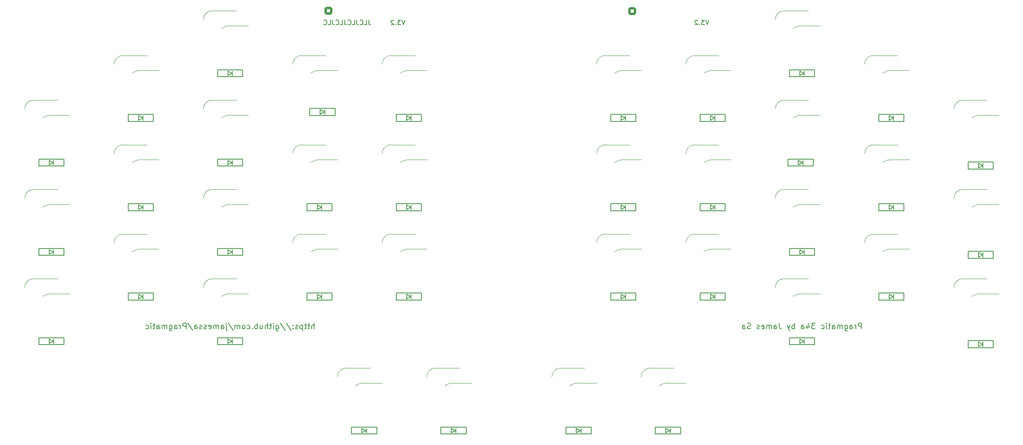
<source format=gbo>
%TF.GenerationSoftware,KiCad,Pcbnew,(6.0.6-1)-1*%
%TF.CreationDate,2022-07-19T11:22:44+08:00*%
%TF.ProjectId,34a,3334612e-6b69-4636-9164-5f7063625858,3.1*%
%TF.SameCoordinates,PX7616b68PY48ab840*%
%TF.FileFunction,Legend,Bot*%
%TF.FilePolarity,Positive*%
%FSLAX46Y46*%
G04 Gerber Fmt 4.6, Leading zero omitted, Abs format (unit mm)*
G04 Created by KiCad (PCBNEW (6.0.6-1)-1) date 2022-07-19 11:22:44*
%MOMM*%
%LPD*%
G01*
G04 APERTURE LIST*
G04 Aperture macros list*
%AMRoundRect*
0 Rectangle with rounded corners*
0 $1 Rounding radius*
0 $2 $3 $4 $5 $6 $7 $8 $9 X,Y pos of 4 corners*
0 Add a 4 corners polygon primitive as box body*
4,1,4,$2,$3,$4,$5,$6,$7,$8,$9,$2,$3,0*
0 Add four circle primitives for the rounded corners*
1,1,$1+$1,$2,$3*
1,1,$1+$1,$4,$5*
1,1,$1+$1,$6,$7*
1,1,$1+$1,$8,$9*
0 Add four rect primitives between the rounded corners*
20,1,$1+$1,$2,$3,$4,$5,0*
20,1,$1+$1,$4,$5,$6,$7,0*
20,1,$1+$1,$6,$7,$8,$9,0*
20,1,$1+$1,$8,$9,$2,$3,0*%
G04 Aperture macros list end*
%ADD10C,0.200000*%
%ADD11C,0.150000*%
%ADD12C,0.120000*%
%ADD13C,0.010000*%
%ADD14C,1.900000*%
%ADD15C,3.000000*%
%ADD16C,4.000000*%
%ADD17R,2.550000X2.500000*%
%ADD18C,2.500000*%
%ADD19RoundRect,0.250000X0.600000X-0.600000X0.600000X0.600000X-0.600000X0.600000X-0.600000X-0.600000X0*%
%ADD20C,1.700000*%
%ADD21R,1.400000X1.000000*%
G04 APERTURE END LIST*
D10*
X106030714Y-42452857D02*
X106030714Y-41252857D01*
X105573571Y-41252857D01*
X105459285Y-41310000D01*
X105402142Y-41367142D01*
X105345000Y-41481428D01*
X105345000Y-41652857D01*
X105402142Y-41767142D01*
X105459285Y-41824285D01*
X105573571Y-41881428D01*
X106030714Y-41881428D01*
X104830714Y-42452857D02*
X104830714Y-41652857D01*
X104830714Y-41881428D02*
X104773571Y-41767142D01*
X104716428Y-41710000D01*
X104602142Y-41652857D01*
X104487857Y-41652857D01*
X103573571Y-42452857D02*
X103573571Y-41824285D01*
X103630714Y-41710000D01*
X103745000Y-41652857D01*
X103973571Y-41652857D01*
X104087857Y-41710000D01*
X103573571Y-42395714D02*
X103687857Y-42452857D01*
X103973571Y-42452857D01*
X104087857Y-42395714D01*
X104145000Y-42281428D01*
X104145000Y-42167142D01*
X104087857Y-42052857D01*
X103973571Y-41995714D01*
X103687857Y-41995714D01*
X103573571Y-41938571D01*
X102487857Y-41652857D02*
X102487857Y-42624285D01*
X102545000Y-42738571D01*
X102602142Y-42795714D01*
X102716428Y-42852857D01*
X102887857Y-42852857D01*
X103002142Y-42795714D01*
X102487857Y-42395714D02*
X102602142Y-42452857D01*
X102830714Y-42452857D01*
X102945000Y-42395714D01*
X103002142Y-42338571D01*
X103059285Y-42224285D01*
X103059285Y-41881428D01*
X103002142Y-41767142D01*
X102945000Y-41710000D01*
X102830714Y-41652857D01*
X102602142Y-41652857D01*
X102487857Y-41710000D01*
X101916428Y-42452857D02*
X101916428Y-41652857D01*
X101916428Y-41767142D02*
X101859285Y-41710000D01*
X101745000Y-41652857D01*
X101573571Y-41652857D01*
X101459285Y-41710000D01*
X101402142Y-41824285D01*
X101402142Y-42452857D01*
X101402142Y-41824285D02*
X101345000Y-41710000D01*
X101230714Y-41652857D01*
X101059285Y-41652857D01*
X100945000Y-41710000D01*
X100887857Y-41824285D01*
X100887857Y-42452857D01*
X99802142Y-42452857D02*
X99802142Y-41824285D01*
X99859285Y-41710000D01*
X99973571Y-41652857D01*
X100202142Y-41652857D01*
X100316428Y-41710000D01*
X99802142Y-42395714D02*
X99916428Y-42452857D01*
X100202142Y-42452857D01*
X100316428Y-42395714D01*
X100373571Y-42281428D01*
X100373571Y-42167142D01*
X100316428Y-42052857D01*
X100202142Y-41995714D01*
X99916428Y-41995714D01*
X99802142Y-41938571D01*
X99402142Y-41652857D02*
X98945000Y-41652857D01*
X99230714Y-41252857D02*
X99230714Y-42281428D01*
X99173571Y-42395714D01*
X99059285Y-42452857D01*
X98945000Y-42452857D01*
X98545000Y-42452857D02*
X98545000Y-41652857D01*
X98545000Y-41252857D02*
X98602142Y-41310000D01*
X98545000Y-41367142D01*
X98487857Y-41310000D01*
X98545000Y-41252857D01*
X98545000Y-41367142D01*
X97459285Y-42395714D02*
X97573571Y-42452857D01*
X97802142Y-42452857D01*
X97916428Y-42395714D01*
X97973571Y-42338571D01*
X98030714Y-42224285D01*
X98030714Y-41881428D01*
X97973571Y-41767142D01*
X97916428Y-41710000D01*
X97802142Y-41652857D01*
X97573571Y-41652857D01*
X97459285Y-41710000D01*
X96145000Y-41252857D02*
X95402142Y-41252857D01*
X95802142Y-41710000D01*
X95630714Y-41710000D01*
X95516428Y-41767142D01*
X95459285Y-41824285D01*
X95402142Y-41938571D01*
X95402142Y-42224285D01*
X95459285Y-42338571D01*
X95516428Y-42395714D01*
X95630714Y-42452857D01*
X95973571Y-42452857D01*
X96087857Y-42395714D01*
X96145000Y-42338571D01*
X94373571Y-41652857D02*
X94373571Y-42452857D01*
X94659285Y-41195714D02*
X94945000Y-42052857D01*
X94202142Y-42052857D01*
X93230714Y-42452857D02*
X93230714Y-41824285D01*
X93287857Y-41710000D01*
X93402142Y-41652857D01*
X93630714Y-41652857D01*
X93745000Y-41710000D01*
X93230714Y-42395714D02*
X93345000Y-42452857D01*
X93630714Y-42452857D01*
X93745000Y-42395714D01*
X93802142Y-42281428D01*
X93802142Y-42167142D01*
X93745000Y-42052857D01*
X93630714Y-41995714D01*
X93345000Y-41995714D01*
X93230714Y-41938571D01*
X91745000Y-42452857D02*
X91745000Y-41252857D01*
X91745000Y-41710000D02*
X91630714Y-41652857D01*
X91402142Y-41652857D01*
X91287857Y-41710000D01*
X91230714Y-41767142D01*
X91173571Y-41881428D01*
X91173571Y-42224285D01*
X91230714Y-42338571D01*
X91287857Y-42395714D01*
X91402142Y-42452857D01*
X91630714Y-42452857D01*
X91745000Y-42395714D01*
X90773571Y-41652857D02*
X90487857Y-42452857D01*
X90202142Y-41652857D02*
X90487857Y-42452857D01*
X90602142Y-42738571D01*
X90659285Y-42795714D01*
X90773571Y-42852857D01*
X88487857Y-41252857D02*
X88487857Y-42110000D01*
X88545000Y-42281428D01*
X88659285Y-42395714D01*
X88830714Y-42452857D01*
X88945000Y-42452857D01*
X87402142Y-42452857D02*
X87402142Y-41824285D01*
X87459285Y-41710000D01*
X87573571Y-41652857D01*
X87802142Y-41652857D01*
X87916428Y-41710000D01*
X87402142Y-42395714D02*
X87516428Y-42452857D01*
X87802142Y-42452857D01*
X87916428Y-42395714D01*
X87973571Y-42281428D01*
X87973571Y-42167142D01*
X87916428Y-42052857D01*
X87802142Y-41995714D01*
X87516428Y-41995714D01*
X87402142Y-41938571D01*
X86830714Y-42452857D02*
X86830714Y-41652857D01*
X86830714Y-41767142D02*
X86773571Y-41710000D01*
X86659285Y-41652857D01*
X86487857Y-41652857D01*
X86373571Y-41710000D01*
X86316428Y-41824285D01*
X86316428Y-42452857D01*
X86316428Y-41824285D02*
X86259285Y-41710000D01*
X86145000Y-41652857D01*
X85973571Y-41652857D01*
X85859285Y-41710000D01*
X85802142Y-41824285D01*
X85802142Y-42452857D01*
X84773571Y-42395714D02*
X84887857Y-42452857D01*
X85116428Y-42452857D01*
X85230714Y-42395714D01*
X85287857Y-42281428D01*
X85287857Y-41824285D01*
X85230714Y-41710000D01*
X85116428Y-41652857D01*
X84887857Y-41652857D01*
X84773571Y-41710000D01*
X84716428Y-41824285D01*
X84716428Y-41938571D01*
X85287857Y-42052857D01*
X84259285Y-42395714D02*
X84145000Y-42452857D01*
X83916428Y-42452857D01*
X83802142Y-42395714D01*
X83745000Y-42281428D01*
X83745000Y-42224285D01*
X83802142Y-42110000D01*
X83916428Y-42052857D01*
X84087857Y-42052857D01*
X84202142Y-41995714D01*
X84259285Y-41881428D01*
X84259285Y-41824285D01*
X84202142Y-41710000D01*
X84087857Y-41652857D01*
X83916428Y-41652857D01*
X83802142Y-41710000D01*
X82373571Y-42395714D02*
X82202142Y-42452857D01*
X81916428Y-42452857D01*
X81802142Y-42395714D01*
X81745000Y-42338571D01*
X81687857Y-42224285D01*
X81687857Y-42110000D01*
X81745000Y-41995714D01*
X81802142Y-41938571D01*
X81916428Y-41881428D01*
X82145000Y-41824285D01*
X82259285Y-41767142D01*
X82316428Y-41710000D01*
X82373571Y-41595714D01*
X82373571Y-41481428D01*
X82316428Y-41367142D01*
X82259285Y-41310000D01*
X82145000Y-41252857D01*
X81859285Y-41252857D01*
X81687857Y-41310000D01*
X80659285Y-42452857D02*
X80659285Y-41824285D01*
X80716428Y-41710000D01*
X80830714Y-41652857D01*
X81059285Y-41652857D01*
X81173571Y-41710000D01*
X80659285Y-42395714D02*
X80773571Y-42452857D01*
X81059285Y-42452857D01*
X81173571Y-42395714D01*
X81230714Y-42281428D01*
X81230714Y-42167142D01*
X81173571Y-42052857D01*
X81059285Y-41995714D01*
X80773571Y-41995714D01*
X80659285Y-41938571D01*
D11*
X969404Y23416381D02*
X969404Y22690667D01*
X1017023Y22545524D01*
X1112261Y22448762D01*
X1255119Y22400381D01*
X1350357Y22400381D01*
X17023Y22400381D02*
X493214Y22400381D01*
X493214Y23416381D01*
X-887739Y22497143D02*
X-840120Y22448762D01*
X-697262Y22400381D01*
X-602024Y22400381D01*
X-459167Y22448762D01*
X-363929Y22545524D01*
X-316310Y22642286D01*
X-268691Y22835810D01*
X-268691Y22980953D01*
X-316310Y23174477D01*
X-363929Y23271239D01*
X-459167Y23368000D01*
X-602024Y23416381D01*
X-697262Y23416381D01*
X-840120Y23368000D01*
X-887739Y23319620D01*
X-1602024Y23416381D02*
X-1602024Y22690667D01*
X-1554405Y22545524D01*
X-1459167Y22448762D01*
X-1316310Y22400381D01*
X-1221072Y22400381D01*
X-2554405Y22400381D02*
X-2078215Y22400381D01*
X-2078215Y23416381D01*
X-3459167Y22497143D02*
X-3411548Y22448762D01*
X-3268691Y22400381D01*
X-3173453Y22400381D01*
X-3030596Y22448762D01*
X-2935358Y22545524D01*
X-2887739Y22642286D01*
X-2840120Y22835810D01*
X-2840120Y22980953D01*
X-2887739Y23174477D01*
X-2935358Y23271239D01*
X-3030596Y23368000D01*
X-3173453Y23416381D01*
X-3268691Y23416381D01*
X-3411548Y23368000D01*
X-3459167Y23319620D01*
X-4173453Y23416381D02*
X-4173453Y22690667D01*
X-4125834Y22545524D01*
X-4030596Y22448762D01*
X-3887739Y22400381D01*
X-3792500Y22400381D01*
X-5125834Y22400381D02*
X-4649643Y22400381D01*
X-4649643Y23416381D01*
X-6030596Y22497143D02*
X-5982977Y22448762D01*
X-5840120Y22400381D01*
X-5744881Y22400381D01*
X-5602024Y22448762D01*
X-5506786Y22545524D01*
X-5459167Y22642286D01*
X-5411548Y22835810D01*
X-5411548Y22980953D01*
X-5459167Y23174477D01*
X-5506786Y23271239D01*
X-5602024Y23368000D01*
X-5744881Y23416381D01*
X-5840120Y23416381D01*
X-5982977Y23368000D01*
X-6030596Y23319620D01*
X-6744881Y23416381D02*
X-6744881Y22690667D01*
X-6697262Y22545524D01*
X-6602024Y22448762D01*
X-6459167Y22400381D01*
X-6363929Y22400381D01*
X-7697262Y22400381D02*
X-7221072Y22400381D01*
X-7221072Y23416381D01*
X-8602024Y22497143D02*
X-8554405Y22448762D01*
X-8411548Y22400381D01*
X-8316310Y22400381D01*
X-8173453Y22448762D01*
X-8078215Y22545524D01*
X-8030596Y22642286D01*
X-7982977Y22835810D01*
X-7982977Y22980953D01*
X-8030596Y23174477D01*
X-8078215Y23271239D01*
X-8173453Y23368000D01*
X-8316310Y23416381D01*
X-8411548Y23416381D01*
X-8554405Y23368000D01*
X-8602024Y23319620D01*
D10*
X-10660715Y-42452857D02*
X-10660715Y-41252857D01*
X-11175000Y-42452857D02*
X-11175000Y-41824285D01*
X-11117858Y-41710000D01*
X-11003572Y-41652857D01*
X-10832143Y-41652857D01*
X-10717858Y-41710000D01*
X-10660715Y-41767142D01*
X-11575000Y-41652857D02*
X-12032143Y-41652857D01*
X-11746429Y-41252857D02*
X-11746429Y-42281428D01*
X-11803572Y-42395714D01*
X-11917858Y-42452857D01*
X-12032143Y-42452857D01*
X-12260715Y-41652857D02*
X-12717858Y-41652857D01*
X-12432143Y-41252857D02*
X-12432143Y-42281428D01*
X-12489286Y-42395714D01*
X-12603572Y-42452857D01*
X-12717858Y-42452857D01*
X-13117858Y-41652857D02*
X-13117858Y-42852857D01*
X-13117858Y-41710000D02*
X-13232143Y-41652857D01*
X-13460715Y-41652857D01*
X-13575000Y-41710000D01*
X-13632143Y-41767142D01*
X-13689286Y-41881428D01*
X-13689286Y-42224285D01*
X-13632143Y-42338571D01*
X-13575000Y-42395714D01*
X-13460715Y-42452857D01*
X-13232143Y-42452857D01*
X-13117858Y-42395714D01*
X-14146429Y-42395714D02*
X-14260715Y-42452857D01*
X-14489286Y-42452857D01*
X-14603572Y-42395714D01*
X-14660715Y-42281428D01*
X-14660715Y-42224285D01*
X-14603572Y-42110000D01*
X-14489286Y-42052857D01*
X-14317858Y-42052857D01*
X-14203572Y-41995714D01*
X-14146429Y-41881428D01*
X-14146429Y-41824285D01*
X-14203572Y-41710000D01*
X-14317858Y-41652857D01*
X-14489286Y-41652857D01*
X-14603572Y-41710000D01*
X-15175000Y-42338571D02*
X-15232143Y-42395714D01*
X-15175000Y-42452857D01*
X-15117858Y-42395714D01*
X-15175000Y-42338571D01*
X-15175000Y-42452857D01*
X-15175000Y-41710000D02*
X-15232143Y-41767142D01*
X-15175000Y-41824285D01*
X-15117858Y-41767142D01*
X-15175000Y-41710000D01*
X-15175000Y-41824285D01*
X-16603572Y-41195714D02*
X-15575000Y-42738571D01*
X-17860715Y-41195714D02*
X-16832143Y-42738571D01*
X-18775000Y-41652857D02*
X-18775000Y-42624285D01*
X-18717858Y-42738571D01*
X-18660715Y-42795714D01*
X-18546429Y-42852857D01*
X-18375000Y-42852857D01*
X-18260715Y-42795714D01*
X-18775000Y-42395714D02*
X-18660715Y-42452857D01*
X-18432143Y-42452857D01*
X-18317858Y-42395714D01*
X-18260715Y-42338571D01*
X-18203572Y-42224285D01*
X-18203572Y-41881428D01*
X-18260715Y-41767142D01*
X-18317858Y-41710000D01*
X-18432143Y-41652857D01*
X-18660715Y-41652857D01*
X-18775000Y-41710000D01*
X-19346429Y-42452857D02*
X-19346429Y-41652857D01*
X-19346429Y-41252857D02*
X-19289286Y-41310000D01*
X-19346429Y-41367142D01*
X-19403572Y-41310000D01*
X-19346429Y-41252857D01*
X-19346429Y-41367142D01*
X-19746429Y-41652857D02*
X-20203572Y-41652857D01*
X-19917858Y-41252857D02*
X-19917858Y-42281428D01*
X-19975000Y-42395714D01*
X-20089286Y-42452857D01*
X-20203572Y-42452857D01*
X-20603572Y-42452857D02*
X-20603572Y-41252857D01*
X-21117858Y-42452857D02*
X-21117858Y-41824285D01*
X-21060715Y-41710000D01*
X-20946429Y-41652857D01*
X-20775000Y-41652857D01*
X-20660715Y-41710000D01*
X-20603572Y-41767142D01*
X-22203572Y-41652857D02*
X-22203572Y-42452857D01*
X-21689286Y-41652857D02*
X-21689286Y-42281428D01*
X-21746429Y-42395714D01*
X-21860715Y-42452857D01*
X-22032143Y-42452857D01*
X-22146429Y-42395714D01*
X-22203572Y-42338571D01*
X-22775000Y-42452857D02*
X-22775000Y-41252857D01*
X-22775000Y-41710000D02*
X-22889286Y-41652857D01*
X-23117858Y-41652857D01*
X-23232143Y-41710000D01*
X-23289286Y-41767142D01*
X-23346429Y-41881428D01*
X-23346429Y-42224285D01*
X-23289286Y-42338571D01*
X-23232143Y-42395714D01*
X-23117858Y-42452857D01*
X-22889286Y-42452857D01*
X-22775000Y-42395714D01*
X-23860715Y-42338571D02*
X-23917858Y-42395714D01*
X-23860715Y-42452857D01*
X-23803572Y-42395714D01*
X-23860715Y-42338571D01*
X-23860715Y-42452857D01*
X-24946429Y-42395714D02*
X-24832143Y-42452857D01*
X-24603572Y-42452857D01*
X-24489286Y-42395714D01*
X-24432143Y-42338571D01*
X-24375000Y-42224285D01*
X-24375000Y-41881428D01*
X-24432143Y-41767142D01*
X-24489286Y-41710000D01*
X-24603572Y-41652857D01*
X-24832143Y-41652857D01*
X-24946429Y-41710000D01*
X-25632143Y-42452857D02*
X-25517858Y-42395714D01*
X-25460715Y-42338571D01*
X-25403572Y-42224285D01*
X-25403572Y-41881428D01*
X-25460715Y-41767142D01*
X-25517858Y-41710000D01*
X-25632143Y-41652857D01*
X-25803572Y-41652857D01*
X-25917858Y-41710000D01*
X-25975000Y-41767142D01*
X-26032143Y-41881428D01*
X-26032143Y-42224285D01*
X-25975000Y-42338571D01*
X-25917858Y-42395714D01*
X-25803572Y-42452857D01*
X-25632143Y-42452857D01*
X-26546429Y-42452857D02*
X-26546429Y-41652857D01*
X-26546429Y-41767142D02*
X-26603572Y-41710000D01*
X-26717858Y-41652857D01*
X-26889286Y-41652857D01*
X-27003572Y-41710000D01*
X-27060715Y-41824285D01*
X-27060715Y-42452857D01*
X-27060715Y-41824285D02*
X-27117858Y-41710000D01*
X-27232143Y-41652857D01*
X-27403572Y-41652857D01*
X-27517858Y-41710000D01*
X-27575000Y-41824285D01*
X-27575000Y-42452857D01*
X-29003572Y-41195714D02*
X-27975000Y-42738571D01*
X-29403572Y-41652857D02*
X-29403572Y-42681428D01*
X-29346429Y-42795714D01*
X-29232143Y-42852857D01*
X-29175000Y-42852857D01*
X-29403572Y-41252857D02*
X-29346429Y-41310000D01*
X-29403572Y-41367142D01*
X-29460715Y-41310000D01*
X-29403572Y-41252857D01*
X-29403572Y-41367142D01*
X-30489286Y-42452857D02*
X-30489286Y-41824285D01*
X-30432143Y-41710000D01*
X-30317858Y-41652857D01*
X-30089286Y-41652857D01*
X-29975000Y-41710000D01*
X-30489286Y-42395714D02*
X-30375000Y-42452857D01*
X-30089286Y-42452857D01*
X-29975000Y-42395714D01*
X-29917858Y-42281428D01*
X-29917858Y-42167142D01*
X-29975000Y-42052857D01*
X-30089286Y-41995714D01*
X-30375000Y-41995714D01*
X-30489286Y-41938571D01*
X-31060715Y-42452857D02*
X-31060715Y-41652857D01*
X-31060715Y-41767142D02*
X-31117858Y-41710000D01*
X-31232143Y-41652857D01*
X-31403572Y-41652857D01*
X-31517858Y-41710000D01*
X-31575000Y-41824285D01*
X-31575000Y-42452857D01*
X-31575000Y-41824285D02*
X-31632143Y-41710000D01*
X-31746429Y-41652857D01*
X-31917858Y-41652857D01*
X-32032143Y-41710000D01*
X-32089286Y-41824285D01*
X-32089286Y-42452857D01*
X-33117858Y-42395714D02*
X-33003572Y-42452857D01*
X-32775000Y-42452857D01*
X-32660715Y-42395714D01*
X-32603572Y-42281428D01*
X-32603572Y-41824285D01*
X-32660715Y-41710000D01*
X-32775000Y-41652857D01*
X-33003572Y-41652857D01*
X-33117858Y-41710000D01*
X-33175000Y-41824285D01*
X-33175000Y-41938571D01*
X-32603572Y-42052857D01*
X-33632143Y-42395714D02*
X-33746429Y-42452857D01*
X-33975000Y-42452857D01*
X-34089286Y-42395714D01*
X-34146429Y-42281428D01*
X-34146429Y-42224285D01*
X-34089286Y-42110000D01*
X-33975000Y-42052857D01*
X-33803572Y-42052857D01*
X-33689286Y-41995714D01*
X-33632143Y-41881428D01*
X-33632143Y-41824285D01*
X-33689286Y-41710000D01*
X-33803572Y-41652857D01*
X-33975000Y-41652857D01*
X-34089286Y-41710000D01*
X-34603572Y-42395714D02*
X-34717858Y-42452857D01*
X-34946429Y-42452857D01*
X-35060715Y-42395714D01*
X-35117858Y-42281428D01*
X-35117858Y-42224285D01*
X-35060715Y-42110000D01*
X-34946429Y-42052857D01*
X-34775000Y-42052857D01*
X-34660715Y-41995714D01*
X-34603572Y-41881428D01*
X-34603572Y-41824285D01*
X-34660715Y-41710000D01*
X-34775000Y-41652857D01*
X-34946429Y-41652857D01*
X-35060715Y-41710000D01*
X-36146429Y-42452857D02*
X-36146429Y-41824285D01*
X-36089286Y-41710000D01*
X-35975000Y-41652857D01*
X-35746429Y-41652857D01*
X-35632143Y-41710000D01*
X-36146429Y-42395714D02*
X-36032143Y-42452857D01*
X-35746429Y-42452857D01*
X-35632143Y-42395714D01*
X-35575000Y-42281428D01*
X-35575000Y-42167142D01*
X-35632143Y-42052857D01*
X-35746429Y-41995714D01*
X-36032143Y-41995714D01*
X-36146429Y-41938571D01*
X-37575000Y-41195714D02*
X-36546429Y-42738571D01*
X-37975000Y-42452857D02*
X-37975000Y-41252857D01*
X-38432143Y-41252857D01*
X-38546429Y-41310000D01*
X-38603572Y-41367142D01*
X-38660715Y-41481428D01*
X-38660715Y-41652857D01*
X-38603572Y-41767142D01*
X-38546429Y-41824285D01*
X-38432143Y-41881428D01*
X-37975000Y-41881428D01*
X-39175000Y-42452857D02*
X-39175000Y-41652857D01*
X-39175000Y-41881428D02*
X-39232143Y-41767142D01*
X-39289286Y-41710000D01*
X-39403572Y-41652857D01*
X-39517858Y-41652857D01*
X-40432143Y-42452857D02*
X-40432143Y-41824285D01*
X-40375000Y-41710000D01*
X-40260715Y-41652857D01*
X-40032143Y-41652857D01*
X-39917858Y-41710000D01*
X-40432143Y-42395714D02*
X-40317858Y-42452857D01*
X-40032143Y-42452857D01*
X-39917858Y-42395714D01*
X-39860715Y-42281428D01*
X-39860715Y-42167142D01*
X-39917858Y-42052857D01*
X-40032143Y-41995714D01*
X-40317858Y-41995714D01*
X-40432143Y-41938571D01*
X-41517858Y-41652857D02*
X-41517858Y-42624285D01*
X-41460715Y-42738571D01*
X-41403572Y-42795714D01*
X-41289286Y-42852857D01*
X-41117858Y-42852857D01*
X-41003572Y-42795714D01*
X-41517858Y-42395714D02*
X-41403572Y-42452857D01*
X-41175000Y-42452857D01*
X-41060715Y-42395714D01*
X-41003572Y-42338571D01*
X-40946429Y-42224285D01*
X-40946429Y-41881428D01*
X-41003572Y-41767142D01*
X-41060715Y-41710000D01*
X-41175000Y-41652857D01*
X-41403572Y-41652857D01*
X-41517858Y-41710000D01*
X-42089286Y-42452857D02*
X-42089286Y-41652857D01*
X-42089286Y-41767142D02*
X-42146429Y-41710000D01*
X-42260715Y-41652857D01*
X-42432143Y-41652857D01*
X-42546429Y-41710000D01*
X-42603572Y-41824285D01*
X-42603572Y-42452857D01*
X-42603572Y-41824285D02*
X-42660715Y-41710000D01*
X-42775000Y-41652857D01*
X-42946429Y-41652857D01*
X-43060715Y-41710000D01*
X-43117858Y-41824285D01*
X-43117858Y-42452857D01*
X-44203572Y-42452857D02*
X-44203572Y-41824285D01*
X-44146429Y-41710000D01*
X-44032143Y-41652857D01*
X-43803572Y-41652857D01*
X-43689286Y-41710000D01*
X-44203572Y-42395714D02*
X-44089286Y-42452857D01*
X-43803572Y-42452857D01*
X-43689286Y-42395714D01*
X-43632143Y-42281428D01*
X-43632143Y-42167142D01*
X-43689286Y-42052857D01*
X-43803572Y-41995714D01*
X-44089286Y-41995714D01*
X-44203572Y-41938571D01*
X-44603572Y-41652857D02*
X-45060715Y-41652857D01*
X-44775000Y-41252857D02*
X-44775000Y-42281428D01*
X-44832143Y-42395714D01*
X-44946429Y-42452857D01*
X-45060715Y-42452857D01*
X-45460715Y-42452857D02*
X-45460715Y-41652857D01*
X-45460715Y-41252857D02*
X-45403572Y-41310000D01*
X-45460715Y-41367142D01*
X-45517858Y-41310000D01*
X-45460715Y-41252857D01*
X-45460715Y-41367142D01*
X-46546429Y-42395714D02*
X-46432143Y-42452857D01*
X-46203572Y-42452857D01*
X-46089286Y-42395714D01*
X-46032143Y-42338571D01*
X-45975000Y-42224285D01*
X-45975000Y-41881428D01*
X-46032143Y-41767142D01*
X-46089286Y-41710000D01*
X-46203572Y-41652857D01*
X-46432143Y-41652857D01*
X-46546429Y-41710000D01*
D11*
X8697261Y23407620D02*
X8363928Y22407620D01*
X8030595Y23407620D01*
X7792500Y23407620D02*
X7173452Y23407620D01*
X7506785Y23026667D01*
X7363928Y23026667D01*
X7268690Y22979048D01*
X7221071Y22931429D01*
X7173452Y22836191D01*
X7173452Y22598096D01*
X7221071Y22502858D01*
X7268690Y22455239D01*
X7363928Y22407620D01*
X7649642Y22407620D01*
X7744880Y22455239D01*
X7792500Y22502858D01*
X6744880Y22502858D02*
X6697261Y22455239D01*
X6744880Y22407620D01*
X6792500Y22455239D01*
X6744880Y22502858D01*
X6744880Y22407620D01*
X6316309Y23312381D02*
X6268690Y23360000D01*
X6173452Y23407620D01*
X5935357Y23407620D01*
X5840119Y23360000D01*
X5792500Y23312381D01*
X5744880Y23217143D01*
X5744880Y23121905D01*
X5792500Y22979048D01*
X6363928Y22407620D01*
X5744880Y22407620D01*
X73467261Y23407620D02*
X73133928Y22407620D01*
X72800595Y23407620D01*
X72562500Y23407620D02*
X71943452Y23407620D01*
X72276785Y23026667D01*
X72133928Y23026667D01*
X72038690Y22979048D01*
X71991071Y22931429D01*
X71943452Y22836191D01*
X71943452Y22598096D01*
X71991071Y22502858D01*
X72038690Y22455239D01*
X72133928Y22407620D01*
X72419642Y22407620D01*
X72514880Y22455239D01*
X72562500Y22502858D01*
X71514880Y22502858D02*
X71467261Y22455239D01*
X71514880Y22407620D01*
X71562500Y22455239D01*
X71514880Y22502858D01*
X71514880Y22407620D01*
X71086309Y23312381D02*
X71038690Y23360000D01*
X70943452Y23407620D01*
X70705357Y23407620D01*
X70610119Y23360000D01*
X70562500Y23312381D01*
X70514880Y23217143D01*
X70514880Y23121905D01*
X70562500Y22979048D01*
X71133928Y22407620D01*
X70514880Y22407620D01*
D12*
%TO.C,SW1*%
X-70485000Y6350000D02*
X-65405000Y6350000D01*
X-66675000Y3175000D02*
X-62865000Y3175000D01*
X-66675000Y3175000D02*
G75*
G03*
X-68580000Y2540000I3J-3175009D01*
G01*
X-70485000Y6350000D02*
G75*
G03*
X-72390000Y4445000I1J-1905001D01*
G01*
%TO.C,SW7*%
X70485000Y15875000D02*
X75565000Y15875000D01*
X74295000Y12700000D02*
X78105000Y12700000D01*
X74295000Y12700000D02*
G75*
G03*
X72390000Y12065000I3J-3175009D01*
G01*
X70485000Y15875000D02*
G75*
G03*
X68580000Y13970000I1J-1905001D01*
G01*
%TO.C,SW8*%
X93345000Y22225000D02*
X97155000Y22225000D01*
X89535000Y25400000D02*
X94615000Y25400000D01*
X89535000Y25400000D02*
G75*
G03*
X87630000Y23495000I1J-1905001D01*
G01*
X93345000Y22225000D02*
G75*
G03*
X91440000Y21590000I3J-3175009D01*
G01*
%TO.C,SW2*%
X-51435000Y15875000D02*
X-46355000Y15875000D01*
X-47625000Y12700000D02*
X-43815000Y12700000D01*
X-47625000Y12700000D02*
G75*
G03*
X-49530000Y12065000I3J-3175009D01*
G01*
X-51435000Y15875000D02*
G75*
G03*
X-53340000Y13970000I1J-1905001D01*
G01*
%TO.C,SW3*%
X-32385000Y25400000D02*
X-27305000Y25400000D01*
X-28575000Y22225000D02*
X-24765000Y22225000D01*
X-28575000Y22225000D02*
G75*
G03*
X-30480000Y21590000I3J-3175009D01*
G01*
X-32385000Y25400000D02*
G75*
G03*
X-34290000Y23495000I1J-1905001D01*
G01*
%TO.C,SW4*%
X-9525000Y12700000D02*
X-5715000Y12700000D01*
X-13335000Y15875000D02*
X-8255000Y15875000D01*
X-9525000Y12700000D02*
G75*
G03*
X-11430000Y12065000I3J-3175009D01*
G01*
X-13335000Y15875000D02*
G75*
G03*
X-15240000Y13970000I1J-1905001D01*
G01*
%TO.C,SW5*%
X5715000Y15875000D02*
X10795000Y15875000D01*
X9525000Y12700000D02*
X13335000Y12700000D01*
X5715000Y15875000D02*
G75*
G03*
X3810000Y13970000I1J-1905001D01*
G01*
X9525000Y12700000D02*
G75*
G03*
X7620000Y12065000I3J-3175009D01*
G01*
%TO.C,SW9*%
X108585000Y15875000D02*
X113665000Y15875000D01*
X112395000Y12700000D02*
X116205000Y12700000D01*
X112395000Y12700000D02*
G75*
G03*
X110490000Y12065000I3J-3175009D01*
G01*
X108585000Y15875000D02*
G75*
G03*
X106680000Y13970000I1J-1905001D01*
G01*
%TO.C,SW10*%
X131445000Y3175000D02*
X135255000Y3175000D01*
X127635000Y6350000D02*
X132715000Y6350000D01*
X127635000Y6350000D02*
G75*
G03*
X125730000Y4445000I1J-1905001D01*
G01*
X131445000Y3175000D02*
G75*
G03*
X129540000Y2540000I3J-3175009D01*
G01*
%TO.C,SW11*%
X-66675000Y-15875000D02*
X-62865000Y-15875000D01*
X-70485000Y-12700000D02*
X-65405000Y-12700000D01*
X-70485000Y-12700000D02*
G75*
G03*
X-72390000Y-14605000I1J-1905001D01*
G01*
X-66675000Y-15875000D02*
G75*
G03*
X-68580000Y-16510000I3J-3175009D01*
G01*
%TO.C,SW13*%
X-28575000Y3175000D02*
X-24765000Y3175000D01*
X-32385000Y6350000D02*
X-27305000Y6350000D01*
X-28575000Y3175000D02*
G75*
G03*
X-30480000Y2540000I3J-3175009D01*
G01*
X-32385000Y6350000D02*
G75*
G03*
X-34290000Y4445000I1J-1905001D01*
G01*
%TO.C,SW14*%
X-13335000Y-3175000D02*
X-8255000Y-3175000D01*
X-9525000Y-6350000D02*
X-5715000Y-6350000D01*
X-13335000Y-3175000D02*
G75*
G03*
X-15240000Y-5080000I1J-1905001D01*
G01*
X-9525000Y-6350000D02*
G75*
G03*
X-11430000Y-6985000I3J-3175009D01*
G01*
%TO.C,SW15*%
X9525000Y-6350000D02*
X13335000Y-6350000D01*
X5715000Y-3175000D02*
X10795000Y-3175000D01*
X5715000Y-3175000D02*
G75*
G03*
X3810000Y-5080000I1J-1905001D01*
G01*
X9525000Y-6350000D02*
G75*
G03*
X7620000Y-6985000I3J-3175009D01*
G01*
%TO.C,SW16*%
X51435000Y-3175000D02*
X56515000Y-3175000D01*
X55245000Y-6350000D02*
X59055000Y-6350000D01*
X55245000Y-6350000D02*
G75*
G03*
X53340000Y-6985000I3J-3175009D01*
G01*
X51435000Y-3175000D02*
G75*
G03*
X49530000Y-5080000I1J-1905001D01*
G01*
%TO.C,SW17*%
X70485000Y-3175000D02*
X75565000Y-3175000D01*
X74295000Y-6350000D02*
X78105000Y-6350000D01*
X70485000Y-3175000D02*
G75*
G03*
X68580000Y-5080000I1J-1905001D01*
G01*
X74295000Y-6350000D02*
G75*
G03*
X72390000Y-6985000I3J-3175009D01*
G01*
%TO.C,SW22*%
X-51435000Y-22225000D02*
X-46355000Y-22225000D01*
X-47625000Y-25400000D02*
X-43815000Y-25400000D01*
X-47625000Y-25400000D02*
G75*
G03*
X-49530000Y-26035000I3J-3175009D01*
G01*
X-51435000Y-22225000D02*
G75*
G03*
X-53340000Y-24130000I1J-1905001D01*
G01*
%TO.C,SW23*%
X-32385000Y-12700000D02*
X-27305000Y-12700000D01*
X-28575000Y-15875000D02*
X-24765000Y-15875000D01*
X-28575000Y-15875000D02*
G75*
G03*
X-30480000Y-16510000I3J-3175009D01*
G01*
X-32385000Y-12700000D02*
G75*
G03*
X-34290000Y-14605000I1J-1905001D01*
G01*
%TO.C,SW28*%
X89535000Y-12700000D02*
X94615000Y-12700000D01*
X93345000Y-15875000D02*
X97155000Y-15875000D01*
X89535000Y-12700000D02*
G75*
G03*
X87630000Y-14605000I1J-1905001D01*
G01*
X93345000Y-15875000D02*
G75*
G03*
X91440000Y-16510000I3J-3175009D01*
G01*
%TO.C,SW33*%
X45720000Y-53975000D02*
X49530000Y-53975000D01*
X41910000Y-50800000D02*
X46990000Y-50800000D01*
X45720000Y-53975000D02*
G75*
G03*
X43815000Y-54610000I3J-3175009D01*
G01*
X41910000Y-50800000D02*
G75*
G03*
X40005000Y-52705000I1J-1905001D01*
G01*
%TO.C,SW20*%
X131445000Y-15875000D02*
X135255000Y-15875000D01*
X127635000Y-12700000D02*
X132715000Y-12700000D01*
X127635000Y-12700000D02*
G75*
G03*
X125730000Y-14605000I1J-1905001D01*
G01*
X131445000Y-15875000D02*
G75*
G03*
X129540000Y-16510000I3J-3175009D01*
G01*
%TO.C,SW19*%
X108585000Y-3175000D02*
X113665000Y-3175000D01*
X112395000Y-6350000D02*
X116205000Y-6350000D01*
X108585000Y-3175000D02*
G75*
G03*
X106680000Y-5080000I1J-1905001D01*
G01*
X112395000Y-6350000D02*
G75*
G03*
X110490000Y-6985000I3J-3175009D01*
G01*
%TO.C,SW26*%
X55245000Y-25400000D02*
X59055000Y-25400000D01*
X51435000Y-22225000D02*
X56515000Y-22225000D01*
X55245000Y-25400000D02*
G75*
G03*
X53340000Y-26035000I3J-3175009D01*
G01*
X51435000Y-22225000D02*
G75*
G03*
X49530000Y-24130000I1J-1905001D01*
G01*
%TO.C,SW31*%
X-3810000Y-50800000D02*
X1270000Y-50800000D01*
X0Y-53975000D02*
X3810000Y-53975000D01*
X-3810000Y-50800000D02*
G75*
G03*
X-5715000Y-52705000I1J-1905001D01*
G01*
X0Y-53975000D02*
G75*
G03*
X-1905000Y-54610000I3J-3175009D01*
G01*
%TO.C,SW34*%
X64770000Y-53975000D02*
X68580000Y-53975000D01*
X60960000Y-50800000D02*
X66040000Y-50800000D01*
X60960000Y-50800000D02*
G75*
G03*
X59055000Y-52705000I1J-1905001D01*
G01*
X64770000Y-53975000D02*
G75*
G03*
X62865000Y-54610000I3J-3175009D01*
G01*
%TO.C,SW27*%
X74295000Y-25400000D02*
X78105000Y-25400000D01*
X70485000Y-22225000D02*
X75565000Y-22225000D01*
X74295000Y-25400000D02*
G75*
G03*
X72390000Y-26035000I3J-3175009D01*
G01*
X70485000Y-22225000D02*
G75*
G03*
X68580000Y-24130000I1J-1905001D01*
G01*
%TO.C,SW29*%
X108585000Y-22225000D02*
X113665000Y-22225000D01*
X112395000Y-25400000D02*
X116205000Y-25400000D01*
X112395000Y-25400000D02*
G75*
G03*
X110490000Y-26035000I3J-3175009D01*
G01*
X108585000Y-22225000D02*
G75*
G03*
X106680000Y-24130000I1J-1905001D01*
G01*
%TO.C,SW37*%
X-28575000Y-34925000D02*
X-24765000Y-34925000D01*
X-32385000Y-31750000D02*
X-27305000Y-31750000D01*
X-32385000Y-31750000D02*
G75*
G03*
X-34290000Y-33655000I1J-1905001D01*
G01*
X-28575000Y-34925000D02*
G75*
G03*
X-30480000Y-35560000I3J-3175009D01*
G01*
%TO.C,SW24*%
X-13335000Y-22225000D02*
X-8255000Y-22225000D01*
X-9525000Y-25400000D02*
X-5715000Y-25400000D01*
X-13335000Y-22225000D02*
G75*
G03*
X-15240000Y-24130000I1J-1905001D01*
G01*
X-9525000Y-25400000D02*
G75*
G03*
X-11430000Y-26035000I3J-3175009D01*
G01*
%TO.C,SW21*%
X-66675000Y-34925000D02*
X-62865000Y-34925000D01*
X-70485000Y-31750000D02*
X-65405000Y-31750000D01*
X-70485000Y-31750000D02*
G75*
G03*
X-72390000Y-33655000I1J-1905001D01*
G01*
X-66675000Y-34925000D02*
G75*
G03*
X-68580000Y-35560000I3J-3175009D01*
G01*
%TO.C,SW25*%
X5715000Y-22225000D02*
X10795000Y-22225000D01*
X9525000Y-25400000D02*
X13335000Y-25400000D01*
X5715000Y-22225000D02*
G75*
G03*
X3810000Y-24130000I1J-1905001D01*
G01*
X9525000Y-25400000D02*
G75*
G03*
X7620000Y-26035000I3J-3175009D01*
G01*
%TO.C,SW30*%
X127635000Y-31750000D02*
X132715000Y-31750000D01*
X131445000Y-34925000D02*
X135255000Y-34925000D01*
X131445000Y-34925000D02*
G75*
G03*
X129540000Y-35560000I3J-3175009D01*
G01*
X127635000Y-31750000D02*
G75*
G03*
X125730000Y-33655000I1J-1905001D01*
G01*
%TO.C,SW12*%
X-51435000Y-3175000D02*
X-46355000Y-3175000D01*
X-47625000Y-6350000D02*
X-43815000Y-6350000D01*
X-51435000Y-3175000D02*
G75*
G03*
X-53340000Y-5080000I1J-1905001D01*
G01*
X-47625000Y-6350000D02*
G75*
G03*
X-49530000Y-6985000I3J-3175009D01*
G01*
%TO.C,SW6*%
X55245000Y12700000D02*
X59055000Y12700000D01*
X51435000Y15875000D02*
X56515000Y15875000D01*
X55245000Y12700000D02*
G75*
G03*
X53340000Y12065000I3J-3175009D01*
G01*
X51435000Y15875000D02*
G75*
G03*
X49530000Y13970000I1J-1905001D01*
G01*
%TO.C,SW18*%
X93345000Y3175000D02*
X97155000Y3175000D01*
X89535000Y6350000D02*
X94615000Y6350000D01*
X89535000Y6350000D02*
G75*
G03*
X87630000Y4445000I1J-1905001D01*
G01*
X93345000Y3175000D02*
G75*
G03*
X91440000Y2540000I3J-3175009D01*
G01*
%TO.C,SW32*%
X15240000Y-50800000D02*
X20320000Y-50800000D01*
X19050000Y-53975000D02*
X22860000Y-53975000D01*
X19050000Y-53975000D02*
G75*
G03*
X17145000Y-54610000I3J-3175009D01*
G01*
X15240000Y-50800000D02*
G75*
G03*
X13335000Y-52705000I1J-1905001D01*
G01*
%TO.C,SW38*%
X89535000Y-31750000D02*
X94615000Y-31750000D01*
X93345000Y-34925000D02*
X97155000Y-34925000D01*
X93345000Y-34925000D02*
G75*
G03*
X91440000Y-35560000I3J-3175009D01*
G01*
X89535000Y-31750000D02*
G75*
G03*
X87630000Y-33655000I1J-1905001D01*
G01*
D11*
%TO.C,D1*%
X-67175000Y-6485000D02*
X-67175000Y-7485000D01*
X-69375000Y-6235000D02*
X-69375000Y-7735000D01*
X-66175000Y-6485000D02*
X-66175000Y-7485000D01*
X-67175000Y-7485000D02*
X-66275000Y-6985000D01*
X-63975000Y-6235000D02*
X-63975000Y-7735000D01*
X-66275000Y-6985000D02*
X-67175000Y-6485000D01*
X-63975000Y-7735000D02*
X-69375000Y-7735000D01*
X-69375000Y-6235000D02*
X-63975000Y-6235000D01*
%TO.C,D7*%
X76995000Y1790000D02*
X71595000Y1790000D01*
X73795000Y3040000D02*
X73795000Y2040000D01*
X74795000Y3040000D02*
X74795000Y2040000D01*
X73795000Y2040000D02*
X74695000Y2540000D01*
X71595000Y3290000D02*
X71595000Y1790000D01*
X71595000Y3290000D02*
X76995000Y3290000D01*
X76995000Y3290000D02*
X76995000Y1790000D01*
X74695000Y2540000D02*
X73795000Y3040000D01*
%TO.C,D8*%
X90645000Y12815000D02*
X90645000Y11315000D01*
X92845000Y11565000D02*
X93745000Y12065000D01*
X92845000Y12565000D02*
X92845000Y11565000D01*
X96045000Y12815000D02*
X96045000Y11315000D01*
X93845000Y12565000D02*
X93845000Y11565000D01*
X93745000Y12065000D02*
X92845000Y12565000D01*
X90645000Y12815000D02*
X96045000Y12815000D01*
X96045000Y11315000D02*
X90645000Y11315000D01*
%TO.C,D2*%
X-50325000Y3290000D02*
X-44925000Y3290000D01*
X-48125000Y2040000D02*
X-47225000Y2540000D01*
X-47125000Y3040000D02*
X-47125000Y2040000D01*
X-50325000Y3290000D02*
X-50325000Y1790000D01*
X-47225000Y2540000D02*
X-48125000Y3040000D01*
X-48125000Y3040000D02*
X-48125000Y2040000D01*
X-44925000Y1790000D02*
X-50325000Y1790000D01*
X-44925000Y3290000D02*
X-44925000Y1790000D01*
%TO.C,D3*%
X-31275000Y12815000D02*
X-25875000Y12815000D01*
X-25875000Y12815000D02*
X-25875000Y11315000D01*
X-29075000Y12565000D02*
X-29075000Y11565000D01*
X-31275000Y12815000D02*
X-31275000Y11315000D01*
X-25875000Y11315000D02*
X-31275000Y11315000D01*
X-28175000Y12065000D02*
X-29075000Y12565000D01*
X-28075000Y12565000D02*
X-28075000Y11565000D01*
X-29075000Y11565000D02*
X-28175000Y12065000D01*
%TO.C,D4*%
X-6190000Y3060000D02*
X-11590000Y3060000D01*
X-8490000Y3810000D02*
X-9390000Y4310000D01*
X-6190000Y4560000D02*
X-6190000Y3060000D01*
X-11590000Y4560000D02*
X-11590000Y3060000D01*
X-8390000Y4310000D02*
X-8390000Y3310000D01*
X-9390000Y3310000D02*
X-8490000Y3810000D01*
X-9390000Y4310000D02*
X-9390000Y3310000D01*
X-11590000Y4560000D02*
X-6190000Y4560000D01*
%TO.C,D5*%
X6825000Y3290000D02*
X12225000Y3290000D01*
X9025000Y2040000D02*
X9925000Y2540000D01*
X12225000Y1790000D02*
X6825000Y1790000D01*
X10025000Y3040000D02*
X10025000Y2040000D01*
X6825000Y3290000D02*
X6825000Y1790000D01*
X12225000Y3290000D02*
X12225000Y1790000D01*
X9925000Y2540000D02*
X9025000Y3040000D01*
X9025000Y3040000D02*
X9025000Y2040000D01*
%TO.C,D9*%
X115095000Y3290000D02*
X115095000Y1790000D01*
X112795000Y2540000D02*
X111895000Y3040000D01*
X115095000Y1790000D02*
X109695000Y1790000D01*
X109695000Y3290000D02*
X115095000Y3290000D01*
X112895000Y3040000D02*
X112895000Y2040000D01*
X111895000Y3040000D02*
X111895000Y2040000D01*
X109695000Y3290000D02*
X109695000Y1790000D01*
X111895000Y2040000D02*
X112795000Y2540000D01*
%TO.C,D10*%
X134145000Y-8370000D02*
X128745000Y-8370000D01*
X134145000Y-6870000D02*
X134145000Y-8370000D01*
X131945000Y-7120000D02*
X131945000Y-8120000D01*
X128745000Y-6870000D02*
X128745000Y-8370000D01*
X130945000Y-7120000D02*
X130945000Y-8120000D01*
X128745000Y-6870000D02*
X134145000Y-6870000D01*
X130945000Y-8120000D02*
X131845000Y-7620000D01*
X131845000Y-7620000D02*
X130945000Y-7120000D01*
%TO.C,D11*%
X-67175000Y-26535000D02*
X-66275000Y-26035000D01*
X-69375000Y-25285000D02*
X-69375000Y-26785000D01*
X-67175000Y-25535000D02*
X-67175000Y-26535000D01*
X-63975000Y-25285000D02*
X-63975000Y-26785000D01*
X-63975000Y-26785000D02*
X-69375000Y-26785000D01*
X-66275000Y-26035000D02*
X-67175000Y-25535000D01*
X-66175000Y-25535000D02*
X-66175000Y-26535000D01*
X-69375000Y-25285000D02*
X-63975000Y-25285000D01*
%TO.C,D13*%
X-25875000Y-7735000D02*
X-31275000Y-7735000D01*
X-29075000Y-6485000D02*
X-29075000Y-7485000D01*
X-28075000Y-6485000D02*
X-28075000Y-7485000D01*
X-31275000Y-6235000D02*
X-25875000Y-6235000D01*
X-29075000Y-7485000D02*
X-28175000Y-6985000D01*
X-28175000Y-6985000D02*
X-29075000Y-6485000D01*
X-31275000Y-6235000D02*
X-31275000Y-7735000D01*
X-25875000Y-6235000D02*
X-25875000Y-7735000D01*
%TO.C,D14*%
X-10025000Y-17010000D02*
X-9125000Y-16510000D01*
X-9125000Y-16510000D02*
X-10025000Y-16010000D01*
X-10025000Y-16010000D02*
X-10025000Y-17010000D01*
X-6825000Y-17260000D02*
X-12225000Y-17260000D01*
X-12225000Y-15760000D02*
X-6825000Y-15760000D01*
X-9025000Y-16010000D02*
X-9025000Y-17010000D01*
X-6825000Y-15760000D02*
X-6825000Y-17260000D01*
X-12225000Y-15760000D02*
X-12225000Y-17260000D01*
%TO.C,D15*%
X9925000Y-16510000D02*
X9025000Y-16010000D01*
X9025000Y-17010000D02*
X9925000Y-16510000D01*
X9025000Y-16010000D02*
X9025000Y-17010000D01*
X12225000Y-15760000D02*
X12225000Y-17260000D01*
X6825000Y-15760000D02*
X6825000Y-17260000D01*
X12225000Y-17260000D02*
X6825000Y-17260000D01*
X6825000Y-15760000D02*
X12225000Y-15760000D01*
X10025000Y-16010000D02*
X10025000Y-17010000D01*
%TO.C,D16*%
X57945000Y-15760000D02*
X57945000Y-17260000D01*
X52545000Y-15760000D02*
X57945000Y-15760000D01*
X54745000Y-16010000D02*
X54745000Y-17010000D01*
X57945000Y-17260000D02*
X52545000Y-17260000D01*
X52545000Y-15760000D02*
X52545000Y-17260000D01*
X55745000Y-16010000D02*
X55745000Y-17010000D01*
X55645000Y-16510000D02*
X54745000Y-16010000D01*
X54745000Y-17010000D02*
X55645000Y-16510000D01*
%TO.C,D17*%
X73795000Y-17010000D02*
X74695000Y-16510000D01*
X76995000Y-15760000D02*
X76995000Y-17260000D01*
X74795000Y-16010000D02*
X74795000Y-17010000D01*
X71595000Y-15760000D02*
X76995000Y-15760000D01*
X76995000Y-17260000D02*
X71595000Y-17260000D01*
X71595000Y-15760000D02*
X71595000Y-17260000D01*
X73795000Y-16010000D02*
X73795000Y-17010000D01*
X74695000Y-16510000D02*
X73795000Y-16010000D01*
%TO.C,D22*%
X-47225000Y-35560000D02*
X-48125000Y-35060000D01*
X-50325000Y-34810000D02*
X-44925000Y-34810000D01*
X-44925000Y-34810000D02*
X-44925000Y-36310000D01*
X-48125000Y-36060000D02*
X-47225000Y-35560000D01*
X-50325000Y-34810000D02*
X-50325000Y-36310000D01*
X-48125000Y-35060000D02*
X-48125000Y-36060000D01*
X-47125000Y-35060000D02*
X-47125000Y-36060000D01*
X-44925000Y-36310000D02*
X-50325000Y-36310000D01*
%TO.C,D23*%
X-28075000Y-25535000D02*
X-28075000Y-26535000D01*
X-29075000Y-26535000D02*
X-28175000Y-26035000D01*
X-25875000Y-25285000D02*
X-25875000Y-26785000D01*
X-31275000Y-25285000D02*
X-25875000Y-25285000D01*
X-25875000Y-26785000D02*
X-31275000Y-26785000D01*
X-29075000Y-25535000D02*
X-29075000Y-26535000D01*
X-31275000Y-25285000D02*
X-31275000Y-26785000D01*
X-28175000Y-26035000D02*
X-29075000Y-25535000D01*
%TO.C,D27*%
X76995000Y-34810000D02*
X76995000Y-36310000D01*
X71595000Y-34810000D02*
X76995000Y-34810000D01*
X74695000Y-35560000D02*
X73795000Y-35060000D01*
X73795000Y-36060000D02*
X74695000Y-35560000D01*
X73795000Y-35060000D02*
X73795000Y-36060000D01*
X74795000Y-35060000D02*
X74795000Y-36060000D01*
X76995000Y-36310000D02*
X71595000Y-36310000D01*
X71595000Y-34810000D02*
X71595000Y-36310000D01*
%TO.C,D20*%
X134145000Y-27420000D02*
X128745000Y-27420000D01*
X128745000Y-25920000D02*
X128745000Y-27420000D01*
X128745000Y-25920000D02*
X134145000Y-25920000D01*
X131845000Y-26670000D02*
X130945000Y-26170000D01*
X134145000Y-25920000D02*
X134145000Y-27420000D01*
X130945000Y-26170000D02*
X130945000Y-27170000D01*
X130945000Y-27170000D02*
X131845000Y-26670000D01*
X131945000Y-26170000D02*
X131945000Y-27170000D01*
%TO.C,D21*%
X-66175000Y-44585000D02*
X-66175000Y-45585000D01*
X-69375000Y-44335000D02*
X-69375000Y-45835000D01*
X-69375000Y-44335000D02*
X-63975000Y-44335000D01*
X-66275000Y-45085000D02*
X-67175000Y-44585000D01*
X-67175000Y-45585000D02*
X-66275000Y-45085000D01*
X-67175000Y-44585000D02*
X-67175000Y-45585000D01*
X-63975000Y-45835000D02*
X-69375000Y-45835000D01*
X-63975000Y-44335000D02*
X-63975000Y-45835000D01*
%TO.C,D28*%
X90645000Y-25285000D02*
X96045000Y-25285000D01*
X93745000Y-26035000D02*
X92845000Y-25535000D01*
X96045000Y-26785000D02*
X90645000Y-26785000D01*
X92845000Y-25535000D02*
X92845000Y-26535000D01*
X92845000Y-26535000D02*
X93745000Y-26035000D01*
X96045000Y-25285000D02*
X96045000Y-26785000D01*
X93845000Y-25535000D02*
X93845000Y-26535000D01*
X90645000Y-25285000D02*
X90645000Y-26785000D01*
%TO.C,D25*%
X10025000Y-35060000D02*
X10025000Y-36060000D01*
X12225000Y-34810000D02*
X12225000Y-36310000D01*
X6825000Y-34810000D02*
X6825000Y-36310000D01*
X9025000Y-35060000D02*
X9025000Y-36060000D01*
X6825000Y-34810000D02*
X12225000Y-34810000D01*
X9925000Y-35560000D02*
X9025000Y-35060000D01*
X9025000Y-36060000D02*
X9925000Y-35560000D01*
X12225000Y-36310000D02*
X6825000Y-36310000D01*
%TO.C,D12*%
X-50325000Y-15760000D02*
X-44925000Y-15760000D01*
X-47125000Y-16010000D02*
X-47125000Y-17010000D01*
X-48125000Y-16010000D02*
X-48125000Y-17010000D01*
X-48125000Y-17010000D02*
X-47225000Y-16510000D01*
X-44925000Y-15760000D02*
X-44925000Y-17260000D01*
X-47225000Y-16510000D02*
X-48125000Y-16010000D01*
X-44925000Y-17260000D02*
X-50325000Y-17260000D01*
X-50325000Y-15760000D02*
X-50325000Y-17260000D01*
%TO.C,D33*%
X48420000Y-64885000D02*
X43020000Y-64885000D01*
X48420000Y-63385000D02*
X48420000Y-64885000D01*
X46220000Y-63635000D02*
X46220000Y-64635000D01*
X46120000Y-64135000D02*
X45220000Y-63635000D01*
X43020000Y-63385000D02*
X48420000Y-63385000D01*
X45220000Y-64635000D02*
X46120000Y-64135000D01*
X43020000Y-63385000D02*
X43020000Y-64885000D01*
X45220000Y-63635000D02*
X45220000Y-64635000D01*
%TO.C,D26*%
X55745000Y-35060000D02*
X55745000Y-36060000D01*
X55645000Y-35560000D02*
X54745000Y-35060000D01*
X52545000Y-34810000D02*
X57945000Y-34810000D01*
X52545000Y-34810000D02*
X52545000Y-36310000D01*
X57945000Y-34810000D02*
X57945000Y-36310000D01*
X54745000Y-36060000D02*
X55645000Y-35560000D01*
X54745000Y-35060000D02*
X54745000Y-36060000D01*
X57945000Y-36310000D02*
X52545000Y-36310000D01*
%TO.C,D32*%
X21750000Y-64885000D02*
X16350000Y-64885000D01*
X19450000Y-64135000D02*
X18550000Y-63635000D01*
X16350000Y-63385000D02*
X16350000Y-64885000D01*
X16350000Y-63385000D02*
X21750000Y-63385000D01*
X18550000Y-63635000D02*
X18550000Y-64635000D01*
X21750000Y-63385000D02*
X21750000Y-64885000D01*
X18550000Y-64635000D02*
X19450000Y-64135000D01*
X19550000Y-63635000D02*
X19550000Y-64635000D01*
%TO.C,D24*%
X-10025000Y-35060000D02*
X-10025000Y-36060000D01*
X-9025000Y-35060000D02*
X-9025000Y-36060000D01*
X-6825000Y-34810000D02*
X-6825000Y-36310000D01*
X-10025000Y-36060000D02*
X-9125000Y-35560000D01*
X-12225000Y-34810000D02*
X-6825000Y-34810000D01*
X-12225000Y-34810000D02*
X-12225000Y-36310000D01*
X-9125000Y-35560000D02*
X-10025000Y-35060000D01*
X-6825000Y-36310000D02*
X-12225000Y-36310000D01*
%TO.C,D29*%
X112895000Y-35060000D02*
X112895000Y-36060000D01*
X115095000Y-34810000D02*
X115095000Y-36310000D01*
X111895000Y-35060000D02*
X111895000Y-36060000D01*
X115095000Y-36310000D02*
X109695000Y-36310000D01*
X111895000Y-36060000D02*
X112795000Y-35560000D01*
X112795000Y-35560000D02*
X111895000Y-35060000D01*
X109695000Y-34810000D02*
X115095000Y-34810000D01*
X109695000Y-34810000D02*
X109695000Y-36310000D01*
%TO.C,D34*%
X67470000Y-64885000D02*
X62070000Y-64885000D01*
X67470000Y-63385000D02*
X67470000Y-64885000D01*
X64270000Y-63635000D02*
X64270000Y-64635000D01*
X64270000Y-64635000D02*
X65170000Y-64135000D01*
X65270000Y-63635000D02*
X65270000Y-64635000D01*
X65170000Y-64135000D02*
X64270000Y-63635000D01*
X62070000Y-63385000D02*
X67470000Y-63385000D01*
X62070000Y-63385000D02*
X62070000Y-64885000D01*
%TO.C,D19*%
X109695000Y-15760000D02*
X115095000Y-15760000D01*
X112895000Y-16010000D02*
X112895000Y-17010000D01*
X109695000Y-15760000D02*
X109695000Y-17260000D01*
X115095000Y-17260000D02*
X109695000Y-17260000D01*
X112795000Y-16510000D02*
X111895000Y-16010000D01*
X115095000Y-15760000D02*
X115095000Y-17260000D01*
X111895000Y-16010000D02*
X111895000Y-17010000D01*
X111895000Y-17010000D02*
X112795000Y-16510000D01*
%TO.C,D31*%
X-2700000Y-63385000D02*
X-2700000Y-64885000D01*
X400000Y-64135000D02*
X-500000Y-63635000D01*
X500000Y-63635000D02*
X500000Y-64635000D01*
X2700000Y-63385000D02*
X2700000Y-64885000D01*
X-500000Y-63635000D02*
X-500000Y-64635000D01*
X-500000Y-64635000D02*
X400000Y-64135000D01*
X2700000Y-64885000D02*
X-2700000Y-64885000D01*
X-2700000Y-63385000D02*
X2700000Y-63385000D01*
%TO.C,D37*%
X-29075000Y-45585000D02*
X-28175000Y-45085000D01*
X-31275000Y-44335000D02*
X-25875000Y-44335000D01*
X-25875000Y-45835000D02*
X-31275000Y-45835000D01*
X-31275000Y-44335000D02*
X-31275000Y-45835000D01*
X-25875000Y-44335000D02*
X-25875000Y-45835000D01*
X-29075000Y-44585000D02*
X-29075000Y-45585000D01*
X-28075000Y-44585000D02*
X-28075000Y-45585000D01*
X-28175000Y-45085000D02*
X-29075000Y-44585000D01*
%TO.C,D18*%
X95725000Y-7735000D02*
X90325000Y-7735000D01*
X92525000Y-7485000D02*
X93425000Y-6985000D01*
X92525000Y-6485000D02*
X92525000Y-7485000D01*
X95725000Y-6235000D02*
X95725000Y-7735000D01*
X93525000Y-6485000D02*
X93525000Y-7485000D01*
X90325000Y-6235000D02*
X90325000Y-7735000D01*
X93425000Y-6985000D02*
X92525000Y-6485000D01*
X90325000Y-6235000D02*
X95725000Y-6235000D01*
%TO.C,D30*%
X130945000Y-45220000D02*
X130945000Y-46220000D01*
X134145000Y-44970000D02*
X134145000Y-46470000D01*
X131945000Y-45220000D02*
X131945000Y-46220000D01*
X128745000Y-44970000D02*
X134145000Y-44970000D01*
X128745000Y-44970000D02*
X128745000Y-46470000D01*
X134145000Y-46470000D02*
X128745000Y-46470000D01*
X131845000Y-45720000D02*
X130945000Y-45220000D01*
X130945000Y-46220000D02*
X131845000Y-45720000D01*
%TO.C,D6*%
X54745000Y2040000D02*
X55645000Y2540000D01*
X57945000Y3290000D02*
X57945000Y1790000D01*
X52545000Y3290000D02*
X52545000Y1790000D01*
X55645000Y2540000D02*
X54745000Y3040000D01*
X57945000Y1790000D02*
X52545000Y1790000D01*
X52545000Y3290000D02*
X57945000Y3290000D01*
X54745000Y3040000D02*
X54745000Y2040000D01*
X55745000Y3040000D02*
X55745000Y2040000D01*
%TO.C,D38*%
X93745000Y-45085000D02*
X92845000Y-44585000D01*
X96045000Y-44335000D02*
X96045000Y-45835000D01*
X92845000Y-45585000D02*
X93745000Y-45085000D01*
X92845000Y-44585000D02*
X92845000Y-45585000D01*
X90645000Y-44335000D02*
X96045000Y-44335000D01*
X90645000Y-44335000D02*
X90645000Y-45835000D01*
X96045000Y-45835000D02*
X90645000Y-45835000D01*
X93845000Y-44585000D02*
X93845000Y-45585000D01*
%TD*%
%LPC*%
%TO.C,REF\u002A\u002A*%
G36*
X64955420Y-39578452D02*
G01*
X64960369Y-39585136D01*
X64966213Y-39595707D01*
X64970674Y-39609794D01*
X64973938Y-39630119D01*
X64976191Y-39659406D01*
X64977619Y-39700378D01*
X64978409Y-39755758D01*
X64978746Y-39828269D01*
X64978817Y-39920635D01*
X64978788Y-39986552D01*
X64978556Y-40064869D01*
X64977936Y-40125137D01*
X64976743Y-40170034D01*
X64974796Y-40202243D01*
X64971911Y-40224441D01*
X64967905Y-40239310D01*
X64962596Y-40249530D01*
X64955800Y-40257779D01*
X64951285Y-40262436D01*
X64943055Y-40268923D01*
X64931695Y-40273835D01*
X64914427Y-40277390D01*
X64888472Y-40279808D01*
X64851053Y-40281308D01*
X64799390Y-40282108D01*
X64730706Y-40282428D01*
X64642223Y-40282486D01*
X64622548Y-40282479D01*
X64535523Y-40282213D01*
X64467871Y-40281447D01*
X64416916Y-40280033D01*
X64379984Y-40277821D01*
X64354400Y-40274663D01*
X64337488Y-40270410D01*
X64326574Y-40264912D01*
X64316081Y-40254926D01*
X64302820Y-40223809D01*
X64304003Y-40187921D01*
X64320167Y-40156374D01*
X64322356Y-40154098D01*
X64331044Y-40147830D01*
X64344386Y-40143164D01*
X64365369Y-40139868D01*
X64396980Y-40137709D01*
X64442207Y-40136455D01*
X64504037Y-40135872D01*
X64585456Y-40135730D01*
X64832062Y-40135730D01*
X64832062Y-39977686D01*
X64669623Y-39977686D01*
X64633955Y-39977605D01*
X64578185Y-39976808D01*
X64539047Y-39974803D01*
X64512593Y-39971162D01*
X64494876Y-39965453D01*
X64481946Y-39957248D01*
X64478303Y-39954064D01*
X64459895Y-39923089D01*
X64459261Y-39886753D01*
X64476800Y-39853134D01*
X64476862Y-39853065D01*
X64486533Y-39844439D01*
X64499826Y-39838383D01*
X64520534Y-39834452D01*
X64552445Y-39832197D01*
X64599351Y-39831172D01*
X64665041Y-39830930D01*
X64833188Y-39830930D01*
X64829803Y-39766019D01*
X64826417Y-39701108D01*
X64584340Y-39698055D01*
X64559324Y-39697727D01*
X64477704Y-39696247D01*
X64415385Y-39693863D01*
X64369771Y-39689868D01*
X64338269Y-39683554D01*
X64318284Y-39674215D01*
X64307221Y-39661144D01*
X64302486Y-39643633D01*
X64301484Y-39620976D01*
X64301490Y-39618611D01*
X64302644Y-39598580D01*
X64307441Y-39582787D01*
X64318249Y-39570731D01*
X64337434Y-39561908D01*
X64367362Y-39555816D01*
X64410400Y-39551952D01*
X64468916Y-39549815D01*
X64545274Y-39548901D01*
X64641843Y-39548708D01*
X64932023Y-39548708D01*
X64955420Y-39578452D01*
G37*
D13*
X64955420Y-39578452D02*
X64960369Y-39585136D01*
X64966213Y-39595707D01*
X64970674Y-39609794D01*
X64973938Y-39630119D01*
X64976191Y-39659406D01*
X64977619Y-39700378D01*
X64978409Y-39755758D01*
X64978746Y-39828269D01*
X64978817Y-39920635D01*
X64978788Y-39986552D01*
X64978556Y-40064869D01*
X64977936Y-40125137D01*
X64976743Y-40170034D01*
X64974796Y-40202243D01*
X64971911Y-40224441D01*
X64967905Y-40239310D01*
X64962596Y-40249530D01*
X64955800Y-40257779D01*
X64951285Y-40262436D01*
X64943055Y-40268923D01*
X64931695Y-40273835D01*
X64914427Y-40277390D01*
X64888472Y-40279808D01*
X64851053Y-40281308D01*
X64799390Y-40282108D01*
X64730706Y-40282428D01*
X64642223Y-40282486D01*
X64622548Y-40282479D01*
X64535523Y-40282213D01*
X64467871Y-40281447D01*
X64416916Y-40280033D01*
X64379984Y-40277821D01*
X64354400Y-40274663D01*
X64337488Y-40270410D01*
X64326574Y-40264912D01*
X64316081Y-40254926D01*
X64302820Y-40223809D01*
X64304003Y-40187921D01*
X64320167Y-40156374D01*
X64322356Y-40154098D01*
X64331044Y-40147830D01*
X64344386Y-40143164D01*
X64365369Y-40139868D01*
X64396980Y-40137709D01*
X64442207Y-40136455D01*
X64504037Y-40135872D01*
X64585456Y-40135730D01*
X64832062Y-40135730D01*
X64832062Y-39977686D01*
X64669623Y-39977686D01*
X64633955Y-39977605D01*
X64578185Y-39976808D01*
X64539047Y-39974803D01*
X64512593Y-39971162D01*
X64494876Y-39965453D01*
X64481946Y-39957248D01*
X64478303Y-39954064D01*
X64459895Y-39923089D01*
X64459261Y-39886753D01*
X64476800Y-39853134D01*
X64476862Y-39853065D01*
X64486533Y-39844439D01*
X64499826Y-39838383D01*
X64520534Y-39834452D01*
X64552445Y-39832197D01*
X64599351Y-39831172D01*
X64665041Y-39830930D01*
X64833188Y-39830930D01*
X64829803Y-39766019D01*
X64826417Y-39701108D01*
X64584340Y-39698055D01*
X64559324Y-39697727D01*
X64477704Y-39696247D01*
X64415385Y-39693863D01*
X64369771Y-39689868D01*
X64338269Y-39683554D01*
X64318284Y-39674215D01*
X64307221Y-39661144D01*
X64302486Y-39643633D01*
X64301484Y-39620976D01*
X64301490Y-39618611D01*
X64302644Y-39598580D01*
X64307441Y-39582787D01*
X64318249Y-39570731D01*
X64337434Y-39561908D01*
X64367362Y-39555816D01*
X64410400Y-39551952D01*
X64468916Y-39549815D01*
X64545274Y-39548901D01*
X64641843Y-39548708D01*
X64932023Y-39548708D01*
X64955420Y-39578452D01*
G36*
X68616470Y-39549577D02*
G01*
X68682717Y-39555007D01*
X68738017Y-39564605D01*
X68788900Y-39579466D01*
X68860212Y-39612599D01*
X68911369Y-39655281D01*
X68942192Y-39707346D01*
X68952506Y-39768624D01*
X68951569Y-39799873D01*
X68945777Y-39824670D01*
X68930970Y-39846340D01*
X68902997Y-39873690D01*
X68895019Y-39881019D01*
X68871309Y-39901922D01*
X68848915Y-39918892D01*
X68824882Y-39932846D01*
X68796254Y-39944697D01*
X68760077Y-39955361D01*
X68713397Y-39965752D01*
X68653258Y-39976787D01*
X68576707Y-39989379D01*
X68480788Y-40004445D01*
X68462425Y-40007479D01*
X68400095Y-40021099D01*
X68354877Y-40036833D01*
X68328593Y-40053904D01*
X68323064Y-40071538D01*
X68325685Y-40075809D01*
X68343617Y-40090874D01*
X68371743Y-40107508D01*
X68384543Y-40113498D01*
X68405841Y-40120691D01*
X68432227Y-40125468D01*
X68468071Y-40128287D01*
X68517745Y-40129605D01*
X68585617Y-40129878D01*
X68603402Y-40129805D01*
X68671023Y-40128694D01*
X68735962Y-40126469D01*
X68791587Y-40123403D01*
X68831268Y-40119768D01*
X68866779Y-40115700D01*
X68896032Y-40114917D01*
X68914932Y-40119517D01*
X68930046Y-40130192D01*
X68933702Y-40133785D01*
X68950044Y-40165559D01*
X68948724Y-40201213D01*
X68929767Y-40231831D01*
X68909397Y-40243437D01*
X68873413Y-40256132D01*
X68830989Y-40266182D01*
X68827539Y-40266781D01*
X68784869Y-40271997D01*
X68727483Y-40276371D01*
X68662466Y-40279459D01*
X68596906Y-40280818D01*
X68580674Y-40280859D01*
X68482361Y-40278382D01*
X68402309Y-40270376D01*
X68337130Y-40255844D01*
X68283434Y-40233790D01*
X68237833Y-40203217D01*
X68196940Y-40163127D01*
X68176819Y-40136900D01*
X68165193Y-40107353D01*
X68162284Y-40067636D01*
X68162425Y-40055667D01*
X68166298Y-40022986D01*
X68178682Y-39996460D01*
X68203847Y-39965612D01*
X68225059Y-39943472D01*
X68251455Y-39920926D01*
X68281172Y-39902558D01*
X68317402Y-39887302D01*
X68363334Y-39874090D01*
X68422161Y-39861855D01*
X68497073Y-39849530D01*
X68591262Y-39836047D01*
X68636574Y-39829037D01*
X68704528Y-39814478D01*
X68753664Y-39797978D01*
X68783231Y-39780080D01*
X68792481Y-39761326D01*
X68780665Y-39742256D01*
X68747033Y-39723412D01*
X68743987Y-39722198D01*
X68697628Y-39710120D01*
X68634978Y-39701920D01*
X68561544Y-39697760D01*
X68482834Y-39697802D01*
X68404356Y-39702210D01*
X68331617Y-39711146D01*
X68327690Y-39711795D01*
X68278874Y-39719502D01*
X68246622Y-39723114D01*
X68225625Y-39722517D01*
X68210571Y-39717595D01*
X68196151Y-39708237D01*
X68194981Y-39707366D01*
X68170464Y-39676992D01*
X68165671Y-39641491D01*
X68181477Y-39606910D01*
X68186023Y-39602454D01*
X68215637Y-39587314D01*
X68262619Y-39574191D01*
X68322923Y-39563391D01*
X68392505Y-39555222D01*
X68467320Y-39549992D01*
X68543323Y-39548008D01*
X68616470Y-39549577D01*
G37*
X68616470Y-39549577D02*
X68682717Y-39555007D01*
X68738017Y-39564605D01*
X68788900Y-39579466D01*
X68860212Y-39612599D01*
X68911369Y-39655281D01*
X68942192Y-39707346D01*
X68952506Y-39768624D01*
X68951569Y-39799873D01*
X68945777Y-39824670D01*
X68930970Y-39846340D01*
X68902997Y-39873690D01*
X68895019Y-39881019D01*
X68871309Y-39901922D01*
X68848915Y-39918892D01*
X68824882Y-39932846D01*
X68796254Y-39944697D01*
X68760077Y-39955361D01*
X68713397Y-39965752D01*
X68653258Y-39976787D01*
X68576707Y-39989379D01*
X68480788Y-40004445D01*
X68462425Y-40007479D01*
X68400095Y-40021099D01*
X68354877Y-40036833D01*
X68328593Y-40053904D01*
X68323064Y-40071538D01*
X68325685Y-40075809D01*
X68343617Y-40090874D01*
X68371743Y-40107508D01*
X68384543Y-40113498D01*
X68405841Y-40120691D01*
X68432227Y-40125468D01*
X68468071Y-40128287D01*
X68517745Y-40129605D01*
X68585617Y-40129878D01*
X68603402Y-40129805D01*
X68671023Y-40128694D01*
X68735962Y-40126469D01*
X68791587Y-40123403D01*
X68831268Y-40119768D01*
X68866779Y-40115700D01*
X68896032Y-40114917D01*
X68914932Y-40119517D01*
X68930046Y-40130192D01*
X68933702Y-40133785D01*
X68950044Y-40165559D01*
X68948724Y-40201213D01*
X68929767Y-40231831D01*
X68909397Y-40243437D01*
X68873413Y-40256132D01*
X68830989Y-40266182D01*
X68827539Y-40266781D01*
X68784869Y-40271997D01*
X68727483Y-40276371D01*
X68662466Y-40279459D01*
X68596906Y-40280818D01*
X68580674Y-40280859D01*
X68482361Y-40278382D01*
X68402309Y-40270376D01*
X68337130Y-40255844D01*
X68283434Y-40233790D01*
X68237833Y-40203217D01*
X68196940Y-40163127D01*
X68176819Y-40136900D01*
X68165193Y-40107353D01*
X68162284Y-40067636D01*
X68162425Y-40055667D01*
X68166298Y-40022986D01*
X68178682Y-39996460D01*
X68203847Y-39965612D01*
X68225059Y-39943472D01*
X68251455Y-39920926D01*
X68281172Y-39902558D01*
X68317402Y-39887302D01*
X68363334Y-39874090D01*
X68422161Y-39861855D01*
X68497073Y-39849530D01*
X68591262Y-39836047D01*
X68636574Y-39829037D01*
X68704528Y-39814478D01*
X68753664Y-39797978D01*
X68783231Y-39780080D01*
X68792481Y-39761326D01*
X68780665Y-39742256D01*
X68747033Y-39723412D01*
X68743987Y-39722198D01*
X68697628Y-39710120D01*
X68634978Y-39701920D01*
X68561544Y-39697760D01*
X68482834Y-39697802D01*
X68404356Y-39702210D01*
X68331617Y-39711146D01*
X68327690Y-39711795D01*
X68278874Y-39719502D01*
X68246622Y-39723114D01*
X68225625Y-39722517D01*
X68210571Y-39717595D01*
X68196151Y-39708237D01*
X68194981Y-39707366D01*
X68170464Y-39676992D01*
X68165671Y-39641491D01*
X68181477Y-39606910D01*
X68186023Y-39602454D01*
X68215637Y-39587314D01*
X68262619Y-39574191D01*
X68322923Y-39563391D01*
X68392505Y-39555222D01*
X68467320Y-39549992D01*
X68543323Y-39548008D01*
X68616470Y-39549577D01*
G36*
X67761754Y-39553104D02*
G01*
X67795908Y-39576417D01*
X67823617Y-39604126D01*
X67823617Y-39917178D01*
X67823576Y-40001208D01*
X67823318Y-40075430D01*
X67822647Y-40132182D01*
X67821369Y-40174153D01*
X67819290Y-40204030D01*
X67816216Y-40224502D01*
X67811951Y-40238255D01*
X67806301Y-40247978D01*
X67799072Y-40256358D01*
X67767608Y-40277822D01*
X67732443Y-40279588D01*
X67699439Y-40259908D01*
X67694133Y-40254039D01*
X67688683Y-40244955D01*
X67684517Y-40231614D01*
X67681463Y-40211398D01*
X67679349Y-40181690D01*
X67678003Y-40139873D01*
X67677255Y-40083330D01*
X67676931Y-40009443D01*
X67676862Y-39915597D01*
X67676901Y-39839935D01*
X67677156Y-39762026D01*
X67677800Y-39702016D01*
X67679004Y-39657289D01*
X67680941Y-39625226D01*
X67683781Y-39603212D01*
X67687696Y-39588628D01*
X67692859Y-39578859D01*
X67699439Y-39571286D01*
X67728623Y-39552264D01*
X67761754Y-39553104D01*
G37*
X67761754Y-39553104D02*
X67795908Y-39576417D01*
X67823617Y-39604126D01*
X67823617Y-39917178D01*
X67823576Y-40001208D01*
X67823318Y-40075430D01*
X67822647Y-40132182D01*
X67821369Y-40174153D01*
X67819290Y-40204030D01*
X67816216Y-40224502D01*
X67811951Y-40238255D01*
X67806301Y-40247978D01*
X67799072Y-40256358D01*
X67767608Y-40277822D01*
X67732443Y-40279588D01*
X67699439Y-40259908D01*
X67694133Y-40254039D01*
X67688683Y-40244955D01*
X67684517Y-40231614D01*
X67681463Y-40211398D01*
X67679349Y-40181690D01*
X67678003Y-40139873D01*
X67677255Y-40083330D01*
X67676931Y-40009443D01*
X67676862Y-39915597D01*
X67676901Y-39839935D01*
X67677156Y-39762026D01*
X67677800Y-39702016D01*
X67679004Y-39657289D01*
X67680941Y-39625226D01*
X67683781Y-39603212D01*
X67687696Y-39588628D01*
X67692859Y-39578859D01*
X67699439Y-39571286D01*
X67728623Y-39552264D01*
X67761754Y-39553104D01*
G36*
X59931384Y-39548709D02*
G01*
X60025507Y-39548799D01*
X60100022Y-39549139D01*
X60157428Y-39549880D01*
X60200228Y-39551176D01*
X60230921Y-39553178D01*
X60252008Y-39556037D01*
X60265990Y-39559907D01*
X60275367Y-39564939D01*
X60282639Y-39571286D01*
X60301445Y-39604003D01*
X60302892Y-39641580D01*
X60286534Y-39674819D01*
X60285174Y-39676272D01*
X60273971Y-39684633D01*
X60256869Y-39690188D01*
X60229699Y-39693481D01*
X60188295Y-39695059D01*
X60128490Y-39695463D01*
X59989128Y-39695463D01*
X59989128Y-39959230D01*
X59989053Y-40035058D01*
X59988645Y-40101724D01*
X59987663Y-40151508D01*
X59985867Y-40187425D01*
X59983016Y-40212491D01*
X59978870Y-40229722D01*
X59973188Y-40242133D01*
X59965731Y-40252741D01*
X59963441Y-40255547D01*
X59932263Y-40278189D01*
X59897883Y-40279753D01*
X59864951Y-40259908D01*
X59857972Y-40251832D01*
X59852500Y-40241234D01*
X59848480Y-40225390D01*
X59845689Y-40201414D01*
X59843905Y-40166415D01*
X59842906Y-40117505D01*
X59842469Y-40051795D01*
X59842373Y-39966397D01*
X59842373Y-39695463D01*
X59696437Y-39695463D01*
X59685337Y-39695462D01*
X59628819Y-39695237D01*
X59589975Y-39694098D01*
X59564582Y-39691298D01*
X59548421Y-39686091D01*
X59537269Y-39677730D01*
X59526906Y-39665467D01*
X59511058Y-39634779D01*
X59514160Y-39600999D01*
X59539804Y-39568463D01*
X59544746Y-39564746D01*
X59554955Y-39559910D01*
X59570381Y-39556147D01*
X59593503Y-39553324D01*
X59626800Y-39551311D01*
X59672754Y-39549974D01*
X59733845Y-39549183D01*
X59812552Y-39548804D01*
X59911357Y-39548708D01*
X59931384Y-39548709D01*
G37*
X59931384Y-39548709D02*
X60025507Y-39548799D01*
X60100022Y-39549139D01*
X60157428Y-39549880D01*
X60200228Y-39551176D01*
X60230921Y-39553178D01*
X60252008Y-39556037D01*
X60265990Y-39559907D01*
X60275367Y-39564939D01*
X60282639Y-39571286D01*
X60301445Y-39604003D01*
X60302892Y-39641580D01*
X60286534Y-39674819D01*
X60285174Y-39676272D01*
X60273971Y-39684633D01*
X60256869Y-39690188D01*
X60229699Y-39693481D01*
X60188295Y-39695059D01*
X60128490Y-39695463D01*
X59989128Y-39695463D01*
X59989128Y-39959230D01*
X59989053Y-40035058D01*
X59988645Y-40101724D01*
X59987663Y-40151508D01*
X59985867Y-40187425D01*
X59983016Y-40212491D01*
X59978870Y-40229722D01*
X59973188Y-40242133D01*
X59965731Y-40252741D01*
X59963441Y-40255547D01*
X59932263Y-40278189D01*
X59897883Y-40279753D01*
X59864951Y-40259908D01*
X59857972Y-40251832D01*
X59852500Y-40241234D01*
X59848480Y-40225390D01*
X59845689Y-40201414D01*
X59843905Y-40166415D01*
X59842906Y-40117505D01*
X59842469Y-40051795D01*
X59842373Y-39966397D01*
X59842373Y-39695463D01*
X59696437Y-39695463D01*
X59685337Y-39695462D01*
X59628819Y-39695237D01*
X59589975Y-39694098D01*
X59564582Y-39691298D01*
X59548421Y-39686091D01*
X59537269Y-39677730D01*
X59526906Y-39665467D01*
X59511058Y-39634779D01*
X59514160Y-39600999D01*
X59539804Y-39568463D01*
X59544746Y-39564746D01*
X59554955Y-39559910D01*
X59570381Y-39556147D01*
X59593503Y-39553324D01*
X59626800Y-39551311D01*
X59672754Y-39549974D01*
X59733845Y-39549183D01*
X59812552Y-39548804D01*
X59911357Y-39548708D01*
X59931384Y-39548709D01*
G36*
X60631023Y-39554590D02*
G01*
X60656744Y-39570288D01*
X60683395Y-39591868D01*
X60683395Y-40239325D01*
X60656744Y-40260905D01*
X60625384Y-40278380D01*
X60589583Y-40279216D01*
X60558145Y-40258723D01*
X60554269Y-40254057D01*
X60548803Y-40244590D01*
X60544596Y-40230908D01*
X60541484Y-40210389D01*
X60539304Y-40180409D01*
X60537893Y-40138345D01*
X60537088Y-40081573D01*
X60536724Y-40007471D01*
X60536639Y-39913414D01*
X60536639Y-39591868D01*
X60563290Y-39570288D01*
X60587003Y-39555518D01*
X60610017Y-39548708D01*
X60631023Y-39554590D01*
G37*
X60631023Y-39554590D02*
X60656744Y-39570288D01*
X60683395Y-39591868D01*
X60683395Y-40239325D01*
X60656744Y-40260905D01*
X60625384Y-40278380D01*
X60589583Y-40279216D01*
X60558145Y-40258723D01*
X60554269Y-40254057D01*
X60548803Y-40244590D01*
X60544596Y-40230908D01*
X60541484Y-40210389D01*
X60539304Y-40180409D01*
X60537893Y-40138345D01*
X60537088Y-40081573D01*
X60536724Y-40007471D01*
X60536639Y-39913414D01*
X60536639Y-39591868D01*
X60563290Y-39570288D01*
X60587003Y-39555518D01*
X60610017Y-39548708D01*
X60631023Y-39554590D01*
G36*
X59255351Y-39571286D02*
G01*
X59260983Y-39577476D01*
X59266073Y-39585682D01*
X59270160Y-39597458D01*
X59273338Y-39614917D01*
X59275704Y-39640171D01*
X59277355Y-39675331D01*
X59278386Y-39722510D01*
X59278894Y-39783818D01*
X59278976Y-39861368D01*
X59278726Y-39957272D01*
X59278242Y-40073641D01*
X59278174Y-40087816D01*
X59277588Y-40149578D01*
X59276265Y-40193261D01*
X59273720Y-40222642D01*
X59269465Y-40241496D01*
X59263013Y-40253600D01*
X59253879Y-40262730D01*
X59220421Y-40280147D01*
X59185473Y-40277245D01*
X59154570Y-40252741D01*
X59145561Y-40239538D01*
X59138109Y-40221002D01*
X59133741Y-40194974D01*
X59131686Y-40156428D01*
X59131173Y-40100341D01*
X59131173Y-39977686D01*
X58634462Y-39977686D01*
X58634462Y-40112512D01*
X58634389Y-40148303D01*
X58633626Y-40194633D01*
X58631450Y-40225167D01*
X58627153Y-40244198D01*
X58620029Y-40256015D01*
X58609372Y-40264912D01*
X58577121Y-40279982D01*
X58541834Y-40277314D01*
X58511103Y-40252741D01*
X58506448Y-40246486D01*
X58500512Y-40235962D01*
X58495981Y-40222032D01*
X58492665Y-40201958D01*
X58490376Y-40173001D01*
X58488925Y-40132421D01*
X58488122Y-40077481D01*
X58487779Y-40005440D01*
X58487706Y-39913561D01*
X58487706Y-39604126D01*
X58515415Y-39576417D01*
X58546794Y-39554174D01*
X58580023Y-39551485D01*
X58611884Y-39571286D01*
X58620170Y-39581056D01*
X58627582Y-39596948D01*
X58631919Y-39620916D01*
X58633955Y-39657789D01*
X58634462Y-39712397D01*
X58634462Y-39830930D01*
X59131173Y-39830930D01*
X59131173Y-39715417D01*
X59131611Y-39663719D01*
X59133575Y-39629195D01*
X59138091Y-39606619D01*
X59146184Y-39590767D01*
X59158882Y-39576417D01*
X59190260Y-39554174D01*
X59223489Y-39551485D01*
X59255351Y-39571286D01*
G37*
X59255351Y-39571286D02*
X59260983Y-39577476D01*
X59266073Y-39585682D01*
X59270160Y-39597458D01*
X59273338Y-39614917D01*
X59275704Y-39640171D01*
X59277355Y-39675331D01*
X59278386Y-39722510D01*
X59278894Y-39783818D01*
X59278976Y-39861368D01*
X59278726Y-39957272D01*
X59278242Y-40073641D01*
X59278174Y-40087816D01*
X59277588Y-40149578D01*
X59276265Y-40193261D01*
X59273720Y-40222642D01*
X59269465Y-40241496D01*
X59263013Y-40253600D01*
X59253879Y-40262730D01*
X59220421Y-40280147D01*
X59185473Y-40277245D01*
X59154570Y-40252741D01*
X59145561Y-40239538D01*
X59138109Y-40221002D01*
X59133741Y-40194974D01*
X59131686Y-40156428D01*
X59131173Y-40100341D01*
X59131173Y-39977686D01*
X58634462Y-39977686D01*
X58634462Y-40112512D01*
X58634389Y-40148303D01*
X58633626Y-40194633D01*
X58631450Y-40225167D01*
X58627153Y-40244198D01*
X58620029Y-40256015D01*
X58609372Y-40264912D01*
X58577121Y-40279982D01*
X58541834Y-40277314D01*
X58511103Y-40252741D01*
X58506448Y-40246486D01*
X58500512Y-40235962D01*
X58495981Y-40222032D01*
X58492665Y-40201958D01*
X58490376Y-40173001D01*
X58488925Y-40132421D01*
X58488122Y-40077481D01*
X58487779Y-40005440D01*
X58487706Y-39913561D01*
X58487706Y-39604126D01*
X58515415Y-39576417D01*
X58546794Y-39554174D01*
X58580023Y-39551485D01*
X58611884Y-39571286D01*
X58620170Y-39581056D01*
X58627582Y-39596948D01*
X58631919Y-39620916D01*
X58633955Y-39657789D01*
X58634462Y-39712397D01*
X58634462Y-39830930D01*
X59131173Y-39830930D01*
X59131173Y-39715417D01*
X59131611Y-39663719D01*
X59133575Y-39629195D01*
X59138091Y-39606619D01*
X59146184Y-39590767D01*
X59158882Y-39576417D01*
X59190260Y-39554174D01*
X59223489Y-39551485D01*
X59255351Y-39571286D01*
G36*
X66107510Y-39547533D02*
G01*
X66118918Y-39553670D01*
X66129467Y-39564332D01*
X66140753Y-39578452D01*
X66145206Y-39584413D01*
X66151205Y-39594909D01*
X66155784Y-39608734D01*
X66159136Y-39628639D01*
X66161450Y-39657373D01*
X66162918Y-39697686D01*
X66163730Y-39752328D01*
X66164077Y-39824048D01*
X66164151Y-39915597D01*
X66164128Y-39974127D01*
X66163909Y-40053214D01*
X66163300Y-40114157D01*
X66162109Y-40159703D01*
X66160146Y-40192604D01*
X66157220Y-40215609D01*
X66153140Y-40231467D01*
X66147714Y-40242927D01*
X66140753Y-40252741D01*
X66110325Y-40277134D01*
X66075382Y-40280013D01*
X66038401Y-40260923D01*
X66034217Y-40257448D01*
X66026041Y-40248920D01*
X66019981Y-40237369D01*
X66015598Y-40219537D01*
X66012456Y-40192165D01*
X66010119Y-40151995D01*
X66008148Y-40095769D01*
X66006106Y-40020230D01*
X66000462Y-39801099D01*
X65735173Y-40041740D01*
X65661339Y-40108516D01*
X65596159Y-40166632D01*
X65543965Y-40211590D01*
X65502890Y-40244512D01*
X65471072Y-40266520D01*
X65446643Y-40278735D01*
X65427741Y-40282280D01*
X65412500Y-40278277D01*
X65399056Y-40267848D01*
X65385544Y-40252115D01*
X65379299Y-40243632D01*
X65373667Y-40233054D01*
X65369456Y-40218896D01*
X65366504Y-40198444D01*
X65364649Y-40168983D01*
X65363730Y-40127802D01*
X65363585Y-40072185D01*
X65364052Y-39999420D01*
X65364969Y-39906792D01*
X65368284Y-39591840D01*
X65394935Y-39570274D01*
X65421000Y-39554082D01*
X65453858Y-39551311D01*
X65488389Y-39570264D01*
X65492701Y-39573849D01*
X65500833Y-39582378D01*
X65506862Y-39593970D01*
X65511223Y-39611876D01*
X65514351Y-39639347D01*
X65516680Y-39679635D01*
X65518646Y-39735992D01*
X65520684Y-39811670D01*
X65526328Y-40031519D01*
X65706951Y-39867725D01*
X65793689Y-39789092D01*
X65869460Y-39720699D01*
X65931597Y-39665349D01*
X65981695Y-39621979D01*
X66021352Y-39589522D01*
X66052165Y-39566914D01*
X66075731Y-39553089D01*
X66093647Y-39546984D01*
X66107510Y-39547533D01*
G37*
X66107510Y-39547533D02*
X66118918Y-39553670D01*
X66129467Y-39564332D01*
X66140753Y-39578452D01*
X66145206Y-39584413D01*
X66151205Y-39594909D01*
X66155784Y-39608734D01*
X66159136Y-39628639D01*
X66161450Y-39657373D01*
X66162918Y-39697686D01*
X66163730Y-39752328D01*
X66164077Y-39824048D01*
X66164151Y-39915597D01*
X66164128Y-39974127D01*
X66163909Y-40053214D01*
X66163300Y-40114157D01*
X66162109Y-40159703D01*
X66160146Y-40192604D01*
X66157220Y-40215609D01*
X66153140Y-40231467D01*
X66147714Y-40242927D01*
X66140753Y-40252741D01*
X66110325Y-40277134D01*
X66075382Y-40280013D01*
X66038401Y-40260923D01*
X66034217Y-40257448D01*
X66026041Y-40248920D01*
X66019981Y-40237369D01*
X66015598Y-40219537D01*
X66012456Y-40192165D01*
X66010119Y-40151995D01*
X66008148Y-40095769D01*
X66006106Y-40020230D01*
X66000462Y-39801099D01*
X65735173Y-40041740D01*
X65661339Y-40108516D01*
X65596159Y-40166632D01*
X65543965Y-40211590D01*
X65502890Y-40244512D01*
X65471072Y-40266520D01*
X65446643Y-40278735D01*
X65427741Y-40282280D01*
X65412500Y-40278277D01*
X65399056Y-40267848D01*
X65385544Y-40252115D01*
X65379299Y-40243632D01*
X65373667Y-40233054D01*
X65369456Y-40218896D01*
X65366504Y-40198444D01*
X65364649Y-40168983D01*
X65363730Y-40127802D01*
X65363585Y-40072185D01*
X65364052Y-39999420D01*
X65364969Y-39906792D01*
X65368284Y-39591840D01*
X65394935Y-39570274D01*
X65421000Y-39554082D01*
X65453858Y-39551311D01*
X65488389Y-39570264D01*
X65492701Y-39573849D01*
X65500833Y-39582378D01*
X65506862Y-39593970D01*
X65511223Y-39611876D01*
X65514351Y-39639347D01*
X65516680Y-39679635D01*
X65518646Y-39735992D01*
X65520684Y-39811670D01*
X65526328Y-40031519D01*
X65706951Y-39867725D01*
X65793689Y-39789092D01*
X65869460Y-39720699D01*
X65931597Y-39665349D01*
X65981695Y-39621979D01*
X66021352Y-39589522D01*
X66052165Y-39566914D01*
X66075731Y-39553089D01*
X66093647Y-39546984D01*
X66107510Y-39547533D01*
G36*
X66904767Y-39553820D02*
G01*
X67010774Y-39570135D01*
X67104586Y-39598186D01*
X67183382Y-39637093D01*
X67244336Y-39685975D01*
X67270406Y-39718836D01*
X67299914Y-39768035D01*
X67325185Y-39821893D01*
X67342835Y-39873060D01*
X67349475Y-39914185D01*
X67347915Y-39933900D01*
X67334974Y-39985233D01*
X67311811Y-40041759D01*
X67281919Y-40095676D01*
X67248790Y-40139180D01*
X67238594Y-40149528D01*
X67171509Y-40201303D01*
X67091383Y-40241195D01*
X67005173Y-40265597D01*
X66950209Y-40273709D01*
X66856756Y-40280314D01*
X66766975Y-40278227D01*
X66684486Y-40267981D01*
X66612903Y-40250111D01*
X66555845Y-40225149D01*
X66516928Y-40193629D01*
X66515553Y-40191653D01*
X66508465Y-40166427D01*
X66504226Y-40119176D01*
X66502817Y-40049712D01*
X66503677Y-39987479D01*
X66508397Y-39940097D01*
X66520087Y-39907994D01*
X66541856Y-39888441D01*
X66576815Y-39878711D01*
X66628073Y-39876074D01*
X66698740Y-39877802D01*
X66747360Y-39880814D01*
X66797556Y-39889007D01*
X66830050Y-39903060D01*
X66847509Y-39924295D01*
X66852600Y-39954035D01*
X66852494Y-39958577D01*
X66843792Y-39993371D01*
X66819782Y-40016788D01*
X66778517Y-40029988D01*
X66718048Y-40034130D01*
X66649573Y-40034130D01*
X66649573Y-40072482D01*
X66649623Y-40081617D01*
X66651844Y-40098868D01*
X66661111Y-40109162D01*
X66682492Y-40116100D01*
X66721053Y-40123282D01*
X66726527Y-40124216D01*
X66823477Y-40134119D01*
X66913469Y-40131200D01*
X66994377Y-40116470D01*
X67064076Y-40090940D01*
X67120441Y-40055619D01*
X67161346Y-40011520D01*
X67184668Y-39959653D01*
X67188280Y-39901029D01*
X67182762Y-39872135D01*
X67156078Y-39816245D01*
X67109890Y-39770586D01*
X67044908Y-39735749D01*
X66961846Y-39712331D01*
X66937172Y-39707882D01*
X66847843Y-39697383D01*
X66768036Y-39698612D01*
X66689943Y-39711547D01*
X66654800Y-39718337D01*
X66609362Y-39719354D01*
X66578047Y-39706823D01*
X66557894Y-39680036D01*
X66551510Y-39651789D01*
X66560996Y-39620565D01*
X66570325Y-39607140D01*
X66604560Y-39583608D01*
X66657182Y-39565736D01*
X66725698Y-39554240D01*
X66807617Y-39549833D01*
X66904767Y-39553820D01*
G37*
X66904767Y-39553820D02*
X67010774Y-39570135D01*
X67104586Y-39598186D01*
X67183382Y-39637093D01*
X67244336Y-39685975D01*
X67270406Y-39718836D01*
X67299914Y-39768035D01*
X67325185Y-39821893D01*
X67342835Y-39873060D01*
X67349475Y-39914185D01*
X67347915Y-39933900D01*
X67334974Y-39985233D01*
X67311811Y-40041759D01*
X67281919Y-40095676D01*
X67248790Y-40139180D01*
X67238594Y-40149528D01*
X67171509Y-40201303D01*
X67091383Y-40241195D01*
X67005173Y-40265597D01*
X66950209Y-40273709D01*
X66856756Y-40280314D01*
X66766975Y-40278227D01*
X66684486Y-40267981D01*
X66612903Y-40250111D01*
X66555845Y-40225149D01*
X66516928Y-40193629D01*
X66515553Y-40191653D01*
X66508465Y-40166427D01*
X66504226Y-40119176D01*
X66502817Y-40049712D01*
X66503677Y-39987479D01*
X66508397Y-39940097D01*
X66520087Y-39907994D01*
X66541856Y-39888441D01*
X66576815Y-39878711D01*
X66628073Y-39876074D01*
X66698740Y-39877802D01*
X66747360Y-39880814D01*
X66797556Y-39889007D01*
X66830050Y-39903060D01*
X66847509Y-39924295D01*
X66852600Y-39954035D01*
X66852494Y-39958577D01*
X66843792Y-39993371D01*
X66819782Y-40016788D01*
X66778517Y-40029988D01*
X66718048Y-40034130D01*
X66649573Y-40034130D01*
X66649573Y-40072482D01*
X66649623Y-40081617D01*
X66651844Y-40098868D01*
X66661111Y-40109162D01*
X66682492Y-40116100D01*
X66721053Y-40123282D01*
X66726527Y-40124216D01*
X66823477Y-40134119D01*
X66913469Y-40131200D01*
X66994377Y-40116470D01*
X67064076Y-40090940D01*
X67120441Y-40055619D01*
X67161346Y-40011520D01*
X67184668Y-39959653D01*
X67188280Y-39901029D01*
X67182762Y-39872135D01*
X67156078Y-39816245D01*
X67109890Y-39770586D01*
X67044908Y-39735749D01*
X66961846Y-39712331D01*
X66937172Y-39707882D01*
X66847843Y-39697383D01*
X66768036Y-39698612D01*
X66689943Y-39711547D01*
X66654800Y-39718337D01*
X66609362Y-39719354D01*
X66578047Y-39706823D01*
X66557894Y-39680036D01*
X66551510Y-39651789D01*
X66560996Y-39620565D01*
X66570325Y-39607140D01*
X66604560Y-39583608D01*
X66657182Y-39565736D01*
X66725698Y-39554240D01*
X66807617Y-39549833D01*
X66904767Y-39553820D01*
G36*
X71052487Y-39814682D02*
G01*
X71052239Y-39915597D01*
X71052200Y-39991258D01*
X71051945Y-40069167D01*
X71051301Y-40129177D01*
X71050097Y-40173905D01*
X71048160Y-40205967D01*
X71045320Y-40227981D01*
X71041405Y-40242565D01*
X71036243Y-40252335D01*
X71029662Y-40259908D01*
X71022694Y-40266142D01*
X71009696Y-40273442D01*
X70990548Y-40278195D01*
X70961145Y-40280933D01*
X70917379Y-40282186D01*
X70855145Y-40282486D01*
X70806199Y-40282110D01*
X70699339Y-40277682D01*
X70610111Y-40267594D01*
X70535313Y-40251006D01*
X70471742Y-40227076D01*
X70416196Y-40194962D01*
X70365471Y-40153823D01*
X70359483Y-40147971D01*
X70322616Y-40099462D01*
X70291516Y-40038654D01*
X70270034Y-39974410D01*
X70264753Y-39935667D01*
X70411970Y-39935667D01*
X70430252Y-39986602D01*
X70459922Y-40032519D01*
X70506619Y-40074928D01*
X70568009Y-40104731D01*
X70647155Y-40123867D01*
X70648645Y-40124105D01*
X70697616Y-40129897D01*
X70756310Y-40134037D01*
X70812351Y-40135645D01*
X70905484Y-40135730D01*
X70905484Y-39695463D01*
X70829284Y-39695449D01*
X70826256Y-39695458D01*
X70775136Y-39697423D01*
X70715033Y-39702148D01*
X70658325Y-39708676D01*
X70608367Y-39717972D01*
X70533615Y-39744241D01*
X70476106Y-39783540D01*
X70434605Y-39836574D01*
X70413388Y-39887841D01*
X70411970Y-39935667D01*
X70264753Y-39935667D01*
X70262017Y-39915597D01*
X70263296Y-39894380D01*
X70275608Y-39836964D01*
X70298137Y-39777054D01*
X70327367Y-39723004D01*
X70359784Y-39683173D01*
X70379325Y-39666151D01*
X70434037Y-39626963D01*
X70494340Y-39596834D01*
X70563536Y-39574873D01*
X70644928Y-39560191D01*
X70741817Y-39551900D01*
X70857506Y-39549108D01*
X70896988Y-39548707D01*
X70942699Y-39548294D01*
X70978500Y-39550098D01*
X71005591Y-39556380D01*
X71025173Y-39569400D01*
X71038447Y-39591419D01*
X71046615Y-39624696D01*
X71050877Y-39671492D01*
X71051474Y-39695463D01*
X71052434Y-39734068D01*
X71052487Y-39814682D01*
G37*
X71052487Y-39814682D02*
X71052239Y-39915597D01*
X71052200Y-39991258D01*
X71051945Y-40069167D01*
X71051301Y-40129177D01*
X71050097Y-40173905D01*
X71048160Y-40205967D01*
X71045320Y-40227981D01*
X71041405Y-40242565D01*
X71036243Y-40252335D01*
X71029662Y-40259908D01*
X71022694Y-40266142D01*
X71009696Y-40273442D01*
X70990548Y-40278195D01*
X70961145Y-40280933D01*
X70917379Y-40282186D01*
X70855145Y-40282486D01*
X70806199Y-40282110D01*
X70699339Y-40277682D01*
X70610111Y-40267594D01*
X70535313Y-40251006D01*
X70471742Y-40227076D01*
X70416196Y-40194962D01*
X70365471Y-40153823D01*
X70359483Y-40147971D01*
X70322616Y-40099462D01*
X70291516Y-40038654D01*
X70270034Y-39974410D01*
X70264753Y-39935667D01*
X70411970Y-39935667D01*
X70430252Y-39986602D01*
X70459922Y-40032519D01*
X70506619Y-40074928D01*
X70568009Y-40104731D01*
X70647155Y-40123867D01*
X70648645Y-40124105D01*
X70697616Y-40129897D01*
X70756310Y-40134037D01*
X70812351Y-40135645D01*
X70905484Y-40135730D01*
X70905484Y-39695463D01*
X70829284Y-39695449D01*
X70826256Y-39695458D01*
X70775136Y-39697423D01*
X70715033Y-39702148D01*
X70658325Y-39708676D01*
X70608367Y-39717972D01*
X70533615Y-39744241D01*
X70476106Y-39783540D01*
X70434605Y-39836574D01*
X70413388Y-39887841D01*
X70411970Y-39935667D01*
X70264753Y-39935667D01*
X70262017Y-39915597D01*
X70263296Y-39894380D01*
X70275608Y-39836964D01*
X70298137Y-39777054D01*
X70327367Y-39723004D01*
X70359784Y-39683173D01*
X70379325Y-39666151D01*
X70434037Y-39626963D01*
X70494340Y-39596834D01*
X70563536Y-39574873D01*
X70644928Y-39560191D01*
X70741817Y-39551900D01*
X70857506Y-39549108D01*
X70896988Y-39548707D01*
X70942699Y-39548294D01*
X70978500Y-39550098D01*
X71005591Y-39556380D01*
X71025173Y-39569400D01*
X71038447Y-39591419D01*
X71046615Y-39624696D01*
X71050877Y-39671492D01*
X71051474Y-39695463D01*
X71052434Y-39734068D01*
X71052487Y-39814682D01*
G36*
X61065319Y-39558119D02*
G01*
X61083280Y-39576630D01*
X61103880Y-39607712D01*
X61128712Y-39653397D01*
X61159367Y-39715719D01*
X61197437Y-39796712D01*
X61212071Y-39828095D01*
X61241820Y-39891279D01*
X61267914Y-39945885D01*
X61288909Y-39988931D01*
X61303356Y-40017434D01*
X61309808Y-40028411D01*
X61311167Y-40027830D01*
X61321159Y-40013883D01*
X61338450Y-39984345D01*
X61361047Y-39942728D01*
X61386955Y-39892544D01*
X61402928Y-39861055D01*
X61431878Y-39805702D01*
X61454366Y-39766685D01*
X61472582Y-39741207D01*
X61488713Y-39726472D01*
X61504947Y-39719683D01*
X61523474Y-39718041D01*
X61533977Y-39718516D01*
X61550093Y-39722723D01*
X61565407Y-39733587D01*
X61582005Y-39753860D01*
X61601974Y-39786295D01*
X61627400Y-39833645D01*
X61660369Y-39898663D01*
X61670102Y-39917918D01*
X61694560Y-39964587D01*
X61714795Y-40000750D01*
X61728928Y-40023138D01*
X61735077Y-40028486D01*
X61736444Y-40025214D01*
X61745819Y-40004305D01*
X61762679Y-39967366D01*
X61785596Y-39917515D01*
X61813137Y-39857867D01*
X61843872Y-39791539D01*
X61870587Y-39734318D01*
X61900210Y-39672329D01*
X61923281Y-39626590D01*
X61941260Y-39594549D01*
X61955607Y-39573655D01*
X61967783Y-39561359D01*
X61979249Y-39555107D01*
X61988659Y-39552215D01*
X62013764Y-39552066D01*
X62040907Y-39567409D01*
X62042207Y-39568394D01*
X62064291Y-39591029D01*
X62075340Y-39613254D01*
X62075386Y-39613894D01*
X62070845Y-39631556D01*
X62057981Y-39666122D01*
X62038222Y-39714467D01*
X62012998Y-39773466D01*
X61983736Y-39839996D01*
X61951867Y-39910932D01*
X61918818Y-39983148D01*
X61886018Y-40053521D01*
X61854897Y-40118926D01*
X61826882Y-40176238D01*
X61803403Y-40222333D01*
X61785889Y-40254087D01*
X61775768Y-40268374D01*
X61741360Y-40281743D01*
X61699663Y-40275382D01*
X61694298Y-40270685D01*
X61678469Y-40248534D01*
X61656267Y-40211773D01*
X61629850Y-40164056D01*
X61601377Y-40109034D01*
X61521603Y-39949791D01*
X61448416Y-40096383D01*
X61438720Y-40115673D01*
X61411742Y-40168021D01*
X61387713Y-40212811D01*
X61368949Y-40245795D01*
X61357763Y-40262730D01*
X61356617Y-40263973D01*
X61328496Y-40279260D01*
X61293434Y-40280943D01*
X61262393Y-40268374D01*
X61259967Y-40265525D01*
X61247707Y-40244900D01*
X61227969Y-40207349D01*
X61202065Y-40155521D01*
X61171302Y-40092064D01*
X61136992Y-40019626D01*
X61100442Y-39940857D01*
X61080202Y-39896734D01*
X61043429Y-39816006D01*
X61014972Y-39752328D01*
X60993948Y-39703393D01*
X60979471Y-39666898D01*
X60970656Y-39640536D01*
X60966621Y-39622002D01*
X60966479Y-39608993D01*
X60969347Y-39599202D01*
X60984004Y-39578319D01*
X61010607Y-39558018D01*
X61011362Y-39557676D01*
X61030952Y-39550675D01*
X61048407Y-39550145D01*
X61065319Y-39558119D01*
G37*
X61065319Y-39558119D02*
X61083280Y-39576630D01*
X61103880Y-39607712D01*
X61128712Y-39653397D01*
X61159367Y-39715719D01*
X61197437Y-39796712D01*
X61212071Y-39828095D01*
X61241820Y-39891279D01*
X61267914Y-39945885D01*
X61288909Y-39988931D01*
X61303356Y-40017434D01*
X61309808Y-40028411D01*
X61311167Y-40027830D01*
X61321159Y-40013883D01*
X61338450Y-39984345D01*
X61361047Y-39942728D01*
X61386955Y-39892544D01*
X61402928Y-39861055D01*
X61431878Y-39805702D01*
X61454366Y-39766685D01*
X61472582Y-39741207D01*
X61488713Y-39726472D01*
X61504947Y-39719683D01*
X61523474Y-39718041D01*
X61533977Y-39718516D01*
X61550093Y-39722723D01*
X61565407Y-39733587D01*
X61582005Y-39753860D01*
X61601974Y-39786295D01*
X61627400Y-39833645D01*
X61660369Y-39898663D01*
X61670102Y-39917918D01*
X61694560Y-39964587D01*
X61714795Y-40000750D01*
X61728928Y-40023138D01*
X61735077Y-40028486D01*
X61736444Y-40025214D01*
X61745819Y-40004305D01*
X61762679Y-39967366D01*
X61785596Y-39917515D01*
X61813137Y-39857867D01*
X61843872Y-39791539D01*
X61870587Y-39734318D01*
X61900210Y-39672329D01*
X61923281Y-39626590D01*
X61941260Y-39594549D01*
X61955607Y-39573655D01*
X61967783Y-39561359D01*
X61979249Y-39555107D01*
X61988659Y-39552215D01*
X62013764Y-39552066D01*
X62040907Y-39567409D01*
X62042207Y-39568394D01*
X62064291Y-39591029D01*
X62075340Y-39613254D01*
X62075386Y-39613894D01*
X62070845Y-39631556D01*
X62057981Y-39666122D01*
X62038222Y-39714467D01*
X62012998Y-39773466D01*
X61983736Y-39839996D01*
X61951867Y-39910932D01*
X61918818Y-39983148D01*
X61886018Y-40053521D01*
X61854897Y-40118926D01*
X61826882Y-40176238D01*
X61803403Y-40222333D01*
X61785889Y-40254087D01*
X61775768Y-40268374D01*
X61741360Y-40281743D01*
X61699663Y-40275382D01*
X61694298Y-40270685D01*
X61678469Y-40248534D01*
X61656267Y-40211773D01*
X61629850Y-40164056D01*
X61601377Y-40109034D01*
X61521603Y-39949791D01*
X61448416Y-40096383D01*
X61438720Y-40115673D01*
X61411742Y-40168021D01*
X61387713Y-40212811D01*
X61368949Y-40245795D01*
X61357763Y-40262730D01*
X61356617Y-40263973D01*
X61328496Y-40279260D01*
X61293434Y-40280943D01*
X61262393Y-40268374D01*
X61259967Y-40265525D01*
X61247707Y-40244900D01*
X61227969Y-40207349D01*
X61202065Y-40155521D01*
X61171302Y-40092064D01*
X61136992Y-40019626D01*
X61100442Y-39940857D01*
X61080202Y-39896734D01*
X61043429Y-39816006D01*
X61014972Y-39752328D01*
X60993948Y-39703393D01*
X60979471Y-39666898D01*
X60970656Y-39640536D01*
X60966621Y-39622002D01*
X60966479Y-39608993D01*
X60969347Y-39599202D01*
X60984004Y-39578319D01*
X61010607Y-39558018D01*
X61011362Y-39557676D01*
X61030952Y-39550675D01*
X61048407Y-39550145D01*
X61065319Y-39558119D01*
G36*
X64764328Y-41563501D02*
G01*
X64859885Y-41580991D01*
X65024175Y-41626032D01*
X65178206Y-41689124D01*
X65324126Y-41771383D01*
X65464083Y-41873925D01*
X65600225Y-41997867D01*
X65644090Y-42043129D01*
X65756375Y-42175333D01*
X65849589Y-42313300D01*
X65926336Y-42461218D01*
X65989220Y-42623271D01*
X65993037Y-42634859D01*
X66043124Y-42820860D01*
X66076516Y-43016989D01*
X66093201Y-43219036D01*
X66093168Y-43422793D01*
X66076408Y-43624049D01*
X66042909Y-43818596D01*
X65992661Y-44002224D01*
X65948807Y-44119521D01*
X65870965Y-44282419D01*
X65777445Y-44436334D01*
X65670439Y-44578139D01*
X65552136Y-44704707D01*
X65424728Y-44812909D01*
X65347223Y-44865588D01*
X65220342Y-44935218D01*
X65082860Y-44993936D01*
X64941333Y-45039055D01*
X64802319Y-45067890D01*
X64788214Y-45069574D01*
X64744770Y-45072902D01*
X64687340Y-45075743D01*
X64621739Y-45077841D01*
X64553784Y-45078936D01*
X64426995Y-45076608D01*
X64279290Y-45063604D01*
X64141396Y-45038601D01*
X64007631Y-45000786D01*
X63984179Y-44992357D01*
X63936229Y-44972876D01*
X63879757Y-44947941D01*
X63817996Y-44919190D01*
X63754180Y-44888258D01*
X63691543Y-44856783D01*
X63633320Y-44826402D01*
X63582744Y-44798751D01*
X63543050Y-44775467D01*
X63517471Y-44758186D01*
X63509242Y-44748547D01*
X63510693Y-44745452D01*
X63521867Y-44725547D01*
X63542751Y-44689888D01*
X63571882Y-44640927D01*
X63607798Y-44581114D01*
X63649037Y-44512901D01*
X63694134Y-44438739D01*
X63875402Y-44141476D01*
X63921932Y-44186007D01*
X64013340Y-44264333D01*
X64126951Y-44338907D01*
X64244739Y-44392942D01*
X64365176Y-44425758D01*
X64486734Y-44436679D01*
X64528202Y-44435336D01*
X64645697Y-44417080D01*
X64755706Y-44378085D01*
X64857047Y-44319138D01*
X64948538Y-44241025D01*
X65028997Y-44144532D01*
X65097244Y-44030446D01*
X65113525Y-43996192D01*
X65159599Y-43872708D01*
X65194723Y-43734386D01*
X65218814Y-43585029D01*
X65231790Y-43428441D01*
X65233566Y-43268424D01*
X65224060Y-43108782D01*
X65203189Y-42953318D01*
X65170869Y-42805834D01*
X65127016Y-42670135D01*
X65089599Y-42583544D01*
X65024802Y-42470156D01*
X64949389Y-42376538D01*
X64863035Y-42302427D01*
X64765412Y-42247562D01*
X64656194Y-42211680D01*
X64535056Y-42194519D01*
X64465655Y-42193348D01*
X64342785Y-42207609D01*
X64227281Y-42242709D01*
X64120570Y-42298150D01*
X64024081Y-42373432D01*
X64008337Y-42387908D01*
X63977767Y-42414430D01*
X63955426Y-42431606D01*
X63945308Y-42436255D01*
X63943323Y-42434065D01*
X63928858Y-42415189D01*
X63905017Y-42381865D01*
X63873646Y-42336848D01*
X63836591Y-42282893D01*
X63795700Y-42222753D01*
X63752819Y-42159186D01*
X63709795Y-42094944D01*
X63668474Y-42032783D01*
X63630703Y-41975459D01*
X63598329Y-41925725D01*
X63573199Y-41886336D01*
X63557159Y-41860048D01*
X63552056Y-41849615D01*
X63556667Y-41845409D01*
X63575884Y-41840401D01*
X63585455Y-41837854D01*
X63613426Y-41826717D01*
X63655065Y-41808270D01*
X63706612Y-41784193D01*
X63764307Y-41756167D01*
X63775574Y-41750622D01*
X63953304Y-41671357D01*
X64123107Y-41611853D01*
X64287047Y-41571713D01*
X64447188Y-41550539D01*
X64605594Y-41547934D01*
X64764328Y-41563501D01*
G37*
X64764328Y-41563501D02*
X64859885Y-41580991D01*
X65024175Y-41626032D01*
X65178206Y-41689124D01*
X65324126Y-41771383D01*
X65464083Y-41873925D01*
X65600225Y-41997867D01*
X65644090Y-42043129D01*
X65756375Y-42175333D01*
X65849589Y-42313300D01*
X65926336Y-42461218D01*
X65989220Y-42623271D01*
X65993037Y-42634859D01*
X66043124Y-42820860D01*
X66076516Y-43016989D01*
X66093201Y-43219036D01*
X66093168Y-43422793D01*
X66076408Y-43624049D01*
X66042909Y-43818596D01*
X65992661Y-44002224D01*
X65948807Y-44119521D01*
X65870965Y-44282419D01*
X65777445Y-44436334D01*
X65670439Y-44578139D01*
X65552136Y-44704707D01*
X65424728Y-44812909D01*
X65347223Y-44865588D01*
X65220342Y-44935218D01*
X65082860Y-44993936D01*
X64941333Y-45039055D01*
X64802319Y-45067890D01*
X64788214Y-45069574D01*
X64744770Y-45072902D01*
X64687340Y-45075743D01*
X64621739Y-45077841D01*
X64553784Y-45078936D01*
X64426995Y-45076608D01*
X64279290Y-45063604D01*
X64141396Y-45038601D01*
X64007631Y-45000786D01*
X63984179Y-44992357D01*
X63936229Y-44972876D01*
X63879757Y-44947941D01*
X63817996Y-44919190D01*
X63754180Y-44888258D01*
X63691543Y-44856783D01*
X63633320Y-44826402D01*
X63582744Y-44798751D01*
X63543050Y-44775467D01*
X63517471Y-44758186D01*
X63509242Y-44748547D01*
X63510693Y-44745452D01*
X63521867Y-44725547D01*
X63542751Y-44689888D01*
X63571882Y-44640927D01*
X63607798Y-44581114D01*
X63649037Y-44512901D01*
X63694134Y-44438739D01*
X63875402Y-44141476D01*
X63921932Y-44186007D01*
X64013340Y-44264333D01*
X64126951Y-44338907D01*
X64244739Y-44392942D01*
X64365176Y-44425758D01*
X64486734Y-44436679D01*
X64528202Y-44435336D01*
X64645697Y-44417080D01*
X64755706Y-44378085D01*
X64857047Y-44319138D01*
X64948538Y-44241025D01*
X65028997Y-44144532D01*
X65097244Y-44030446D01*
X65113525Y-43996192D01*
X65159599Y-43872708D01*
X65194723Y-43734386D01*
X65218814Y-43585029D01*
X65231790Y-43428441D01*
X65233566Y-43268424D01*
X65224060Y-43108782D01*
X65203189Y-42953318D01*
X65170869Y-42805834D01*
X65127016Y-42670135D01*
X65089599Y-42583544D01*
X65024802Y-42470156D01*
X64949389Y-42376538D01*
X64863035Y-42302427D01*
X64765412Y-42247562D01*
X64656194Y-42211680D01*
X64535056Y-42194519D01*
X64465655Y-42193348D01*
X64342785Y-42207609D01*
X64227281Y-42242709D01*
X64120570Y-42298150D01*
X64024081Y-42373432D01*
X64008337Y-42387908D01*
X63977767Y-42414430D01*
X63955426Y-42431606D01*
X63945308Y-42436255D01*
X63943323Y-42434065D01*
X63928858Y-42415189D01*
X63905017Y-42381865D01*
X63873646Y-42336848D01*
X63836591Y-42282893D01*
X63795700Y-42222753D01*
X63752819Y-42159186D01*
X63709795Y-42094944D01*
X63668474Y-42032783D01*
X63630703Y-41975459D01*
X63598329Y-41925725D01*
X63573199Y-41886336D01*
X63557159Y-41860048D01*
X63552056Y-41849615D01*
X63556667Y-41845409D01*
X63575884Y-41840401D01*
X63585455Y-41837854D01*
X63613426Y-41826717D01*
X63655065Y-41808270D01*
X63706612Y-41784193D01*
X63764307Y-41756167D01*
X63775574Y-41750622D01*
X63953304Y-41671357D01*
X64123107Y-41611853D01*
X64287047Y-41571713D01*
X64447188Y-41550539D01*
X64605594Y-41547934D01*
X64764328Y-41563501D01*
G36*
X63502878Y-44278831D02*
G01*
X63499249Y-44353670D01*
X63491639Y-44415869D01*
X63479305Y-44472452D01*
X63434930Y-44598544D01*
X63372017Y-44713147D01*
X63291855Y-44814036D01*
X63195357Y-44900392D01*
X63083439Y-44971400D01*
X62957014Y-45026244D01*
X62816995Y-45064106D01*
X62780766Y-45069819D01*
X62701772Y-45075781D01*
X62613458Y-45076114D01*
X62523692Y-45071127D01*
X62440339Y-45061134D01*
X62371268Y-45046446D01*
X62284804Y-45016217D01*
X62174903Y-44961525D01*
X62077573Y-44894011D01*
X62015484Y-44843024D01*
X62012222Y-44939090D01*
X62008960Y-45035157D01*
X61586067Y-45035157D01*
X61575160Y-45035154D01*
X61480673Y-45034848D01*
X61393948Y-45034084D01*
X61317454Y-45032919D01*
X61253660Y-45031410D01*
X61205035Y-45029615D01*
X61174050Y-45027589D01*
X61163173Y-45025390D01*
X61163195Y-45024931D01*
X61170231Y-45009378D01*
X61186051Y-44986539D01*
X61190351Y-44981106D01*
X61201394Y-44967074D01*
X61210928Y-44953654D01*
X61219078Y-44939190D01*
X61225969Y-44922024D01*
X61231728Y-44900502D01*
X61236479Y-44872966D01*
X61240348Y-44837760D01*
X61243461Y-44793228D01*
X61245942Y-44737714D01*
X61247917Y-44669561D01*
X61249511Y-44587113D01*
X61250851Y-44488714D01*
X61252061Y-44372707D01*
X61252513Y-44321930D01*
X62054995Y-44321930D01*
X62099665Y-44378441D01*
X62112402Y-44393680D01*
X62159221Y-44436312D01*
X62219872Y-44472140D01*
X62230514Y-44477318D01*
X62269293Y-44494213D01*
X62304309Y-44504377D01*
X62344339Y-44509793D01*
X62398158Y-44512446D01*
X62416265Y-44512851D01*
X62491628Y-44510008D01*
X62552360Y-44498088D01*
X62604069Y-44475505D01*
X62652363Y-44440679D01*
X62657420Y-44436266D01*
X62705889Y-44380628D01*
X62734076Y-44316801D01*
X62743369Y-44241750D01*
X62736137Y-44170161D01*
X62711413Y-44107113D01*
X62666866Y-44049226D01*
X62611936Y-44002276D01*
X62539511Y-43962429D01*
X62452957Y-43934731D01*
X62350287Y-43918564D01*
X62229511Y-43913310D01*
X62220624Y-43913325D01*
X62165277Y-43914123D01*
X62118353Y-43915956D01*
X62084570Y-43918579D01*
X62068645Y-43921742D01*
X62064560Y-43928209D01*
X62060189Y-43950343D01*
X62057221Y-43989456D01*
X62055531Y-44047407D01*
X62054995Y-44126054D01*
X62054995Y-44321930D01*
X61252513Y-44321930D01*
X61253266Y-44237436D01*
X61254592Y-44081246D01*
X61255845Y-43938480D01*
X61257268Y-43793410D01*
X61258793Y-43667495D01*
X61260550Y-43558904D01*
X61262668Y-43465802D01*
X61265277Y-43386359D01*
X61268507Y-43318741D01*
X61272486Y-43261117D01*
X61277345Y-43211653D01*
X61283214Y-43168518D01*
X61290221Y-43129878D01*
X61298497Y-43093902D01*
X61308171Y-43058757D01*
X61319373Y-43022610D01*
X61332233Y-42983629D01*
X61347707Y-42940559D01*
X61390611Y-42848339D01*
X61444352Y-42768567D01*
X61513193Y-42694433D01*
X61590802Y-42630873D01*
X61695378Y-42569193D01*
X61814861Y-42521670D01*
X61950125Y-42488035D01*
X62102043Y-42468020D01*
X62271489Y-42461357D01*
X62329507Y-42461755D01*
X62395015Y-42463803D01*
X62456310Y-42468172D01*
X62517714Y-42475503D01*
X62583549Y-42486437D01*
X62658137Y-42501615D01*
X62745801Y-42521677D01*
X62850862Y-42547265D01*
X62879423Y-42554288D01*
X62954671Y-42572244D01*
X63025005Y-42588288D01*
X63086184Y-42601496D01*
X63133971Y-42610942D01*
X63164128Y-42615699D01*
X63192400Y-42619378D01*
X63218677Y-42624655D01*
X63228676Y-42629410D01*
X63225569Y-42638249D01*
X63214811Y-42665540D01*
X63197481Y-42708374D01*
X63174743Y-42763893D01*
X63147764Y-42829240D01*
X63117707Y-42901557D01*
X63111110Y-42917347D01*
X63072524Y-43007952D01*
X63041385Y-43077685D01*
X63017534Y-43126873D01*
X63000815Y-43155842D01*
X62991071Y-43164920D01*
X62983383Y-43162873D01*
X62957032Y-43153228D01*
X62918599Y-43137658D01*
X62873439Y-43118283D01*
X62778910Y-43080282D01*
X62642097Y-43039248D01*
X62500906Y-43014080D01*
X62462931Y-43010079D01*
X62359676Y-43007915D01*
X62272569Y-43021090D01*
X62200746Y-43050224D01*
X62143348Y-43095934D01*
X62099513Y-43158840D01*
X62068379Y-43239560D01*
X62049087Y-43338713D01*
X62041667Y-43397692D01*
X62203553Y-43390913D01*
X62330112Y-43389281D01*
X62481568Y-43395662D01*
X62630013Y-43410245D01*
X62766195Y-43432350D01*
X62830862Y-43447289D01*
X62963107Y-43490209D01*
X63085379Y-43546808D01*
X63195302Y-43615485D01*
X63290500Y-43694638D01*
X63368597Y-43782664D01*
X63427216Y-43877961D01*
X63451212Y-43930332D01*
X63476849Y-44001058D01*
X63493095Y-44072280D01*
X63501439Y-44151180D01*
X63503307Y-44241750D01*
X63503372Y-44244935D01*
X63502878Y-44278831D01*
G37*
X63502878Y-44278831D02*
X63499249Y-44353670D01*
X63491639Y-44415869D01*
X63479305Y-44472452D01*
X63434930Y-44598544D01*
X63372017Y-44713147D01*
X63291855Y-44814036D01*
X63195357Y-44900392D01*
X63083439Y-44971400D01*
X62957014Y-45026244D01*
X62816995Y-45064106D01*
X62780766Y-45069819D01*
X62701772Y-45075781D01*
X62613458Y-45076114D01*
X62523692Y-45071127D01*
X62440339Y-45061134D01*
X62371268Y-45046446D01*
X62284804Y-45016217D01*
X62174903Y-44961525D01*
X62077573Y-44894011D01*
X62015484Y-44843024D01*
X62012222Y-44939090D01*
X62008960Y-45035157D01*
X61586067Y-45035157D01*
X61575160Y-45035154D01*
X61480673Y-45034848D01*
X61393948Y-45034084D01*
X61317454Y-45032919D01*
X61253660Y-45031410D01*
X61205035Y-45029615D01*
X61174050Y-45027589D01*
X61163173Y-45025390D01*
X61163195Y-45024931D01*
X61170231Y-45009378D01*
X61186051Y-44986539D01*
X61190351Y-44981106D01*
X61201394Y-44967074D01*
X61210928Y-44953654D01*
X61219078Y-44939190D01*
X61225969Y-44922024D01*
X61231728Y-44900502D01*
X61236479Y-44872966D01*
X61240348Y-44837760D01*
X61243461Y-44793228D01*
X61245942Y-44737714D01*
X61247917Y-44669561D01*
X61249511Y-44587113D01*
X61250851Y-44488714D01*
X61252061Y-44372707D01*
X61252513Y-44321930D01*
X62054995Y-44321930D01*
X62099665Y-44378441D01*
X62112402Y-44393680D01*
X62159221Y-44436312D01*
X62219872Y-44472140D01*
X62230514Y-44477318D01*
X62269293Y-44494213D01*
X62304309Y-44504377D01*
X62344339Y-44509793D01*
X62398158Y-44512446D01*
X62416265Y-44512851D01*
X62491628Y-44510008D01*
X62552360Y-44498088D01*
X62604069Y-44475505D01*
X62652363Y-44440679D01*
X62657420Y-44436266D01*
X62705889Y-44380628D01*
X62734076Y-44316801D01*
X62743369Y-44241750D01*
X62736137Y-44170161D01*
X62711413Y-44107113D01*
X62666866Y-44049226D01*
X62611936Y-44002276D01*
X62539511Y-43962429D01*
X62452957Y-43934731D01*
X62350287Y-43918564D01*
X62229511Y-43913310D01*
X62220624Y-43913325D01*
X62165277Y-43914123D01*
X62118353Y-43915956D01*
X62084570Y-43918579D01*
X62068645Y-43921742D01*
X62064560Y-43928209D01*
X62060189Y-43950343D01*
X62057221Y-43989456D01*
X62055531Y-44047407D01*
X62054995Y-44126054D01*
X62054995Y-44321930D01*
X61252513Y-44321930D01*
X61253266Y-44237436D01*
X61254592Y-44081246D01*
X61255845Y-43938480D01*
X61257268Y-43793410D01*
X61258793Y-43667495D01*
X61260550Y-43558904D01*
X61262668Y-43465802D01*
X61265277Y-43386359D01*
X61268507Y-43318741D01*
X61272486Y-43261117D01*
X61277345Y-43211653D01*
X61283214Y-43168518D01*
X61290221Y-43129878D01*
X61298497Y-43093902D01*
X61308171Y-43058757D01*
X61319373Y-43022610D01*
X61332233Y-42983629D01*
X61347707Y-42940559D01*
X61390611Y-42848339D01*
X61444352Y-42768567D01*
X61513193Y-42694433D01*
X61590802Y-42630873D01*
X61695378Y-42569193D01*
X61814861Y-42521670D01*
X61950125Y-42488035D01*
X62102043Y-42468020D01*
X62271489Y-42461357D01*
X62329507Y-42461755D01*
X62395015Y-42463803D01*
X62456310Y-42468172D01*
X62517714Y-42475503D01*
X62583549Y-42486437D01*
X62658137Y-42501615D01*
X62745801Y-42521677D01*
X62850862Y-42547265D01*
X62879423Y-42554288D01*
X62954671Y-42572244D01*
X63025005Y-42588288D01*
X63086184Y-42601496D01*
X63133971Y-42610942D01*
X63164128Y-42615699D01*
X63192400Y-42619378D01*
X63218677Y-42624655D01*
X63228676Y-42629410D01*
X63225569Y-42638249D01*
X63214811Y-42665540D01*
X63197481Y-42708374D01*
X63174743Y-42763893D01*
X63147764Y-42829240D01*
X63117707Y-42901557D01*
X63111110Y-42917347D01*
X63072524Y-43007952D01*
X63041385Y-43077685D01*
X63017534Y-43126873D01*
X63000815Y-43155842D01*
X62991071Y-43164920D01*
X62983383Y-43162873D01*
X62957032Y-43153228D01*
X62918599Y-43137658D01*
X62873439Y-43118283D01*
X62778910Y-43080282D01*
X62642097Y-43039248D01*
X62500906Y-43014080D01*
X62462931Y-43010079D01*
X62359676Y-43007915D01*
X62272569Y-43021090D01*
X62200746Y-43050224D01*
X62143348Y-43095934D01*
X62099513Y-43158840D01*
X62068379Y-43239560D01*
X62049087Y-43338713D01*
X62041667Y-43397692D01*
X62203553Y-43390913D01*
X62330112Y-43389281D01*
X62481568Y-43395662D01*
X62630013Y-43410245D01*
X62766195Y-43432350D01*
X62830862Y-43447289D01*
X62963107Y-43490209D01*
X63085379Y-43546808D01*
X63195302Y-43615485D01*
X63290500Y-43694638D01*
X63368597Y-43782664D01*
X63427216Y-43877961D01*
X63451212Y-43930332D01*
X63476849Y-44001058D01*
X63493095Y-44072280D01*
X63501439Y-44151180D01*
X63503307Y-44241750D01*
X63503372Y-44244935D01*
X63502878Y-44278831D01*
G36*
X67230179Y-40634318D02*
G01*
X67312930Y-40661521D01*
X67388023Y-40706952D01*
X67459915Y-40772770D01*
X67498463Y-40817035D01*
X67537873Y-40875429D01*
X67563063Y-40936054D01*
X67576478Y-41005333D01*
X67580565Y-41089690D01*
X67580286Y-41135775D01*
X67578077Y-41176918D01*
X67572511Y-41209050D01*
X67562203Y-41239590D01*
X67545765Y-41275957D01*
X67531817Y-41303196D01*
X67473282Y-41388897D01*
X67401236Y-41458085D01*
X67317564Y-41509209D01*
X67224148Y-41540718D01*
X67191051Y-41547693D01*
X67150577Y-41554562D01*
X67117616Y-41556387D01*
X67083315Y-41553415D01*
X67038817Y-41545894D01*
X66987551Y-41533470D01*
X66897051Y-41495580D01*
X66817962Y-41441304D01*
X66752145Y-41373238D01*
X66701457Y-41293979D01*
X66667757Y-41206122D01*
X66652903Y-41112263D01*
X66658753Y-41014998D01*
X66685016Y-40918688D01*
X66730035Y-40829962D01*
X66790990Y-40754887D01*
X66865801Y-40695109D01*
X66952385Y-40652277D01*
X67048660Y-40628039D01*
X67152545Y-40624044D01*
X67230179Y-40634318D01*
G37*
X67230179Y-40634318D02*
X67312930Y-40661521D01*
X67388023Y-40706952D01*
X67459915Y-40772770D01*
X67498463Y-40817035D01*
X67537873Y-40875429D01*
X67563063Y-40936054D01*
X67576478Y-41005333D01*
X67580565Y-41089690D01*
X67580286Y-41135775D01*
X67578077Y-41176918D01*
X67572511Y-41209050D01*
X67562203Y-41239590D01*
X67545765Y-41275957D01*
X67531817Y-41303196D01*
X67473282Y-41388897D01*
X67401236Y-41458085D01*
X67317564Y-41509209D01*
X67224148Y-41540718D01*
X67191051Y-41547693D01*
X67150577Y-41554562D01*
X67117616Y-41556387D01*
X67083315Y-41553415D01*
X67038817Y-41545894D01*
X66987551Y-41533470D01*
X66897051Y-41495580D01*
X66817962Y-41441304D01*
X66752145Y-41373238D01*
X66701457Y-41293979D01*
X66667757Y-41206122D01*
X66652903Y-41112263D01*
X66658753Y-41014998D01*
X66685016Y-40918688D01*
X66730035Y-40829962D01*
X66790990Y-40754887D01*
X66865801Y-40695109D01*
X66952385Y-40652277D01*
X67048660Y-40628039D01*
X67152545Y-40624044D01*
X67230179Y-40634318D01*
G36*
X60960885Y-43921626D02*
G01*
X60952306Y-44073062D01*
X60933450Y-44209751D01*
X60903454Y-44335744D01*
X60861453Y-44455093D01*
X60806586Y-44571849D01*
X60739784Y-44682647D01*
X60648980Y-44796207D01*
X60545325Y-44891679D01*
X60429504Y-44968541D01*
X60302203Y-45026265D01*
X60164106Y-45064326D01*
X60126410Y-45070134D01*
X60047369Y-45075864D01*
X59959246Y-45076051D01*
X59869853Y-45071007D01*
X59787001Y-45061046D01*
X59718504Y-45046480D01*
X59687652Y-45036832D01*
X59610347Y-45006591D01*
X59533296Y-44969085D01*
X59463817Y-44928082D01*
X59409232Y-44887347D01*
X59386533Y-44867973D01*
X59363818Y-44850130D01*
X59352396Y-44843246D01*
X59351154Y-44844892D01*
X59348345Y-44862673D01*
X59346393Y-44895838D01*
X59345662Y-44939201D01*
X59345662Y-45035157D01*
X58487513Y-45035157D01*
X58521778Y-44974442D01*
X58526972Y-44965336D01*
X58535332Y-44950717D01*
X58542905Y-44936641D01*
X58549729Y-44922008D01*
X58555844Y-44905717D01*
X58561290Y-44886666D01*
X58566104Y-44863754D01*
X58570325Y-44835881D01*
X58573994Y-44801946D01*
X58577148Y-44760847D01*
X58579828Y-44711483D01*
X58582071Y-44652754D01*
X58583916Y-44583558D01*
X58585404Y-44502794D01*
X58586572Y-44409362D01*
X58587295Y-44322189D01*
X59390817Y-44322189D01*
X59461373Y-44368557D01*
X59502034Y-44392259D01*
X59556163Y-44418107D01*
X59605306Y-44436297D01*
X59668782Y-44452019D01*
X59764948Y-44463009D01*
X59849517Y-44454833D01*
X59922836Y-44427273D01*
X59985254Y-44380110D01*
X60037119Y-44313126D01*
X60078777Y-44226101D01*
X60110579Y-44118818D01*
X60113162Y-44106477D01*
X60121617Y-44045240D01*
X60127280Y-43968160D01*
X60130193Y-43880470D01*
X60130400Y-43787402D01*
X60127947Y-43694188D01*
X60122878Y-43606062D01*
X60115236Y-43528256D01*
X60105065Y-43466001D01*
X60103784Y-43460134D01*
X60074743Y-43349589D01*
X60040227Y-43259043D01*
X59999073Y-43186421D01*
X59950116Y-43129649D01*
X59892191Y-43086652D01*
X59860237Y-43071083D01*
X59787401Y-43052190D01*
X59706060Y-43048933D01*
X59620936Y-43060857D01*
X59536750Y-43087508D01*
X59458225Y-43128430D01*
X59390817Y-43171998D01*
X59390817Y-44322189D01*
X58587295Y-44322189D01*
X58587461Y-44302160D01*
X58588108Y-44180088D01*
X58588553Y-44042044D01*
X58588835Y-43886927D01*
X58588992Y-43713636D01*
X58589065Y-43521071D01*
X58589091Y-43308130D01*
X58589110Y-43073713D01*
X58589306Y-41388846D01*
X59494634Y-41388846D01*
X59470202Y-41425535D01*
X59463935Y-41435115D01*
X59437825Y-41481449D01*
X59420086Y-41528570D01*
X59408525Y-41583719D01*
X59400948Y-41654135D01*
X59400456Y-41661118D01*
X59398679Y-41699109D01*
X59397061Y-41753044D01*
X59395616Y-41820171D01*
X59394357Y-41897739D01*
X59393297Y-41982996D01*
X59392446Y-42073192D01*
X59391820Y-42165575D01*
X59391429Y-42257393D01*
X59391287Y-42345895D01*
X59391407Y-42428330D01*
X59391800Y-42501947D01*
X59392479Y-42563994D01*
X59393458Y-42611719D01*
X59394749Y-42642372D01*
X59396364Y-42653201D01*
X59404574Y-42648801D01*
X59426264Y-42633830D01*
X59455631Y-42611916D01*
X59504496Y-42577704D01*
X59592742Y-42531182D01*
X59691533Y-42497514D01*
X59804127Y-42475699D01*
X59933781Y-42464733D01*
X60026287Y-42463687D01*
X60147628Y-42473482D01*
X60257716Y-42497642D01*
X60361006Y-42537253D01*
X60461955Y-42593400D01*
X60507120Y-42624351D01*
X60612528Y-42715583D01*
X60704155Y-42824574D01*
X60781949Y-42951194D01*
X60845858Y-43095313D01*
X60895831Y-43256800D01*
X60931815Y-43435527D01*
X60953760Y-43631363D01*
X60959517Y-43787402D01*
X60961611Y-43844179D01*
X60960885Y-43921626D01*
G37*
X60960885Y-43921626D02*
X60952306Y-44073062D01*
X60933450Y-44209751D01*
X60903454Y-44335744D01*
X60861453Y-44455093D01*
X60806586Y-44571849D01*
X60739784Y-44682647D01*
X60648980Y-44796207D01*
X60545325Y-44891679D01*
X60429504Y-44968541D01*
X60302203Y-45026265D01*
X60164106Y-45064326D01*
X60126410Y-45070134D01*
X60047369Y-45075864D01*
X59959246Y-45076051D01*
X59869853Y-45071007D01*
X59787001Y-45061046D01*
X59718504Y-45046480D01*
X59687652Y-45036832D01*
X59610347Y-45006591D01*
X59533296Y-44969085D01*
X59463817Y-44928082D01*
X59409232Y-44887347D01*
X59386533Y-44867973D01*
X59363818Y-44850130D01*
X59352396Y-44843246D01*
X59351154Y-44844892D01*
X59348345Y-44862673D01*
X59346393Y-44895838D01*
X59345662Y-44939201D01*
X59345662Y-45035157D01*
X58487513Y-45035157D01*
X58521778Y-44974442D01*
X58526972Y-44965336D01*
X58535332Y-44950717D01*
X58542905Y-44936641D01*
X58549729Y-44922008D01*
X58555844Y-44905717D01*
X58561290Y-44886666D01*
X58566104Y-44863754D01*
X58570325Y-44835881D01*
X58573994Y-44801946D01*
X58577148Y-44760847D01*
X58579828Y-44711483D01*
X58582071Y-44652754D01*
X58583916Y-44583558D01*
X58585404Y-44502794D01*
X58586572Y-44409362D01*
X58587295Y-44322189D01*
X59390817Y-44322189D01*
X59461373Y-44368557D01*
X59502034Y-44392259D01*
X59556163Y-44418107D01*
X59605306Y-44436297D01*
X59668782Y-44452019D01*
X59764948Y-44463009D01*
X59849517Y-44454833D01*
X59922836Y-44427273D01*
X59985254Y-44380110D01*
X60037119Y-44313126D01*
X60078777Y-44226101D01*
X60110579Y-44118818D01*
X60113162Y-44106477D01*
X60121617Y-44045240D01*
X60127280Y-43968160D01*
X60130193Y-43880470D01*
X60130400Y-43787402D01*
X60127947Y-43694188D01*
X60122878Y-43606062D01*
X60115236Y-43528256D01*
X60105065Y-43466001D01*
X60103784Y-43460134D01*
X60074743Y-43349589D01*
X60040227Y-43259043D01*
X59999073Y-43186421D01*
X59950116Y-43129649D01*
X59892191Y-43086652D01*
X59860237Y-43071083D01*
X59787401Y-43052190D01*
X59706060Y-43048933D01*
X59620936Y-43060857D01*
X59536750Y-43087508D01*
X59458225Y-43128430D01*
X59390817Y-43171998D01*
X59390817Y-44322189D01*
X58587295Y-44322189D01*
X58587461Y-44302160D01*
X58588108Y-44180088D01*
X58588553Y-44042044D01*
X58588835Y-43886927D01*
X58588992Y-43713636D01*
X58589065Y-43521071D01*
X58589091Y-43308130D01*
X58589110Y-43073713D01*
X58589306Y-41388846D01*
X59494634Y-41388846D01*
X59470202Y-41425535D01*
X59463935Y-41435115D01*
X59437825Y-41481449D01*
X59420086Y-41528570D01*
X59408525Y-41583719D01*
X59400948Y-41654135D01*
X59400456Y-41661118D01*
X59398679Y-41699109D01*
X59397061Y-41753044D01*
X59395616Y-41820171D01*
X59394357Y-41897739D01*
X59393297Y-41982996D01*
X59392446Y-42073192D01*
X59391820Y-42165575D01*
X59391429Y-42257393D01*
X59391287Y-42345895D01*
X59391407Y-42428330D01*
X59391800Y-42501947D01*
X59392479Y-42563994D01*
X59393458Y-42611719D01*
X59394749Y-42642372D01*
X59396364Y-42653201D01*
X59404574Y-42648801D01*
X59426264Y-42633830D01*
X59455631Y-42611916D01*
X59504496Y-42577704D01*
X59592742Y-42531182D01*
X59691533Y-42497514D01*
X59804127Y-42475699D01*
X59933781Y-42464733D01*
X60026287Y-42463687D01*
X60147628Y-42473482D01*
X60257716Y-42497642D01*
X60361006Y-42537253D01*
X60461955Y-42593400D01*
X60507120Y-42624351D01*
X60612528Y-42715583D01*
X60704155Y-42824574D01*
X60781949Y-42951194D01*
X60845858Y-43095313D01*
X60895831Y-43256800D01*
X60931815Y-43435527D01*
X60953760Y-43631363D01*
X60959517Y-43787402D01*
X60961611Y-43844179D01*
X60960885Y-43921626D01*
G36*
X71051676Y-41844479D02*
G01*
X71051979Y-41991684D01*
X71052165Y-42155817D01*
X71052259Y-42337820D01*
X71052288Y-42538633D01*
X71052278Y-42759200D01*
X71052253Y-43000460D01*
X71052239Y-43263357D01*
X71052239Y-43305508D01*
X71052263Y-43566136D01*
X71052302Y-43805264D01*
X71052325Y-44023828D01*
X71052304Y-44222763D01*
X71052210Y-44403003D01*
X71052012Y-44565483D01*
X71051680Y-44711138D01*
X71051186Y-44840902D01*
X71050500Y-44955711D01*
X71049593Y-45056498D01*
X71048434Y-45144198D01*
X71046995Y-45219747D01*
X71045246Y-45284079D01*
X71043157Y-45338129D01*
X71040700Y-45382831D01*
X71037844Y-45419120D01*
X71034560Y-45447931D01*
X71030819Y-45470199D01*
X71026591Y-45486858D01*
X71021846Y-45498843D01*
X71016556Y-45507089D01*
X71010690Y-45512530D01*
X71004219Y-45516102D01*
X70997114Y-45518738D01*
X70989345Y-45521374D01*
X70980883Y-45524945D01*
X70976525Y-45526613D01*
X70968012Y-45528579D01*
X70955311Y-45530379D01*
X70937502Y-45532023D01*
X70913666Y-45533515D01*
X70882883Y-45534865D01*
X70844234Y-45536079D01*
X70796799Y-45537165D01*
X70739660Y-45538129D01*
X70671896Y-45538979D01*
X70592588Y-45539721D01*
X70500816Y-45540365D01*
X70395661Y-45540915D01*
X70276204Y-45541381D01*
X70141525Y-45541768D01*
X69990705Y-45542084D01*
X69822823Y-45542337D01*
X69636962Y-45542534D01*
X69432200Y-45542681D01*
X69207619Y-45542786D01*
X68962299Y-45542857D01*
X68695321Y-45542900D01*
X68656938Y-45542905D01*
X68391539Y-45542948D01*
X68147667Y-45542993D01*
X67924400Y-45543016D01*
X67720813Y-45542992D01*
X67535984Y-45542898D01*
X67368990Y-45542711D01*
X67218907Y-45542407D01*
X67084813Y-45541962D01*
X66965783Y-45541353D01*
X66860896Y-45540557D01*
X66769227Y-45539548D01*
X66689854Y-45538305D01*
X66621854Y-45536803D01*
X66564303Y-45535019D01*
X66516279Y-45532929D01*
X66476857Y-45530510D01*
X66445116Y-45527738D01*
X66420131Y-45524589D01*
X66400981Y-45521040D01*
X66386740Y-45517066D01*
X66376488Y-45512646D01*
X66369299Y-45507754D01*
X66364252Y-45502368D01*
X66360422Y-45496464D01*
X66356888Y-45490017D01*
X66352725Y-45483005D01*
X66351642Y-45481155D01*
X66349430Y-45475648D01*
X66347403Y-45467336D01*
X66345555Y-45455277D01*
X66343878Y-45438531D01*
X66342362Y-45416155D01*
X66341000Y-45387208D01*
X66339784Y-45350748D01*
X66338706Y-45305835D01*
X66337757Y-45251525D01*
X66336929Y-45186878D01*
X66336214Y-45110952D01*
X66335604Y-45022806D01*
X66335559Y-45013961D01*
X66626995Y-45013961D01*
X66630877Y-45015233D01*
X66654137Y-45017259D01*
X66696491Y-45019094D01*
X66755749Y-45020695D01*
X66829724Y-45022017D01*
X66916227Y-45023016D01*
X67013069Y-45023648D01*
X67118062Y-45023868D01*
X67816268Y-45023868D01*
X68970707Y-45023868D01*
X68970073Y-44947668D01*
X68971191Y-44905628D01*
X68976921Y-44869802D01*
X68989507Y-44832240D01*
X69011185Y-44784045D01*
X69014406Y-44777365D01*
X69039805Y-44727827D01*
X69066613Y-44679837D01*
X69089534Y-44642934D01*
X69094102Y-44636302D01*
X69116133Y-44605061D01*
X69148310Y-44560122D01*
X69189074Y-44503615D01*
X69236862Y-44437672D01*
X69290115Y-44364425D01*
X69347272Y-44286004D01*
X69406772Y-44204540D01*
X69467054Y-44122166D01*
X69526557Y-44041012D01*
X69583722Y-43963210D01*
X69636987Y-43890891D01*
X69684791Y-43826186D01*
X69725574Y-43771227D01*
X69757775Y-43728144D01*
X69779833Y-43699070D01*
X69790188Y-43686135D01*
X69794661Y-43681819D01*
X69798853Y-43679780D01*
X69802260Y-43682394D01*
X69804942Y-43691454D01*
X69806958Y-43708753D01*
X69808365Y-43736082D01*
X69809222Y-43775233D01*
X69809587Y-43828001D01*
X69809520Y-43896175D01*
X69809077Y-43981550D01*
X69808319Y-44085917D01*
X69807302Y-44211068D01*
X69806925Y-44255768D01*
X69805786Y-44376863D01*
X69804589Y-44478156D01*
X69803253Y-44561730D01*
X69801694Y-44629672D01*
X69799832Y-44684067D01*
X69797583Y-44727000D01*
X69794865Y-44760557D01*
X69791596Y-44786823D01*
X69787695Y-44807884D01*
X69783078Y-44825825D01*
X69774809Y-44852238D01*
X69751200Y-44914240D01*
X69725302Y-44967041D01*
X69700152Y-45004113D01*
X69698956Y-45005543D01*
X69696785Y-45009892D01*
X69698945Y-45013494D01*
X69707261Y-45016419D01*
X69723557Y-45018737D01*
X69749658Y-45020519D01*
X69787388Y-45021835D01*
X69838573Y-45022754D01*
X69905037Y-45023346D01*
X69988604Y-45023683D01*
X70091100Y-45023833D01*
X70214349Y-45023868D01*
X70745913Y-45023868D01*
X70707140Y-44966251D01*
X70701049Y-44957361D01*
X70690593Y-44942537D01*
X70681196Y-44928890D01*
X70672800Y-44915233D01*
X70665350Y-44900379D01*
X70658790Y-44883138D01*
X70653063Y-44862323D01*
X70648112Y-44836748D01*
X70643883Y-44805223D01*
X70640318Y-44766561D01*
X70637361Y-44719575D01*
X70634957Y-44663076D01*
X70633048Y-44595877D01*
X70631579Y-44516790D01*
X70630493Y-44424628D01*
X70629735Y-44318202D01*
X70629247Y-44196325D01*
X70628975Y-44057809D01*
X70628860Y-43901467D01*
X70628848Y-43726110D01*
X70628882Y-43530550D01*
X70628906Y-43313601D01*
X70628897Y-43190981D01*
X70628860Y-42985915D01*
X70628844Y-42801584D01*
X70628905Y-42636802D01*
X70629101Y-42490384D01*
X70629487Y-42361142D01*
X70630122Y-42247890D01*
X70631061Y-42149443D01*
X70632362Y-42064612D01*
X70634081Y-41992212D01*
X70636276Y-41931057D01*
X70639002Y-41879960D01*
X70642318Y-41837735D01*
X70646279Y-41803195D01*
X70650942Y-41775154D01*
X70656364Y-41752426D01*
X70662603Y-41733824D01*
X70669714Y-41718161D01*
X70677755Y-41704252D01*
X70686783Y-41690909D01*
X70696853Y-41676947D01*
X70708024Y-41661179D01*
X70747814Y-41603335D01*
X69687931Y-41603335D01*
X69725928Y-41666434D01*
X69740610Y-41691473D01*
X69755148Y-41719054D01*
X69767244Y-41747168D01*
X69777149Y-41778019D01*
X69785111Y-41813812D01*
X69791378Y-41856751D01*
X69796199Y-41909042D01*
X69799823Y-41972887D01*
X69802498Y-42050493D01*
X69804474Y-42144062D01*
X69805999Y-42255801D01*
X69807321Y-42387913D01*
X69808230Y-42507902D01*
X69808637Y-42624531D01*
X69808384Y-42719999D01*
X69807474Y-42794024D01*
X69805910Y-42846323D01*
X69803696Y-42876617D01*
X69800837Y-42884624D01*
X69797778Y-42881326D01*
X69779623Y-42859876D01*
X69749892Y-42823357D01*
X69710256Y-42773910D01*
X69662388Y-42713675D01*
X69607960Y-42644795D01*
X69548644Y-42569411D01*
X69486112Y-42489664D01*
X69422038Y-42407696D01*
X69358092Y-42325648D01*
X69295948Y-42245662D01*
X69237278Y-42169879D01*
X69183754Y-42100441D01*
X69137047Y-42039489D01*
X69098831Y-41989164D01*
X69070778Y-41951608D01*
X69054560Y-41928963D01*
X69009252Y-41856680D01*
X68969278Y-41776931D01*
X68947747Y-41708656D01*
X68944444Y-41651312D01*
X68949733Y-41603335D01*
X67817973Y-41603585D01*
X67857484Y-41634190D01*
X67866865Y-41641557D01*
X67929800Y-41695906D01*
X67998614Y-41763727D01*
X68075213Y-41846984D01*
X68161505Y-41947646D01*
X68178669Y-41968315D01*
X68219450Y-42017877D01*
X68269205Y-42078794D01*
X68326572Y-42149366D01*
X68390186Y-42227892D01*
X68458686Y-42312672D01*
X68530707Y-42402005D01*
X68604887Y-42494190D01*
X68620134Y-42513170D01*
X68679863Y-42587528D01*
X68754270Y-42680316D01*
X68826748Y-42770856D01*
X68895931Y-42857446D01*
X68960458Y-42938386D01*
X69018964Y-43011974D01*
X69070087Y-43076512D01*
X69112464Y-43130297D01*
X69144732Y-43171630D01*
X69165527Y-43198810D01*
X69173486Y-43210136D01*
X69171728Y-43214239D01*
X69158847Y-43234802D01*
X69134502Y-43271029D01*
X69099864Y-43321292D01*
X69056103Y-43383960D01*
X69004392Y-43457404D01*
X68945901Y-43539995D01*
X68881801Y-43630104D01*
X68813263Y-43726099D01*
X68741460Y-43826353D01*
X68667561Y-43929236D01*
X68592738Y-44033118D01*
X68518162Y-44136369D01*
X68445004Y-44237360D01*
X68374436Y-44334462D01*
X68307628Y-44426045D01*
X68245752Y-44510479D01*
X68189978Y-44586135D01*
X68141479Y-44651384D01*
X68101424Y-44704596D01*
X68070986Y-44744141D01*
X68050561Y-44769494D01*
X68004516Y-44823763D01*
X67954229Y-44880243D01*
X67907432Y-44930137D01*
X67816268Y-45023868D01*
X67118062Y-45023868D01*
X67186973Y-45023817D01*
X67285224Y-45023559D01*
X67374647Y-45023105D01*
X67452950Y-45022478D01*
X67517840Y-45021703D01*
X67567028Y-45020803D01*
X67598221Y-45019802D01*
X67609128Y-45018725D01*
X67607939Y-45015505D01*
X67597793Y-44997920D01*
X67580657Y-44971626D01*
X67572157Y-44959159D01*
X67562946Y-44945090D01*
X67554850Y-44930819D01*
X67547802Y-44914947D01*
X67541734Y-44896077D01*
X67536578Y-44872809D01*
X67532268Y-44843746D01*
X67528736Y-44807489D01*
X67525914Y-44762638D01*
X67523735Y-44707796D01*
X67522131Y-44641565D01*
X67521036Y-44562545D01*
X67520382Y-44469339D01*
X67520101Y-44360547D01*
X67520126Y-44234771D01*
X67520389Y-44090613D01*
X67520823Y-43926675D01*
X67521362Y-43741557D01*
X67521896Y-43562700D01*
X67522422Y-43403842D01*
X67522967Y-43264784D01*
X67523562Y-43144133D01*
X67524236Y-43040496D01*
X67525020Y-42952479D01*
X67525943Y-42878691D01*
X67527036Y-42817737D01*
X67528329Y-42768225D01*
X67529852Y-42728761D01*
X67531636Y-42697952D01*
X67533709Y-42674406D01*
X67536103Y-42656728D01*
X67538847Y-42643527D01*
X67541973Y-42633408D01*
X67545509Y-42624979D01*
X67549408Y-42616843D01*
X67569055Y-42580012D01*
X67587842Y-42549859D01*
X67588889Y-42548376D01*
X67603219Y-42526127D01*
X67609128Y-42513170D01*
X67608121Y-42512717D01*
X67590922Y-42511271D01*
X67554273Y-42509948D01*
X67500579Y-42508784D01*
X67432247Y-42507815D01*
X67351681Y-42507079D01*
X67261287Y-42506610D01*
X67163470Y-42506446D01*
X66717812Y-42506446D01*
X66714737Y-43683313D01*
X66711662Y-44860179D01*
X66685024Y-44919090D01*
X66673102Y-44943651D01*
X66655863Y-44973902D01*
X66642691Y-44991028D01*
X66634693Y-44999059D01*
X66626995Y-45013961D01*
X66335559Y-45013961D01*
X66335091Y-44921497D01*
X66334667Y-44806085D01*
X66334323Y-44675628D01*
X66334051Y-44529184D01*
X66333844Y-44365812D01*
X66333693Y-44184569D01*
X66333589Y-43984516D01*
X66333525Y-43764709D01*
X66333493Y-43524207D01*
X66333484Y-43262070D01*
X66333484Y-41070499D01*
X66371866Y-41032117D01*
X66398972Y-41008379D01*
X66425870Y-40996579D01*
X66462177Y-40993735D01*
X66514106Y-40993735D01*
X66514106Y-41081674D01*
X66516044Y-41131570D01*
X66534816Y-41241991D01*
X66571834Y-41343455D01*
X66624986Y-41434620D01*
X66692163Y-41514141D01*
X66771255Y-41580673D01*
X66860151Y-41632874D01*
X66956742Y-41669398D01*
X67058917Y-41688902D01*
X67164567Y-41690041D01*
X67271581Y-41671473D01*
X67377849Y-41631852D01*
X67474836Y-41573984D01*
X67559910Y-41499152D01*
X67628632Y-41411083D01*
X67679535Y-41312084D01*
X67711152Y-41204461D01*
X67722017Y-41090522D01*
X67722017Y-40993735D01*
X69342370Y-40993735D01*
X69553514Y-40993748D01*
X69757637Y-40993798D01*
X69941303Y-40993898D01*
X70105608Y-40994060D01*
X70251646Y-40994297D01*
X70380511Y-40994621D01*
X70493300Y-40995043D01*
X70591105Y-40995577D01*
X70675021Y-40996235D01*
X70746144Y-40997029D01*
X70805567Y-40997972D01*
X70854385Y-40999076D01*
X70893694Y-41000352D01*
X70924586Y-41001815D01*
X70948158Y-41003475D01*
X70965503Y-41005346D01*
X70977716Y-41007440D01*
X70985892Y-41009768D01*
X70991125Y-41012344D01*
X70997121Y-41015913D01*
X71003896Y-41019446D01*
X71010095Y-41022956D01*
X71015743Y-41027386D01*
X71020864Y-41033676D01*
X71025486Y-41042769D01*
X71029632Y-41055607D01*
X71033330Y-41073130D01*
X71036604Y-41096281D01*
X71039480Y-41126002D01*
X71041984Y-41163233D01*
X71044141Y-41208917D01*
X71045977Y-41263995D01*
X71047517Y-41329409D01*
X71048787Y-41406101D01*
X71049812Y-41495012D01*
X71050618Y-41597085D01*
X71050651Y-41603335D01*
X71051231Y-41713260D01*
X71051676Y-41844479D01*
G37*
X71051676Y-41844479D02*
X71051979Y-41991684D01*
X71052165Y-42155817D01*
X71052259Y-42337820D01*
X71052288Y-42538633D01*
X71052278Y-42759200D01*
X71052253Y-43000460D01*
X71052239Y-43263357D01*
X71052239Y-43305508D01*
X71052263Y-43566136D01*
X71052302Y-43805264D01*
X71052325Y-44023828D01*
X71052304Y-44222763D01*
X71052210Y-44403003D01*
X71052012Y-44565483D01*
X71051680Y-44711138D01*
X71051186Y-44840902D01*
X71050500Y-44955711D01*
X71049593Y-45056498D01*
X71048434Y-45144198D01*
X71046995Y-45219747D01*
X71045246Y-45284079D01*
X71043157Y-45338129D01*
X71040700Y-45382831D01*
X71037844Y-45419120D01*
X71034560Y-45447931D01*
X71030819Y-45470199D01*
X71026591Y-45486858D01*
X71021846Y-45498843D01*
X71016556Y-45507089D01*
X71010690Y-45512530D01*
X71004219Y-45516102D01*
X70997114Y-45518738D01*
X70989345Y-45521374D01*
X70980883Y-45524945D01*
X70976525Y-45526613D01*
X70968012Y-45528579D01*
X70955311Y-45530379D01*
X70937502Y-45532023D01*
X70913666Y-45533515D01*
X70882883Y-45534865D01*
X70844234Y-45536079D01*
X70796799Y-45537165D01*
X70739660Y-45538129D01*
X70671896Y-45538979D01*
X70592588Y-45539721D01*
X70500816Y-45540365D01*
X70395661Y-45540915D01*
X70276204Y-45541381D01*
X70141525Y-45541768D01*
X69990705Y-45542084D01*
X69822823Y-45542337D01*
X69636962Y-45542534D01*
X69432200Y-45542681D01*
X69207619Y-45542786D01*
X68962299Y-45542857D01*
X68695321Y-45542900D01*
X68656938Y-45542905D01*
X68391539Y-45542948D01*
X68147667Y-45542993D01*
X67924400Y-45543016D01*
X67720813Y-45542992D01*
X67535984Y-45542898D01*
X67368990Y-45542711D01*
X67218907Y-45542407D01*
X67084813Y-45541962D01*
X66965783Y-45541353D01*
X66860896Y-45540557D01*
X66769227Y-45539548D01*
X66689854Y-45538305D01*
X66621854Y-45536803D01*
X66564303Y-45535019D01*
X66516279Y-45532929D01*
X66476857Y-45530510D01*
X66445116Y-45527738D01*
X66420131Y-45524589D01*
X66400981Y-45521040D01*
X66386740Y-45517066D01*
X66376488Y-45512646D01*
X66369299Y-45507754D01*
X66364252Y-45502368D01*
X66360422Y-45496464D01*
X66356888Y-45490017D01*
X66352725Y-45483005D01*
X66351642Y-45481155D01*
X66349430Y-45475648D01*
X66347403Y-45467336D01*
X66345555Y-45455277D01*
X66343878Y-45438531D01*
X66342362Y-45416155D01*
X66341000Y-45387208D01*
X66339784Y-45350748D01*
X66338706Y-45305835D01*
X66337757Y-45251525D01*
X66336929Y-45186878D01*
X66336214Y-45110952D01*
X66335604Y-45022806D01*
X66335559Y-45013961D01*
X66626995Y-45013961D01*
X66630877Y-45015233D01*
X66654137Y-45017259D01*
X66696491Y-45019094D01*
X66755749Y-45020695D01*
X66829724Y-45022017D01*
X66916227Y-45023016D01*
X67013069Y-45023648D01*
X67118062Y-45023868D01*
X67816268Y-45023868D01*
X68970707Y-45023868D01*
X68970073Y-44947668D01*
X68971191Y-44905628D01*
X68976921Y-44869802D01*
X68989507Y-44832240D01*
X69011185Y-44784045D01*
X69014406Y-44777365D01*
X69039805Y-44727827D01*
X69066613Y-44679837D01*
X69089534Y-44642934D01*
X69094102Y-44636302D01*
X69116133Y-44605061D01*
X69148310Y-44560122D01*
X69189074Y-44503615D01*
X69236862Y-44437672D01*
X69290115Y-44364425D01*
X69347272Y-44286004D01*
X69406772Y-44204540D01*
X69467054Y-44122166D01*
X69526557Y-44041012D01*
X69583722Y-43963210D01*
X69636987Y-43890891D01*
X69684791Y-43826186D01*
X69725574Y-43771227D01*
X69757775Y-43728144D01*
X69779833Y-43699070D01*
X69790188Y-43686135D01*
X69794661Y-43681819D01*
X69798853Y-43679780D01*
X69802260Y-43682394D01*
X69804942Y-43691454D01*
X69806958Y-43708753D01*
X69808365Y-43736082D01*
X69809222Y-43775233D01*
X69809587Y-43828001D01*
X69809520Y-43896175D01*
X69809077Y-43981550D01*
X69808319Y-44085917D01*
X69807302Y-44211068D01*
X69806925Y-44255768D01*
X69805786Y-44376863D01*
X69804589Y-44478156D01*
X69803253Y-44561730D01*
X69801694Y-44629672D01*
X69799832Y-44684067D01*
X69797583Y-44727000D01*
X69794865Y-44760557D01*
X69791596Y-44786823D01*
X69787695Y-44807884D01*
X69783078Y-44825825D01*
X69774809Y-44852238D01*
X69751200Y-44914240D01*
X69725302Y-44967041D01*
X69700152Y-45004113D01*
X69698956Y-45005543D01*
X69696785Y-45009892D01*
X69698945Y-45013494D01*
X69707261Y-45016419D01*
X69723557Y-45018737D01*
X69749658Y-45020519D01*
X69787388Y-45021835D01*
X69838573Y-45022754D01*
X69905037Y-45023346D01*
X69988604Y-45023683D01*
X70091100Y-45023833D01*
X70214349Y-45023868D01*
X70745913Y-45023868D01*
X70707140Y-44966251D01*
X70701049Y-44957361D01*
X70690593Y-44942537D01*
X70681196Y-44928890D01*
X70672800Y-44915233D01*
X70665350Y-44900379D01*
X70658790Y-44883138D01*
X70653063Y-44862323D01*
X70648112Y-44836748D01*
X70643883Y-44805223D01*
X70640318Y-44766561D01*
X70637361Y-44719575D01*
X70634957Y-44663076D01*
X70633048Y-44595877D01*
X70631579Y-44516790D01*
X70630493Y-44424628D01*
X70629735Y-44318202D01*
X70629247Y-44196325D01*
X70628975Y-44057809D01*
X70628860Y-43901467D01*
X70628848Y-43726110D01*
X70628882Y-43530550D01*
X70628906Y-43313601D01*
X70628897Y-43190981D01*
X70628860Y-42985915D01*
X70628844Y-42801584D01*
X70628905Y-42636802D01*
X70629101Y-42490384D01*
X70629487Y-42361142D01*
X70630122Y-42247890D01*
X70631061Y-42149443D01*
X70632362Y-42064612D01*
X70634081Y-41992212D01*
X70636276Y-41931057D01*
X70639002Y-41879960D01*
X70642318Y-41837735D01*
X70646279Y-41803195D01*
X70650942Y-41775154D01*
X70656364Y-41752426D01*
X70662603Y-41733824D01*
X70669714Y-41718161D01*
X70677755Y-41704252D01*
X70686783Y-41690909D01*
X70696853Y-41676947D01*
X70708024Y-41661179D01*
X70747814Y-41603335D01*
X69687931Y-41603335D01*
X69725928Y-41666434D01*
X69740610Y-41691473D01*
X69755148Y-41719054D01*
X69767244Y-41747168D01*
X69777149Y-41778019D01*
X69785111Y-41813812D01*
X69791378Y-41856751D01*
X69796199Y-41909042D01*
X69799823Y-41972887D01*
X69802498Y-42050493D01*
X69804474Y-42144062D01*
X69805999Y-42255801D01*
X69807321Y-42387913D01*
X69808230Y-42507902D01*
X69808637Y-42624531D01*
X69808384Y-42719999D01*
X69807474Y-42794024D01*
X69805910Y-42846323D01*
X69803696Y-42876617D01*
X69800837Y-42884624D01*
X69797778Y-42881326D01*
X69779623Y-42859876D01*
X69749892Y-42823357D01*
X69710256Y-42773910D01*
X69662388Y-42713675D01*
X69607960Y-42644795D01*
X69548644Y-42569411D01*
X69486112Y-42489664D01*
X69422038Y-42407696D01*
X69358092Y-42325648D01*
X69295948Y-42245662D01*
X69237278Y-42169879D01*
X69183754Y-42100441D01*
X69137047Y-42039489D01*
X69098831Y-41989164D01*
X69070778Y-41951608D01*
X69054560Y-41928963D01*
X69009252Y-41856680D01*
X68969278Y-41776931D01*
X68947747Y-41708656D01*
X68944444Y-41651312D01*
X68949733Y-41603335D01*
X67817973Y-41603585D01*
X67857484Y-41634190D01*
X67866865Y-41641557D01*
X67929800Y-41695906D01*
X67998614Y-41763727D01*
X68075213Y-41846984D01*
X68161505Y-41947646D01*
X68178669Y-41968315D01*
X68219450Y-42017877D01*
X68269205Y-42078794D01*
X68326572Y-42149366D01*
X68390186Y-42227892D01*
X68458686Y-42312672D01*
X68530707Y-42402005D01*
X68604887Y-42494190D01*
X68620134Y-42513170D01*
X68679863Y-42587528D01*
X68754270Y-42680316D01*
X68826748Y-42770856D01*
X68895931Y-42857446D01*
X68960458Y-42938386D01*
X69018964Y-43011974D01*
X69070087Y-43076512D01*
X69112464Y-43130297D01*
X69144732Y-43171630D01*
X69165527Y-43198810D01*
X69173486Y-43210136D01*
X69171728Y-43214239D01*
X69158847Y-43234802D01*
X69134502Y-43271029D01*
X69099864Y-43321292D01*
X69056103Y-43383960D01*
X69004392Y-43457404D01*
X68945901Y-43539995D01*
X68881801Y-43630104D01*
X68813263Y-43726099D01*
X68741460Y-43826353D01*
X68667561Y-43929236D01*
X68592738Y-44033118D01*
X68518162Y-44136369D01*
X68445004Y-44237360D01*
X68374436Y-44334462D01*
X68307628Y-44426045D01*
X68245752Y-44510479D01*
X68189978Y-44586135D01*
X68141479Y-44651384D01*
X68101424Y-44704596D01*
X68070986Y-44744141D01*
X68050561Y-44769494D01*
X68004516Y-44823763D01*
X67954229Y-44880243D01*
X67907432Y-44930137D01*
X67816268Y-45023868D01*
X67118062Y-45023868D01*
X67186973Y-45023817D01*
X67285224Y-45023559D01*
X67374647Y-45023105D01*
X67452950Y-45022478D01*
X67517840Y-45021703D01*
X67567028Y-45020803D01*
X67598221Y-45019802D01*
X67609128Y-45018725D01*
X67607939Y-45015505D01*
X67597793Y-44997920D01*
X67580657Y-44971626D01*
X67572157Y-44959159D01*
X67562946Y-44945090D01*
X67554850Y-44930819D01*
X67547802Y-44914947D01*
X67541734Y-44896077D01*
X67536578Y-44872809D01*
X67532268Y-44843746D01*
X67528736Y-44807489D01*
X67525914Y-44762638D01*
X67523735Y-44707796D01*
X67522131Y-44641565D01*
X67521036Y-44562545D01*
X67520382Y-44469339D01*
X67520101Y-44360547D01*
X67520126Y-44234771D01*
X67520389Y-44090613D01*
X67520823Y-43926675D01*
X67521362Y-43741557D01*
X67521896Y-43562700D01*
X67522422Y-43403842D01*
X67522967Y-43264784D01*
X67523562Y-43144133D01*
X67524236Y-43040496D01*
X67525020Y-42952479D01*
X67525943Y-42878691D01*
X67527036Y-42817737D01*
X67528329Y-42768225D01*
X67529852Y-42728761D01*
X67531636Y-42697952D01*
X67533709Y-42674406D01*
X67536103Y-42656728D01*
X67538847Y-42643527D01*
X67541973Y-42633408D01*
X67545509Y-42624979D01*
X67549408Y-42616843D01*
X67569055Y-42580012D01*
X67587842Y-42549859D01*
X67588889Y-42548376D01*
X67603219Y-42526127D01*
X67609128Y-42513170D01*
X67608121Y-42512717D01*
X67590922Y-42511271D01*
X67554273Y-42509948D01*
X67500579Y-42508784D01*
X67432247Y-42507815D01*
X67351681Y-42507079D01*
X67261287Y-42506610D01*
X67163470Y-42506446D01*
X66717812Y-42506446D01*
X66714737Y-43683313D01*
X66711662Y-44860179D01*
X66685024Y-44919090D01*
X66673102Y-44943651D01*
X66655863Y-44973902D01*
X66642691Y-44991028D01*
X66634693Y-44999059D01*
X66626995Y-45013961D01*
X66335559Y-45013961D01*
X66335091Y-44921497D01*
X66334667Y-44806085D01*
X66334323Y-44675628D01*
X66334051Y-44529184D01*
X66333844Y-44365812D01*
X66333693Y-44184569D01*
X66333589Y-43984516D01*
X66333525Y-43764709D01*
X66333493Y-43524207D01*
X66333484Y-43262070D01*
X66333484Y-41070499D01*
X66371866Y-41032117D01*
X66398972Y-41008379D01*
X66425870Y-40996579D01*
X66462177Y-40993735D01*
X66514106Y-40993735D01*
X66514106Y-41081674D01*
X66516044Y-41131570D01*
X66534816Y-41241991D01*
X66571834Y-41343455D01*
X66624986Y-41434620D01*
X66692163Y-41514141D01*
X66771255Y-41580673D01*
X66860151Y-41632874D01*
X66956742Y-41669398D01*
X67058917Y-41688902D01*
X67164567Y-41690041D01*
X67271581Y-41671473D01*
X67377849Y-41631852D01*
X67474836Y-41573984D01*
X67559910Y-41499152D01*
X67628632Y-41411083D01*
X67679535Y-41312084D01*
X67711152Y-41204461D01*
X67722017Y-41090522D01*
X67722017Y-40993735D01*
X69342370Y-40993735D01*
X69553514Y-40993748D01*
X69757637Y-40993798D01*
X69941303Y-40993898D01*
X70105608Y-40994060D01*
X70251646Y-40994297D01*
X70380511Y-40994621D01*
X70493300Y-40995043D01*
X70591105Y-40995577D01*
X70675021Y-40996235D01*
X70746144Y-40997029D01*
X70805567Y-40997972D01*
X70854385Y-40999076D01*
X70893694Y-41000352D01*
X70924586Y-41001815D01*
X70948158Y-41003475D01*
X70965503Y-41005346D01*
X70977716Y-41007440D01*
X70985892Y-41009768D01*
X70991125Y-41012344D01*
X70997121Y-41015913D01*
X71003896Y-41019446D01*
X71010095Y-41022956D01*
X71015743Y-41027386D01*
X71020864Y-41033676D01*
X71025486Y-41042769D01*
X71029632Y-41055607D01*
X71033330Y-41073130D01*
X71036604Y-41096281D01*
X71039480Y-41126002D01*
X71041984Y-41163233D01*
X71044141Y-41208917D01*
X71045977Y-41263995D01*
X71047517Y-41329409D01*
X71048787Y-41406101D01*
X71049812Y-41495012D01*
X71050618Y-41597085D01*
X71050651Y-41603335D01*
X71051231Y-41713260D01*
X71051676Y-41844479D01*
G36*
X69632351Y-39548724D02*
G01*
X69709448Y-39548916D01*
X69768394Y-39549501D01*
X69811981Y-39550692D01*
X69843000Y-39552705D01*
X69864242Y-39555753D01*
X69878499Y-39560050D01*
X69888562Y-39565813D01*
X69897223Y-39573253D01*
X69899008Y-39574934D01*
X69906252Y-39582473D01*
X69911894Y-39591491D01*
X69916134Y-39604625D01*
X69919173Y-39624513D01*
X69921211Y-39653792D01*
X69922447Y-39695099D01*
X69923082Y-39751072D01*
X69923317Y-39824348D01*
X69923351Y-39917564D01*
X69923314Y-39990354D01*
X69923065Y-40068530D01*
X69922429Y-40128744D01*
X69921232Y-40173623D01*
X69919301Y-40205793D01*
X69916463Y-40227880D01*
X69912544Y-40242511D01*
X69907372Y-40252311D01*
X69900773Y-40259908D01*
X69897439Y-40263085D01*
X69888917Y-40269195D01*
X69876915Y-40273870D01*
X69858704Y-40277300D01*
X69831557Y-40279677D01*
X69792746Y-40281193D01*
X69739541Y-40282039D01*
X69669215Y-40282406D01*
X69579039Y-40282486D01*
X69536931Y-40282474D01*
X69455784Y-40282292D01*
X69393292Y-40281739D01*
X69346726Y-40280623D01*
X69313358Y-40278754D01*
X69290461Y-40275939D01*
X69275305Y-40271987D01*
X69265163Y-40266707D01*
X69257306Y-40259908D01*
X69242580Y-40238308D01*
X69234728Y-40209108D01*
X69240227Y-40185201D01*
X69257306Y-40158308D01*
X69262285Y-40153700D01*
X69272060Y-40147413D01*
X69286176Y-40142787D01*
X69307671Y-40139571D01*
X69339585Y-40137511D01*
X69384959Y-40136353D01*
X69446830Y-40135843D01*
X69528239Y-40135730D01*
X69776595Y-40135730D01*
X69776595Y-39977686D01*
X69615418Y-39977686D01*
X69579600Y-39977540D01*
X69513976Y-39975817D01*
X69466735Y-39971382D01*
X69435000Y-39963278D01*
X69415894Y-39950547D01*
X69406540Y-39932233D01*
X69404062Y-39907379D01*
X69404859Y-39887123D01*
X69410111Y-39865297D01*
X69422905Y-39849945D01*
X69446245Y-39839950D01*
X69483134Y-39834194D01*
X69536576Y-39831560D01*
X69609575Y-39830930D01*
X69777722Y-39830930D01*
X69774336Y-39766019D01*
X69770951Y-39701108D01*
X69523234Y-39698059D01*
X69460643Y-39697180D01*
X69392182Y-39695736D01*
X69341278Y-39693805D01*
X69305025Y-39691155D01*
X69280518Y-39687551D01*
X69264852Y-39682762D01*
X69255123Y-39676554D01*
X69249108Y-39670151D01*
X69236099Y-39638469D01*
X69239660Y-39602783D01*
X69259435Y-39571725D01*
X69262686Y-39568802D01*
X69271666Y-39562451D01*
X69283770Y-39557598D01*
X69301776Y-39554044D01*
X69328464Y-39551587D01*
X69366614Y-39550026D01*
X69419003Y-39549159D01*
X69488411Y-39548787D01*
X69577618Y-39548708D01*
X69632351Y-39548724D01*
G37*
X69632351Y-39548724D02*
X69709448Y-39548916D01*
X69768394Y-39549501D01*
X69811981Y-39550692D01*
X69843000Y-39552705D01*
X69864242Y-39555753D01*
X69878499Y-39560050D01*
X69888562Y-39565813D01*
X69897223Y-39573253D01*
X69899008Y-39574934D01*
X69906252Y-39582473D01*
X69911894Y-39591491D01*
X69916134Y-39604625D01*
X69919173Y-39624513D01*
X69921211Y-39653792D01*
X69922447Y-39695099D01*
X69923082Y-39751072D01*
X69923317Y-39824348D01*
X69923351Y-39917564D01*
X69923314Y-39990354D01*
X69923065Y-40068530D01*
X69922429Y-40128744D01*
X69921232Y-40173623D01*
X69919301Y-40205793D01*
X69916463Y-40227880D01*
X69912544Y-40242511D01*
X69907372Y-40252311D01*
X69900773Y-40259908D01*
X69897439Y-40263085D01*
X69888917Y-40269195D01*
X69876915Y-40273870D01*
X69858704Y-40277300D01*
X69831557Y-40279677D01*
X69792746Y-40281193D01*
X69739541Y-40282039D01*
X69669215Y-40282406D01*
X69579039Y-40282486D01*
X69536931Y-40282474D01*
X69455784Y-40282292D01*
X69393292Y-40281739D01*
X69346726Y-40280623D01*
X69313358Y-40278754D01*
X69290461Y-40275939D01*
X69275305Y-40271987D01*
X69265163Y-40266707D01*
X69257306Y-40259908D01*
X69242580Y-40238308D01*
X69234728Y-40209108D01*
X69240227Y-40185201D01*
X69257306Y-40158308D01*
X69262285Y-40153700D01*
X69272060Y-40147413D01*
X69286176Y-40142787D01*
X69307671Y-40139571D01*
X69339585Y-40137511D01*
X69384959Y-40136353D01*
X69446830Y-40135843D01*
X69528239Y-40135730D01*
X69776595Y-40135730D01*
X69776595Y-39977686D01*
X69615418Y-39977686D01*
X69579600Y-39977540D01*
X69513976Y-39975817D01*
X69466735Y-39971382D01*
X69435000Y-39963278D01*
X69415894Y-39950547D01*
X69406540Y-39932233D01*
X69404062Y-39907379D01*
X69404859Y-39887123D01*
X69410111Y-39865297D01*
X69422905Y-39849945D01*
X69446245Y-39839950D01*
X69483134Y-39834194D01*
X69536576Y-39831560D01*
X69609575Y-39830930D01*
X69777722Y-39830930D01*
X69774336Y-39766019D01*
X69770951Y-39701108D01*
X69523234Y-39698059D01*
X69460643Y-39697180D01*
X69392182Y-39695736D01*
X69341278Y-39693805D01*
X69305025Y-39691155D01*
X69280518Y-39687551D01*
X69264852Y-39682762D01*
X69255123Y-39676554D01*
X69249108Y-39670151D01*
X69236099Y-39638469D01*
X69239660Y-39602783D01*
X69259435Y-39571725D01*
X69262686Y-39568802D01*
X69271666Y-39562451D01*
X69283770Y-39557598D01*
X69301776Y-39554044D01*
X69328464Y-39551587D01*
X69366614Y-39550026D01*
X69419003Y-39549159D01*
X69488411Y-39548787D01*
X69577618Y-39548708D01*
X69632351Y-39548724D01*
G36*
X63958780Y-40192816D02*
G01*
X63955852Y-40215736D01*
X63951775Y-40231538D01*
X63946360Y-40242960D01*
X63939420Y-40252741D01*
X63916023Y-40282486D01*
X63750331Y-40281892D01*
X63715535Y-40281594D01*
X63617052Y-40278163D01*
X63536090Y-40270480D01*
X63468996Y-40257923D01*
X63412113Y-40239868D01*
X63361786Y-40215693D01*
X63358427Y-40213776D01*
X63300615Y-40177058D01*
X63258261Y-40140092D01*
X63225445Y-40096607D01*
X63196245Y-40040330D01*
X63191963Y-40030714D01*
X63169386Y-39967528D01*
X63163651Y-39921974D01*
X63312896Y-39921974D01*
X63318509Y-39946702D01*
X63324235Y-39962580D01*
X63357165Y-40022488D01*
X63404503Y-40068241D01*
X63468269Y-40101377D01*
X63550478Y-40123431D01*
X63553272Y-40123933D01*
X63599557Y-40129896D01*
X63655953Y-40134124D01*
X63710891Y-40135730D01*
X63804773Y-40135730D01*
X63804773Y-39695463D01*
X63717284Y-39695911D01*
X63650364Y-39698387D01*
X63557966Y-39709639D01*
X63478651Y-39729178D01*
X63416677Y-39756152D01*
X63385737Y-39776881D01*
X63357617Y-39806647D01*
X63334277Y-39849075D01*
X63327150Y-39865041D01*
X63315326Y-39897543D01*
X63312896Y-39921974D01*
X63163651Y-39921974D01*
X63162414Y-39912150D01*
X63171016Y-39857124D01*
X63195158Y-39794992D01*
X63195954Y-39793299D01*
X63236405Y-39723877D01*
X63287090Y-39667279D01*
X63349815Y-39622711D01*
X63426391Y-39589382D01*
X63518626Y-39566502D01*
X63628329Y-39553277D01*
X63757308Y-39548916D01*
X63760880Y-39548911D01*
X63820900Y-39549051D01*
X63862831Y-39550087D01*
X63890945Y-39552681D01*
X63909514Y-39557494D01*
X63922811Y-39565185D01*
X63935108Y-39576417D01*
X63962817Y-39604126D01*
X63962817Y-39913561D01*
X63962792Y-39975167D01*
X63962567Y-40053952D01*
X63961949Y-40114662D01*
X63961392Y-40135730D01*
X63960750Y-40160037D01*
X63958780Y-40192816D01*
G37*
X63958780Y-40192816D02*
X63955852Y-40215736D01*
X63951775Y-40231538D01*
X63946360Y-40242960D01*
X63939420Y-40252741D01*
X63916023Y-40282486D01*
X63750331Y-40281892D01*
X63715535Y-40281594D01*
X63617052Y-40278163D01*
X63536090Y-40270480D01*
X63468996Y-40257923D01*
X63412113Y-40239868D01*
X63361786Y-40215693D01*
X63358427Y-40213776D01*
X63300615Y-40177058D01*
X63258261Y-40140092D01*
X63225445Y-40096607D01*
X63196245Y-40040330D01*
X63191963Y-40030714D01*
X63169386Y-39967528D01*
X63163651Y-39921974D01*
X63312896Y-39921974D01*
X63318509Y-39946702D01*
X63324235Y-39962580D01*
X63357165Y-40022488D01*
X63404503Y-40068241D01*
X63468269Y-40101377D01*
X63550478Y-40123431D01*
X63553272Y-40123933D01*
X63599557Y-40129896D01*
X63655953Y-40134124D01*
X63710891Y-40135730D01*
X63804773Y-40135730D01*
X63804773Y-39695463D01*
X63717284Y-39695911D01*
X63650364Y-39698387D01*
X63557966Y-39709639D01*
X63478651Y-39729178D01*
X63416677Y-39756152D01*
X63385737Y-39776881D01*
X63357617Y-39806647D01*
X63334277Y-39849075D01*
X63327150Y-39865041D01*
X63315326Y-39897543D01*
X63312896Y-39921974D01*
X63163651Y-39921974D01*
X63162414Y-39912150D01*
X63171016Y-39857124D01*
X63195158Y-39794992D01*
X63195954Y-39793299D01*
X63236405Y-39723877D01*
X63287090Y-39667279D01*
X63349815Y-39622711D01*
X63426391Y-39589382D01*
X63518626Y-39566502D01*
X63628329Y-39553277D01*
X63757308Y-39548916D01*
X63760880Y-39548911D01*
X63820900Y-39549051D01*
X63862831Y-39550087D01*
X63890945Y-39552681D01*
X63909514Y-39557494D01*
X63922811Y-39565185D01*
X63935108Y-39576417D01*
X63962817Y-39604126D01*
X63962817Y-39913561D01*
X63962792Y-39975167D01*
X63962567Y-40053952D01*
X63961949Y-40114662D01*
X63961392Y-40135730D01*
X63960750Y-40160037D01*
X63958780Y-40192816D01*
%TO.C,LOGO1*%
G36*
X-1216573Y-44203305D02*
G01*
X-1215513Y-44291357D01*
X-1211361Y-44362473D01*
X-1202949Y-44414162D01*
X-1189113Y-44449323D01*
X-1168688Y-44470852D01*
X-1140506Y-44481645D01*
X-1103405Y-44484599D01*
X-1067980Y-44481963D01*
X-1039370Y-44471642D01*
X-1018574Y-44450735D01*
X-1004428Y-44416344D01*
X-995767Y-44365573D01*
X-991425Y-44295526D01*
X-990237Y-44203305D01*
X-990237Y-44007577D01*
X-864494Y-44007577D01*
X-864494Y-44243541D01*
X-864710Y-44306524D01*
X-866386Y-44387970D01*
X-870593Y-44450084D01*
X-878349Y-44496421D01*
X-890674Y-44530536D01*
X-908585Y-44555985D01*
X-933103Y-44576325D01*
X-965247Y-44595110D01*
X-1032745Y-44618891D01*
X-1103189Y-44620443D01*
X-1169606Y-44598543D01*
X-1198584Y-44584346D01*
X-1212961Y-44582224D01*
X-1216573Y-44592256D01*
X-1222571Y-44603519D01*
X-1244040Y-44609452D01*
X-1285732Y-44611142D01*
X-1354890Y-44611142D01*
X-1354890Y-44007577D01*
X-1216573Y-44007577D01*
X-1216573Y-44203305D01*
G37*
X-1216573Y-44203305D02*
X-1215513Y-44291357D01*
X-1211361Y-44362473D01*
X-1202949Y-44414162D01*
X-1189113Y-44449323D01*
X-1168688Y-44470852D01*
X-1140506Y-44481645D01*
X-1103405Y-44484599D01*
X-1067980Y-44481963D01*
X-1039370Y-44471642D01*
X-1018574Y-44450735D01*
X-1004428Y-44416344D01*
X-995767Y-44365573D01*
X-991425Y-44295526D01*
X-990237Y-44203305D01*
X-990237Y-44007577D01*
X-864494Y-44007577D01*
X-864494Y-44243541D01*
X-864710Y-44306524D01*
X-866386Y-44387970D01*
X-870593Y-44450084D01*
X-878349Y-44496421D01*
X-890674Y-44530536D01*
X-908585Y-44555985D01*
X-933103Y-44576325D01*
X-965247Y-44595110D01*
X-1032745Y-44618891D01*
X-1103189Y-44620443D01*
X-1169606Y-44598543D01*
X-1198584Y-44584346D01*
X-1212961Y-44582224D01*
X-1216573Y-44592256D01*
X-1222571Y-44603519D01*
X-1244040Y-44609452D01*
X-1285732Y-44611142D01*
X-1354890Y-44611142D01*
X-1354890Y-44007577D01*
X-1216573Y-44007577D01*
X-1216573Y-44203305D01*
G36*
X689167Y-45355571D02*
G01*
X685962Y-45393018D01*
X685413Y-45396450D01*
X663838Y-45457835D01*
X624438Y-45509877D01*
X572752Y-45545135D01*
X517248Y-45559729D01*
X448977Y-45558597D01*
X386173Y-45539029D01*
X369815Y-45530771D01*
X348779Y-45521923D01*
X340774Y-45524676D01*
X339505Y-45539029D01*
X338922Y-45546186D01*
X331394Y-45556772D01*
X310488Y-45561645D01*
X270346Y-45562822D01*
X201188Y-45562822D01*
X201188Y-45260930D01*
X339505Y-45260930D01*
X340496Y-45313230D01*
X344519Y-45348050D01*
X353108Y-45371905D01*
X367797Y-45391895D01*
X406584Y-45421618D01*
X451974Y-45431582D01*
X495989Y-45419260D01*
X533060Y-45384888D01*
X542859Y-45359735D01*
X550097Y-45315194D01*
X553279Y-45261155D01*
X552277Y-45205728D01*
X546961Y-45157022D01*
X537204Y-45123148D01*
X534087Y-45117593D01*
X504038Y-45089674D01*
X463315Y-45077306D01*
X419579Y-45080183D01*
X380491Y-45098000D01*
X353710Y-45130452D01*
X352603Y-45133181D01*
X345963Y-45163634D01*
X341278Y-45209139D01*
X339505Y-45260930D01*
X201188Y-45260930D01*
X201188Y-44707773D01*
X339505Y-44707773D01*
X339505Y-45000878D01*
X365124Y-44977693D01*
X389792Y-44963282D01*
X436480Y-44951236D01*
X491056Y-44947354D01*
X544354Y-44952120D01*
X587207Y-44966014D01*
X617878Y-44985779D01*
X649471Y-45019449D01*
X670733Y-45064730D01*
X683514Y-45125981D01*
X689664Y-45207563D01*
X690568Y-45240540D01*
X690633Y-45261155D01*
X690761Y-45301813D01*
X689167Y-45355571D01*
G37*
X689167Y-45355571D02*
X685962Y-45393018D01*
X685413Y-45396450D01*
X663838Y-45457835D01*
X624438Y-45509877D01*
X572752Y-45545135D01*
X517248Y-45559729D01*
X448977Y-45558597D01*
X386173Y-45539029D01*
X369815Y-45530771D01*
X348779Y-45521923D01*
X340774Y-45524676D01*
X339505Y-45539029D01*
X338922Y-45546186D01*
X331394Y-45556772D01*
X310488Y-45561645D01*
X270346Y-45562822D01*
X201188Y-45562822D01*
X201188Y-45260930D01*
X339505Y-45260930D01*
X340496Y-45313230D01*
X344519Y-45348050D01*
X353108Y-45371905D01*
X367797Y-45391895D01*
X406584Y-45421618D01*
X451974Y-45431582D01*
X495989Y-45419260D01*
X533060Y-45384888D01*
X542859Y-45359735D01*
X550097Y-45315194D01*
X553279Y-45261155D01*
X552277Y-45205728D01*
X546961Y-45157022D01*
X537204Y-45123148D01*
X534087Y-45117593D01*
X504038Y-45089674D01*
X463315Y-45077306D01*
X419579Y-45080183D01*
X380491Y-45098000D01*
X353710Y-45130452D01*
X352603Y-45133181D01*
X345963Y-45163634D01*
X341278Y-45209139D01*
X339505Y-45260930D01*
X201188Y-45260930D01*
X201188Y-44707773D01*
X339505Y-44707773D01*
X339505Y-45000878D01*
X365124Y-44977693D01*
X389792Y-44963282D01*
X436480Y-44951236D01*
X491056Y-44947354D01*
X544354Y-44952120D01*
X587207Y-44966014D01*
X617878Y-44985779D01*
X649471Y-45019449D01*
X670733Y-45064730D01*
X683514Y-45125981D01*
X689664Y-45207563D01*
X690568Y-45240540D01*
X690633Y-45261155D01*
X690761Y-45301813D01*
X689167Y-45355571D01*
G36*
X102004Y-44007170D02*
G01*
X174625Y-44025371D01*
X227676Y-44059107D01*
X261459Y-44108605D01*
X276277Y-44174089D01*
X273277Y-44236783D01*
X251623Y-44289662D01*
X210097Y-44328759D01*
X147866Y-44354836D01*
X64099Y-44368658D01*
X9670Y-44375903D01*
X-40010Y-44391578D01*
X-65659Y-44414277D01*
X-67208Y-44443961D01*
X-56886Y-44462470D01*
X-24919Y-44484406D01*
X20525Y-44494781D01*
X73779Y-44493362D01*
X129178Y-44479915D01*
X181058Y-44454206D01*
X232783Y-44419976D01*
X278278Y-44466012D01*
X323773Y-44512047D01*
X286051Y-44542839D01*
X271383Y-44553537D01*
X230113Y-44577843D01*
X185457Y-44598788D01*
X150114Y-44610808D01*
X98364Y-44619515D01*
X34565Y-44619630D01*
X-43670Y-44610044D01*
X-114148Y-44585746D01*
X-164034Y-44547151D01*
X-193447Y-44494161D01*
X-202505Y-44426681D01*
X-195949Y-44367317D01*
X-174900Y-44318715D01*
X-137006Y-44283909D01*
X-79866Y-44260761D01*
X-1085Y-44247133D01*
X7964Y-44246146D01*
X57015Y-44239855D01*
X96805Y-44233272D01*
X119442Y-44227671D01*
X126996Y-44223160D01*
X139767Y-44199904D01*
X137693Y-44170134D01*
X120625Y-44144290D01*
X111663Y-44138654D01*
X74318Y-44129623D01*
X26080Y-44130230D01*
X-24220Y-44139841D01*
X-67755Y-44157821D01*
X-113498Y-44184810D01*
X-148980Y-44143347D01*
X-157590Y-44132813D01*
X-176987Y-44104595D01*
X-184973Y-44085471D01*
X-176587Y-44073744D01*
X-150644Y-44055439D01*
X-113182Y-44035740D01*
X-107904Y-44033333D01*
X-58504Y-44014445D01*
X-10887Y-44005415D01*
X48202Y-44003602D01*
X102004Y-44007170D01*
G37*
X102004Y-44007170D02*
X174625Y-44025371D01*
X227676Y-44059107D01*
X261459Y-44108605D01*
X276277Y-44174089D01*
X273277Y-44236783D01*
X251623Y-44289662D01*
X210097Y-44328759D01*
X147866Y-44354836D01*
X64099Y-44368658D01*
X9670Y-44375903D01*
X-40010Y-44391578D01*
X-65659Y-44414277D01*
X-67208Y-44443961D01*
X-56886Y-44462470D01*
X-24919Y-44484406D01*
X20525Y-44494781D01*
X73779Y-44493362D01*
X129178Y-44479915D01*
X181058Y-44454206D01*
X232783Y-44419976D01*
X278278Y-44466012D01*
X323773Y-44512047D01*
X286051Y-44542839D01*
X271383Y-44553537D01*
X230113Y-44577843D01*
X185457Y-44598788D01*
X150114Y-44610808D01*
X98364Y-44619515D01*
X34565Y-44619630D01*
X-43670Y-44610044D01*
X-114148Y-44585746D01*
X-164034Y-44547151D01*
X-193447Y-44494161D01*
X-202505Y-44426681D01*
X-195949Y-44367317D01*
X-174900Y-44318715D01*
X-137006Y-44283909D01*
X-79866Y-44260761D01*
X-1085Y-44247133D01*
X7964Y-44246146D01*
X57015Y-44239855D01*
X96805Y-44233272D01*
X119442Y-44227671D01*
X126996Y-44223160D01*
X139767Y-44199904D01*
X137693Y-44170134D01*
X120625Y-44144290D01*
X111663Y-44138654D01*
X74318Y-44129623D01*
X26080Y-44130230D01*
X-24220Y-44139841D01*
X-67755Y-44157821D01*
X-113498Y-44184810D01*
X-148980Y-44143347D01*
X-157590Y-44132813D01*
X-176987Y-44104595D01*
X-184973Y-44085471D01*
X-176587Y-44073744D01*
X-150644Y-44055439D01*
X-113182Y-44035740D01*
X-107904Y-44033333D01*
X-58504Y-44014445D01*
X-10887Y-44005415D01*
X48202Y-44003602D01*
X102004Y-44007170D01*
G36*
X-722626Y-45458382D02*
G01*
X-755593Y-45507218D01*
X-805600Y-45542349D01*
X-810508Y-45544484D01*
X-865224Y-45559866D01*
X-926877Y-45565862D01*
X-985494Y-45562196D01*
X-1031103Y-45548592D01*
X-1049321Y-45539717D01*
X-1062691Y-45537600D01*
X-1065682Y-45548669D01*
X-1071346Y-45558905D01*
X-1093263Y-45565001D01*
X-1135802Y-45566785D01*
X-1205922Y-45566785D01*
X-1202190Y-45346736D01*
X-1065682Y-45346736D01*
X-1060946Y-45379629D01*
X-1040534Y-45415894D01*
X-1032999Y-45422560D01*
X-1002117Y-45436583D01*
X-955657Y-45440191D01*
X-927780Y-45438782D01*
X-875615Y-45428167D01*
X-843283Y-45408388D01*
X-832378Y-45380787D01*
X-844496Y-45346706D01*
X-851566Y-45337787D01*
X-883146Y-45317781D01*
X-933126Y-45306358D01*
X-1004383Y-45302726D01*
X-1065682Y-45302726D01*
X-1065682Y-45346736D01*
X-1202190Y-45346736D01*
X-1201817Y-45324731D01*
X-1200701Y-45268757D01*
X-1197764Y-45184959D01*
X-1192812Y-45120883D01*
X-1184868Y-45073036D01*
X-1172953Y-45037925D01*
X-1156090Y-45012056D01*
X-1133298Y-44991937D01*
X-1103601Y-44974073D01*
X-1088281Y-44967253D01*
X-1035281Y-44954380D01*
X-971357Y-44949058D01*
X-905268Y-44951190D01*
X-845771Y-44960677D01*
X-801623Y-44977424D01*
X-786266Y-44987148D01*
X-750910Y-45015968D01*
X-738944Y-45040100D01*
X-741850Y-45044763D01*
X-759961Y-45061051D01*
X-789198Y-45082780D01*
X-804145Y-45092950D01*
X-829600Y-45107360D01*
X-846142Y-45108736D01*
X-861500Y-45098790D01*
X-899776Y-45078647D01*
X-951280Y-45070363D01*
X-1003913Y-45076705D01*
X-1004909Y-45076993D01*
X-1042032Y-45093121D01*
X-1060407Y-45118368D01*
X-1065490Y-45160121D01*
X-1065682Y-45199842D01*
X-934447Y-45204131D01*
X-913539Y-45204836D01*
X-860827Y-45207289D01*
X-825489Y-45211143D01*
X-801603Y-45217841D01*
X-783246Y-45228827D01*
X-764494Y-45245543D01*
X-733533Y-45284207D01*
X-710841Y-45341419D01*
X-708616Y-45380787D01*
X-707457Y-45401296D01*
X-722626Y-45458382D01*
G37*
X-722626Y-45458382D02*
X-755593Y-45507218D01*
X-805600Y-45542349D01*
X-810508Y-45544484D01*
X-865224Y-45559866D01*
X-926877Y-45565862D01*
X-985494Y-45562196D01*
X-1031103Y-45548592D01*
X-1049321Y-45539717D01*
X-1062691Y-45537600D01*
X-1065682Y-45548669D01*
X-1071346Y-45558905D01*
X-1093263Y-45565001D01*
X-1135802Y-45566785D01*
X-1205922Y-45566785D01*
X-1202190Y-45346736D01*
X-1065682Y-45346736D01*
X-1060946Y-45379629D01*
X-1040534Y-45415894D01*
X-1032999Y-45422560D01*
X-1002117Y-45436583D01*
X-955657Y-45440191D01*
X-927780Y-45438782D01*
X-875615Y-45428167D01*
X-843283Y-45408388D01*
X-832378Y-45380787D01*
X-844496Y-45346706D01*
X-851566Y-45337787D01*
X-883146Y-45317781D01*
X-933126Y-45306358D01*
X-1004383Y-45302726D01*
X-1065682Y-45302726D01*
X-1065682Y-45346736D01*
X-1202190Y-45346736D01*
X-1201817Y-45324731D01*
X-1200701Y-45268757D01*
X-1197764Y-45184959D01*
X-1192812Y-45120883D01*
X-1184868Y-45073036D01*
X-1172953Y-45037925D01*
X-1156090Y-45012056D01*
X-1133298Y-44991937D01*
X-1103601Y-44974073D01*
X-1088281Y-44967253D01*
X-1035281Y-44954380D01*
X-971357Y-44949058D01*
X-905268Y-44951190D01*
X-845771Y-44960677D01*
X-801623Y-44977424D01*
X-786266Y-44987148D01*
X-750910Y-45015968D01*
X-738944Y-45040100D01*
X-741850Y-45044763D01*
X-759961Y-45061051D01*
X-789198Y-45082780D01*
X-804145Y-45092950D01*
X-829600Y-45107360D01*
X-846142Y-45108736D01*
X-861500Y-45098790D01*
X-899776Y-45078647D01*
X-951280Y-45070363D01*
X-1003913Y-45076705D01*
X-1004909Y-45076993D01*
X-1042032Y-45093121D01*
X-1060407Y-45118368D01*
X-1065490Y-45160121D01*
X-1065682Y-45199842D01*
X-934447Y-45204131D01*
X-913539Y-45204836D01*
X-860827Y-45207289D01*
X-825489Y-45211143D01*
X-801603Y-45217841D01*
X-783246Y-45228827D01*
X-764494Y-45245543D01*
X-733533Y-45284207D01*
X-710841Y-45341419D01*
X-708616Y-45380787D01*
X-707457Y-45401296D01*
X-722626Y-45458382D01*
G36*
X-267521Y-44392528D02*
G01*
X-283026Y-44468501D01*
X-310760Y-44526474D01*
X-352972Y-44570263D01*
X-411910Y-44603685D01*
X-434794Y-44611639D01*
X-494058Y-44621564D01*
X-556423Y-44621294D01*
X-609047Y-44610393D01*
X-610081Y-44609997D01*
X-652489Y-44585050D01*
X-695333Y-44546431D01*
X-730884Y-44502269D01*
X-751411Y-44460690D01*
X-757496Y-44430297D01*
X-762706Y-44373392D01*
X-763579Y-44322668D01*
X-636894Y-44322668D01*
X-629321Y-44383508D01*
X-611529Y-44433501D01*
X-584574Y-44466167D01*
X-574357Y-44471775D01*
X-535397Y-44481970D01*
X-490334Y-44484067D01*
X-452422Y-44476983D01*
X-437626Y-44466824D01*
X-416856Y-44431297D01*
X-403787Y-44375695D01*
X-399246Y-44302729D01*
X-399319Y-44281725D01*
X-400896Y-44239166D01*
X-406142Y-44211402D01*
X-417147Y-44190888D01*
X-436002Y-44170075D01*
X-471881Y-44144850D01*
X-518590Y-44134536D01*
X-563719Y-44144359D01*
X-601190Y-44172768D01*
X-624927Y-44218216D01*
X-633195Y-44257460D01*
X-636894Y-44322668D01*
X-763579Y-44322668D01*
X-763821Y-44308584D01*
X-761026Y-44244079D01*
X-754504Y-44188084D01*
X-744438Y-44148805D01*
X-720993Y-44104335D01*
X-671233Y-44049655D01*
X-607632Y-44015018D01*
X-532080Y-44001308D01*
X-446471Y-44009411D01*
X-432226Y-44012862D01*
X-365888Y-44042627D01*
X-315899Y-44091493D01*
X-282258Y-44159464D01*
X-264964Y-44246543D01*
X-264460Y-44302729D01*
X-264013Y-44352734D01*
X-267521Y-44392528D01*
G37*
X-267521Y-44392528D02*
X-283026Y-44468501D01*
X-310760Y-44526474D01*
X-352972Y-44570263D01*
X-411910Y-44603685D01*
X-434794Y-44611639D01*
X-494058Y-44621564D01*
X-556423Y-44621294D01*
X-609047Y-44610393D01*
X-610081Y-44609997D01*
X-652489Y-44585050D01*
X-695333Y-44546431D01*
X-730884Y-44502269D01*
X-751411Y-44460690D01*
X-757496Y-44430297D01*
X-762706Y-44373392D01*
X-763579Y-44322668D01*
X-636894Y-44322668D01*
X-629321Y-44383508D01*
X-611529Y-44433501D01*
X-584574Y-44466167D01*
X-574357Y-44471775D01*
X-535397Y-44481970D01*
X-490334Y-44484067D01*
X-452422Y-44476983D01*
X-437626Y-44466824D01*
X-416856Y-44431297D01*
X-403787Y-44375695D01*
X-399246Y-44302729D01*
X-399319Y-44281725D01*
X-400896Y-44239166D01*
X-406142Y-44211402D01*
X-417147Y-44190888D01*
X-436002Y-44170075D01*
X-471881Y-44144850D01*
X-518590Y-44134536D01*
X-563719Y-44144359D01*
X-601190Y-44172768D01*
X-624927Y-44218216D01*
X-633195Y-44257460D01*
X-636894Y-44322668D01*
X-763579Y-44322668D01*
X-763821Y-44308584D01*
X-761026Y-44244079D01*
X-754504Y-44188084D01*
X-744438Y-44148805D01*
X-720993Y-44104335D01*
X-671233Y-44049655D01*
X-607632Y-44015018D01*
X-532080Y-44001308D01*
X-446471Y-44009411D01*
X-432226Y-44012862D01*
X-365888Y-44042627D01*
X-315899Y-44091493D01*
X-282258Y-44159464D01*
X-264964Y-44246543D01*
X-264460Y-44302729D01*
X-264013Y-44352734D01*
X-267521Y-44392528D01*
G36*
X1097090Y-45566785D02*
G01*
X971348Y-45566785D01*
X971348Y-45372703D01*
X971208Y-45327557D01*
X969779Y-45252786D01*
X966159Y-45197430D01*
X959564Y-45157665D01*
X949209Y-45129663D01*
X934308Y-45109598D01*
X914076Y-45093644D01*
X891989Y-45081755D01*
X865835Y-45078384D01*
X828638Y-45085880D01*
X816685Y-45089001D01*
X786848Y-45093698D01*
X765513Y-45086968D01*
X740785Y-45066140D01*
X736093Y-45061610D01*
X710150Y-45033589D01*
X693421Y-45010806D01*
X691126Y-45005318D01*
X695673Y-44985051D01*
X718732Y-44968847D01*
X755125Y-44957476D01*
X799674Y-44951703D01*
X847202Y-44952297D01*
X892530Y-44960026D01*
X930481Y-44975657D01*
X942511Y-44982956D01*
X962762Y-44993639D01*
X970259Y-44991193D01*
X971348Y-44975610D01*
X971603Y-44970016D01*
X977669Y-44957623D01*
X996486Y-44951983D01*
X1034219Y-44950646D01*
X1097090Y-44950646D01*
X1097090Y-45566785D01*
G37*
X1097090Y-45566785D02*
X971348Y-45566785D01*
X971348Y-45372703D01*
X971208Y-45327557D01*
X969779Y-45252786D01*
X966159Y-45197430D01*
X959564Y-45157665D01*
X949209Y-45129663D01*
X934308Y-45109598D01*
X914076Y-45093644D01*
X891989Y-45081755D01*
X865835Y-45078384D01*
X828638Y-45085880D01*
X816685Y-45089001D01*
X786848Y-45093698D01*
X765513Y-45086968D01*
X740785Y-45066140D01*
X736093Y-45061610D01*
X710150Y-45033589D01*
X693421Y-45010806D01*
X691126Y-45005318D01*
X695673Y-44985051D01*
X718732Y-44968847D01*
X755125Y-44957476D01*
X799674Y-44951703D01*
X847202Y-44952297D01*
X892530Y-44960026D01*
X930481Y-44975657D01*
X942511Y-44982956D01*
X962762Y-44993639D01*
X970259Y-44991193D01*
X971348Y-44975610D01*
X971603Y-44970016D01*
X977669Y-44957623D01*
X996486Y-44951983D01*
X1034219Y-44950646D01*
X1097090Y-44950646D01*
X1097090Y-45566785D01*
G36*
X1710287Y-45400845D02*
G01*
X1694965Y-45465442D01*
X1660883Y-45514026D01*
X1606348Y-45549035D01*
X1578166Y-45557552D01*
X1529894Y-45564191D01*
X1477108Y-45565776D01*
X1429483Y-45562123D01*
X1396696Y-45553046D01*
X1376782Y-45545776D01*
X1357285Y-45553046D01*
X1350153Y-45557258D01*
X1321687Y-45564089D01*
X1283189Y-45566785D01*
X1222833Y-45566785D01*
X1222833Y-45351074D01*
X1361150Y-45351074D01*
X1365798Y-45387867D01*
X1384145Y-45420232D01*
X1394644Y-45427237D01*
X1432118Y-45438154D01*
X1478903Y-45440880D01*
X1524782Y-45435342D01*
X1559540Y-45421468D01*
X1576856Y-45403124D01*
X1587486Y-45370529D01*
X1578059Y-45344692D01*
X1546894Y-45322226D01*
X1496797Y-45307813D01*
X1430712Y-45302726D01*
X1361150Y-45302726D01*
X1361150Y-45351074D01*
X1222833Y-45351074D01*
X1222833Y-45323447D01*
X1222837Y-45302403D01*
X1223067Y-45223085D01*
X1223927Y-45164117D01*
X1225809Y-45121579D01*
X1229104Y-45091555D01*
X1234203Y-45070126D01*
X1241496Y-45053374D01*
X1251376Y-45037382D01*
X1283153Y-44999911D01*
X1328185Y-44971302D01*
X1387340Y-44955518D01*
X1465291Y-44950666D01*
X1467825Y-44950671D01*
X1522010Y-44953118D01*
X1570510Y-44959219D01*
X1603608Y-44967772D01*
X1612682Y-44972059D01*
X1641563Y-44990211D01*
X1667698Y-45011785D01*
X1684894Y-45031199D01*
X1686955Y-45042872D01*
X1682933Y-45046026D01*
X1639106Y-45079702D01*
X1609801Y-45099563D01*
X1590424Y-45107576D01*
X1576383Y-45105709D01*
X1563087Y-45095928D01*
X1538548Y-45083719D01*
X1497194Y-45075578D01*
X1450456Y-45073466D01*
X1408164Y-45077763D01*
X1380147Y-45088850D01*
X1378673Y-45090199D01*
X1366083Y-45115544D01*
X1361150Y-45153374D01*
X1361150Y-45202132D01*
X1477461Y-45202179D01*
X1530890Y-45203024D01*
X1575865Y-45206703D01*
X1608037Y-45214272D01*
X1634029Y-45226771D01*
X1640078Y-45230610D01*
X1683840Y-45272808D01*
X1707117Y-45328610D01*
X1709085Y-45370529D01*
X1710429Y-45399186D01*
X1710287Y-45400845D01*
G37*
X1710287Y-45400845D02*
X1694965Y-45465442D01*
X1660883Y-45514026D01*
X1606348Y-45549035D01*
X1578166Y-45557552D01*
X1529894Y-45564191D01*
X1477108Y-45565776D01*
X1429483Y-45562123D01*
X1396696Y-45553046D01*
X1376782Y-45545776D01*
X1357285Y-45553046D01*
X1350153Y-45557258D01*
X1321687Y-45564089D01*
X1283189Y-45566785D01*
X1222833Y-45566785D01*
X1222833Y-45351074D01*
X1361150Y-45351074D01*
X1365798Y-45387867D01*
X1384145Y-45420232D01*
X1394644Y-45427237D01*
X1432118Y-45438154D01*
X1478903Y-45440880D01*
X1524782Y-45435342D01*
X1559540Y-45421468D01*
X1576856Y-45403124D01*
X1587486Y-45370529D01*
X1578059Y-45344692D01*
X1546894Y-45322226D01*
X1496797Y-45307813D01*
X1430712Y-45302726D01*
X1361150Y-45302726D01*
X1361150Y-45351074D01*
X1222833Y-45351074D01*
X1222833Y-45323447D01*
X1222837Y-45302403D01*
X1223067Y-45223085D01*
X1223927Y-45164117D01*
X1225809Y-45121579D01*
X1229104Y-45091555D01*
X1234203Y-45070126D01*
X1241496Y-45053374D01*
X1251376Y-45037382D01*
X1283153Y-44999911D01*
X1328185Y-44971302D01*
X1387340Y-44955518D01*
X1465291Y-44950666D01*
X1467825Y-44950671D01*
X1522010Y-44953118D01*
X1570510Y-44959219D01*
X1603608Y-44967772D01*
X1612682Y-44972059D01*
X1641563Y-44990211D01*
X1667698Y-45011785D01*
X1684894Y-45031199D01*
X1686955Y-45042872D01*
X1682933Y-45046026D01*
X1639106Y-45079702D01*
X1609801Y-45099563D01*
X1590424Y-45107576D01*
X1576383Y-45105709D01*
X1563087Y-45095928D01*
X1538548Y-45083719D01*
X1497194Y-45075578D01*
X1450456Y-45073466D01*
X1408164Y-45077763D01*
X1380147Y-45088850D01*
X1378673Y-45090199D01*
X1366083Y-45115544D01*
X1361150Y-45153374D01*
X1361150Y-45202132D01*
X1477461Y-45202179D01*
X1530890Y-45203024D01*
X1575865Y-45206703D01*
X1608037Y-45214272D01*
X1634029Y-45226771D01*
X1640078Y-45230610D01*
X1683840Y-45272808D01*
X1707117Y-45328610D01*
X1709085Y-45370529D01*
X1710429Y-45399186D01*
X1710287Y-45400845D01*
G36*
X1714551Y-44321899D02*
G01*
X1713452Y-44360334D01*
X1701056Y-44444330D01*
X1673738Y-44510558D01*
X1630071Y-44561747D01*
X1568625Y-44600626D01*
X1509018Y-44618775D01*
X1434240Y-44622247D01*
X1358794Y-44608893D01*
X1291496Y-44579388D01*
X1266558Y-44562975D01*
X1239081Y-44541936D01*
X1226544Y-44528092D01*
X1227254Y-44522380D01*
X1241288Y-44502918D01*
X1267663Y-44479339D01*
X1313370Y-44444476D01*
X1366929Y-44471225D01*
X1381412Y-44477845D01*
X1424046Y-44492236D01*
X1459779Y-44497973D01*
X1486128Y-44493245D01*
X1527477Y-44470477D01*
X1562234Y-44435133D01*
X1582113Y-44394236D01*
X1590213Y-44359656D01*
X1210259Y-44359656D01*
X1210329Y-44293642D01*
X1210904Y-44272720D01*
X1215102Y-44227825D01*
X1348575Y-44227825D01*
X1348820Y-44230397D01*
X1355734Y-44238406D01*
X1375271Y-44243327D01*
X1411597Y-44245806D01*
X1468878Y-44246488D01*
X1487705Y-44246480D01*
X1536600Y-44246028D01*
X1565993Y-44244076D01*
X1580245Y-44239521D01*
X1583712Y-44231262D01*
X1580755Y-44218196D01*
X1580303Y-44216715D01*
X1554829Y-44171248D01*
X1514669Y-44139944D01*
X1466781Y-44128290D01*
X1449079Y-44129222D01*
X1416224Y-44140371D01*
X1384705Y-44168726D01*
X1376215Y-44178752D01*
X1356466Y-44207386D01*
X1348575Y-44227825D01*
X1215102Y-44227825D01*
X1215642Y-44222054D01*
X1223589Y-44180129D01*
X1232298Y-44156659D01*
X1262920Y-44105609D01*
X1303929Y-44059246D01*
X1347298Y-44027477D01*
X1359829Y-44021577D01*
X1432791Y-44002009D01*
X1507298Y-44004072D01*
X1577347Y-44026894D01*
X1636937Y-44069602D01*
X1669168Y-44108988D01*
X1695522Y-44164473D01*
X1709612Y-44231262D01*
X1710152Y-44233824D01*
X1714551Y-44321899D01*
G37*
X1714551Y-44321899D02*
X1713452Y-44360334D01*
X1701056Y-44444330D01*
X1673738Y-44510558D01*
X1630071Y-44561747D01*
X1568625Y-44600626D01*
X1509018Y-44618775D01*
X1434240Y-44622247D01*
X1358794Y-44608893D01*
X1291496Y-44579388D01*
X1266558Y-44562975D01*
X1239081Y-44541936D01*
X1226544Y-44528092D01*
X1227254Y-44522380D01*
X1241288Y-44502918D01*
X1267663Y-44479339D01*
X1313370Y-44444476D01*
X1366929Y-44471225D01*
X1381412Y-44477845D01*
X1424046Y-44492236D01*
X1459779Y-44497973D01*
X1486128Y-44493245D01*
X1527477Y-44470477D01*
X1562234Y-44435133D01*
X1582113Y-44394236D01*
X1590213Y-44359656D01*
X1210259Y-44359656D01*
X1210329Y-44293642D01*
X1210904Y-44272720D01*
X1215102Y-44227825D01*
X1348575Y-44227825D01*
X1348820Y-44230397D01*
X1355734Y-44238406D01*
X1375271Y-44243327D01*
X1411597Y-44245806D01*
X1468878Y-44246488D01*
X1487705Y-44246480D01*
X1536600Y-44246028D01*
X1565993Y-44244076D01*
X1580245Y-44239521D01*
X1583712Y-44231262D01*
X1580755Y-44218196D01*
X1580303Y-44216715D01*
X1554829Y-44171248D01*
X1514669Y-44139944D01*
X1466781Y-44128290D01*
X1449079Y-44129222D01*
X1416224Y-44140371D01*
X1384705Y-44168726D01*
X1376215Y-44178752D01*
X1356466Y-44207386D01*
X1348575Y-44227825D01*
X1215102Y-44227825D01*
X1215642Y-44222054D01*
X1223589Y-44180129D01*
X1232298Y-44156659D01*
X1262920Y-44105609D01*
X1303929Y-44059246D01*
X1347298Y-44027477D01*
X1359829Y-44021577D01*
X1432791Y-44002009D01*
X1507298Y-44004072D01*
X1577347Y-44026894D01*
X1636937Y-44069602D01*
X1669168Y-44108988D01*
X1695522Y-44164473D01*
X1709612Y-44231262D01*
X1710152Y-44233824D01*
X1714551Y-44321899D01*
G36*
X-1709742Y-44002908D02*
G01*
X-1678916Y-44012531D01*
X-1640954Y-44028526D01*
X-1622574Y-44037122D01*
X-1609309Y-44038676D01*
X-1606375Y-44026761D01*
X-1606372Y-44026424D01*
X-1600161Y-44015050D01*
X-1578739Y-44009219D01*
X-1537217Y-44007577D01*
X-1468058Y-44007577D01*
X-1468058Y-44611142D01*
X-1606375Y-44611142D01*
X-1606375Y-44194990D01*
X-1640760Y-44163124D01*
X-1651502Y-44154067D01*
X-1683500Y-44138593D01*
X-1722905Y-44137973D01*
X-1776558Y-44151627D01*
X-1794645Y-44152492D01*
X-1815862Y-44139246D01*
X-1844102Y-44107763D01*
X-1857801Y-44090348D01*
X-1874002Y-44065760D01*
X-1876499Y-44050108D01*
X-1867428Y-44036904D01*
X-1839581Y-44020208D01*
X-1796330Y-44006993D01*
X-1749406Y-44000441D01*
X-1709742Y-44002908D01*
G37*
X-1709742Y-44002908D02*
X-1678916Y-44012531D01*
X-1640954Y-44028526D01*
X-1622574Y-44037122D01*
X-1609309Y-44038676D01*
X-1606375Y-44026761D01*
X-1606372Y-44026424D01*
X-1600161Y-44015050D01*
X-1578739Y-44009219D01*
X-1537217Y-44007577D01*
X-1468058Y-44007577D01*
X-1468058Y-44611142D01*
X-1606375Y-44611142D01*
X-1606375Y-44194990D01*
X-1640760Y-44163124D01*
X-1651502Y-44154067D01*
X-1683500Y-44138593D01*
X-1722905Y-44137973D01*
X-1776558Y-44151627D01*
X-1794645Y-44152492D01*
X-1815862Y-44139246D01*
X-1844102Y-44107763D01*
X-1857801Y-44090348D01*
X-1874002Y-44065760D01*
X-1876499Y-44050108D01*
X-1867428Y-44036904D01*
X-1839581Y-44020208D01*
X-1796330Y-44006993D01*
X-1749406Y-44000441D01*
X-1709742Y-44002908D01*
G36*
X-2379045Y-44365084D02*
G01*
X-2379255Y-44366977D01*
X-2397335Y-44455288D01*
X-2430000Y-44523949D01*
X-2478269Y-44574469D01*
X-2543157Y-44608356D01*
X-2555069Y-44612231D01*
X-2628899Y-44623651D01*
X-2705256Y-44617283D01*
X-2776244Y-44594526D01*
X-2833966Y-44556782D01*
X-2877203Y-44516835D01*
X-2831245Y-44480495D01*
X-2785287Y-44444156D01*
X-2729901Y-44471064D01*
X-2665814Y-44492868D01*
X-2609238Y-44493521D01*
X-2562950Y-44473488D01*
X-2529640Y-44433278D01*
X-2517699Y-44409185D01*
X-2511033Y-44388593D01*
X-2514890Y-44374683D01*
X-2532195Y-44366144D01*
X-2565873Y-44361667D01*
X-2618849Y-44359941D01*
X-2694048Y-44359656D01*
X-2876375Y-44359656D01*
X-2876375Y-44272455D01*
X-2875013Y-44234173D01*
X-2746636Y-44234173D01*
X-2740471Y-44241214D01*
X-2722216Y-44244879D01*
X-2687518Y-44246269D01*
X-2632024Y-44246488D01*
X-2602267Y-44246139D01*
X-2555308Y-44243830D01*
X-2523454Y-44239785D01*
X-2511722Y-44234505D01*
X-2514724Y-44215025D01*
X-2535882Y-44177749D01*
X-2571139Y-44147127D01*
X-2613171Y-44128631D01*
X-2654650Y-44127736D01*
X-2685873Y-44142567D01*
X-2721252Y-44176318D01*
X-2743748Y-44218196D01*
X-2745065Y-44222653D01*
X-2746636Y-44234173D01*
X-2875013Y-44234173D01*
X-2874734Y-44226334D01*
X-2869915Y-44180703D01*
X-2863030Y-44149856D01*
X-2858011Y-44138080D01*
X-2821480Y-44085630D01*
X-2768695Y-44041884D01*
X-2706966Y-44013242D01*
X-2674768Y-44005420D01*
X-2598050Y-44001859D01*
X-2529691Y-44019972D01*
X-2471571Y-44057742D01*
X-2425568Y-44113154D01*
X-2393560Y-44184192D01*
X-2383970Y-44234505D01*
X-2377426Y-44268841D01*
X-2379045Y-44365084D01*
G37*
X-2379045Y-44365084D02*
X-2379255Y-44366977D01*
X-2397335Y-44455288D01*
X-2430000Y-44523949D01*
X-2478269Y-44574469D01*
X-2543157Y-44608356D01*
X-2555069Y-44612231D01*
X-2628899Y-44623651D01*
X-2705256Y-44617283D01*
X-2776244Y-44594526D01*
X-2833966Y-44556782D01*
X-2877203Y-44516835D01*
X-2831245Y-44480495D01*
X-2785287Y-44444156D01*
X-2729901Y-44471064D01*
X-2665814Y-44492868D01*
X-2609238Y-44493521D01*
X-2562950Y-44473488D01*
X-2529640Y-44433278D01*
X-2517699Y-44409185D01*
X-2511033Y-44388593D01*
X-2514890Y-44374683D01*
X-2532195Y-44366144D01*
X-2565873Y-44361667D01*
X-2618849Y-44359941D01*
X-2694048Y-44359656D01*
X-2876375Y-44359656D01*
X-2876375Y-44272455D01*
X-2875013Y-44234173D01*
X-2746636Y-44234173D01*
X-2740471Y-44241214D01*
X-2722216Y-44244879D01*
X-2687518Y-44246269D01*
X-2632024Y-44246488D01*
X-2602267Y-44246139D01*
X-2555308Y-44243830D01*
X-2523454Y-44239785D01*
X-2511722Y-44234505D01*
X-2514724Y-44215025D01*
X-2535882Y-44177749D01*
X-2571139Y-44147127D01*
X-2613171Y-44128631D01*
X-2654650Y-44127736D01*
X-2685873Y-44142567D01*
X-2721252Y-44176318D01*
X-2743748Y-44218196D01*
X-2745065Y-44222653D01*
X-2746636Y-44234173D01*
X-2875013Y-44234173D01*
X-2874734Y-44226334D01*
X-2869915Y-44180703D01*
X-2863030Y-44149856D01*
X-2858011Y-44138080D01*
X-2821480Y-44085630D01*
X-2768695Y-44041884D01*
X-2706966Y-44013242D01*
X-2674768Y-44005420D01*
X-2598050Y-44001859D01*
X-2529691Y-44019972D01*
X-2471571Y-44057742D01*
X-2425568Y-44113154D01*
X-2393560Y-44184192D01*
X-2383970Y-44234505D01*
X-2377426Y-44268841D01*
X-2379045Y-44365084D01*
G36*
X-1734152Y-45305655D02*
G01*
X-1749043Y-45395422D01*
X-1779685Y-45466008D01*
X-1826346Y-45517915D01*
X-1889296Y-45551649D01*
X-1909635Y-45557610D01*
X-1982258Y-45565934D01*
X-2058942Y-45558909D01*
X-2128207Y-45537228D01*
X-2152608Y-45524922D01*
X-2187595Y-45503842D01*
X-2208798Y-45486497D01*
X-2211928Y-45482534D01*
X-2217785Y-45468040D01*
X-2209346Y-45452284D01*
X-2183649Y-45428423D01*
X-2171248Y-45418035D01*
X-2146818Y-45399026D01*
X-2134009Y-45391256D01*
X-2130340Y-45392057D01*
X-2109309Y-45400708D01*
X-2077910Y-45415894D01*
X-2067673Y-45420889D01*
X-2007280Y-45439438D01*
X-1954813Y-45434657D01*
X-1908805Y-45406463D01*
X-1903451Y-45401254D01*
X-1877857Y-45368622D01*
X-1863233Y-45337305D01*
X-1855134Y-45302726D01*
X-2235088Y-45302726D01*
X-2235018Y-45236711D01*
X-2234978Y-45230145D01*
X-2229848Y-45177181D01*
X-2096771Y-45177181D01*
X-2095200Y-45188166D01*
X-2087132Y-45195736D01*
X-2067903Y-45199938D01*
X-2032851Y-45201746D01*
X-1977316Y-45202132D01*
X-1946441Y-45201731D01*
X-1900868Y-45199392D01*
X-1869522Y-45195428D01*
X-1857860Y-45190376D01*
X-1867806Y-45148790D01*
X-1896923Y-45109976D01*
X-1938918Y-45083049D01*
X-1987430Y-45073735D01*
X-2023147Y-45084235D01*
X-2058850Y-45109903D01*
X-2085991Y-45143344D01*
X-2096771Y-45177181D01*
X-2229848Y-45177181D01*
X-2227112Y-45148928D01*
X-2204215Y-45082858D01*
X-2164263Y-45025903D01*
X-2139891Y-45001811D01*
X-2089555Y-44969560D01*
X-2029451Y-44953933D01*
X-1953532Y-44952834D01*
X-1916860Y-44957142D01*
X-1849167Y-44979512D01*
X-1797340Y-45020226D01*
X-1760925Y-45079912D01*
X-1739469Y-45159199D01*
X-1737291Y-45190376D01*
X-1732517Y-45258716D01*
X-1734152Y-45305655D01*
G37*
X-1734152Y-45305655D02*
X-1749043Y-45395422D01*
X-1779685Y-45466008D01*
X-1826346Y-45517915D01*
X-1889296Y-45551649D01*
X-1909635Y-45557610D01*
X-1982258Y-45565934D01*
X-2058942Y-45558909D01*
X-2128207Y-45537228D01*
X-2152608Y-45524922D01*
X-2187595Y-45503842D01*
X-2208798Y-45486497D01*
X-2211928Y-45482534D01*
X-2217785Y-45468040D01*
X-2209346Y-45452284D01*
X-2183649Y-45428423D01*
X-2171248Y-45418035D01*
X-2146818Y-45399026D01*
X-2134009Y-45391256D01*
X-2130340Y-45392057D01*
X-2109309Y-45400708D01*
X-2077910Y-45415894D01*
X-2067673Y-45420889D01*
X-2007280Y-45439438D01*
X-1954813Y-45434657D01*
X-1908805Y-45406463D01*
X-1903451Y-45401254D01*
X-1877857Y-45368622D01*
X-1863233Y-45337305D01*
X-1855134Y-45302726D01*
X-2235088Y-45302726D01*
X-2235018Y-45236711D01*
X-2234978Y-45230145D01*
X-2229848Y-45177181D01*
X-2096771Y-45177181D01*
X-2095200Y-45188166D01*
X-2087132Y-45195736D01*
X-2067903Y-45199938D01*
X-2032851Y-45201746D01*
X-1977316Y-45202132D01*
X-1946441Y-45201731D01*
X-1900868Y-45199392D01*
X-1869522Y-45195428D01*
X-1857860Y-45190376D01*
X-1867806Y-45148790D01*
X-1896923Y-45109976D01*
X-1938918Y-45083049D01*
X-1987430Y-45073735D01*
X-2023147Y-45084235D01*
X-2058850Y-45109903D01*
X-2085991Y-45143344D01*
X-2096771Y-45177181D01*
X-2229848Y-45177181D01*
X-2227112Y-45148928D01*
X-2204215Y-45082858D01*
X-2164263Y-45025903D01*
X-2139891Y-45001811D01*
X-2089555Y-44969560D01*
X-2029451Y-44953933D01*
X-1953532Y-44952834D01*
X-1916860Y-44957142D01*
X-1849167Y-44979512D01*
X-1797340Y-45020226D01*
X-1760925Y-45079912D01*
X-1739469Y-45159199D01*
X-1737291Y-45190376D01*
X-1732517Y-45258716D01*
X-1734152Y-45305655D01*
G36*
X885735Y-44006387D02*
G01*
X943056Y-44024397D01*
X968329Y-44036637D01*
X981040Y-44037901D01*
X983922Y-44026761D01*
X983925Y-44026424D01*
X990136Y-44015050D01*
X1011558Y-44009219D01*
X1053080Y-44007577D01*
X1122239Y-44007577D01*
X1122239Y-44611142D01*
X983922Y-44611142D01*
X983922Y-44403095D01*
X983827Y-44332842D01*
X983181Y-44275133D01*
X981450Y-44234750D01*
X978104Y-44207578D01*
X972611Y-44189503D01*
X964440Y-44176410D01*
X953058Y-44164184D01*
X937554Y-44151180D01*
X892973Y-44133708D01*
X846177Y-44138836D01*
X803310Y-44166470D01*
X791057Y-44179331D01*
X782262Y-44192347D01*
X776363Y-44209669D01*
X772781Y-44235464D01*
X770939Y-44273902D01*
X770258Y-44329152D01*
X770160Y-44405381D01*
X770160Y-44611142D01*
X631843Y-44611142D01*
X632119Y-44387948D01*
X632138Y-44378007D01*
X633337Y-44283069D01*
X637021Y-44209321D01*
X644136Y-44153177D01*
X655630Y-44111050D01*
X672448Y-44079354D01*
X695539Y-44054504D01*
X725847Y-44032913D01*
X757142Y-44017965D01*
X820167Y-44004384D01*
X885735Y-44006387D01*
G37*
X885735Y-44006387D02*
X943056Y-44024397D01*
X968329Y-44036637D01*
X981040Y-44037901D01*
X983922Y-44026761D01*
X983925Y-44026424D01*
X990136Y-44015050D01*
X1011558Y-44009219D01*
X1053080Y-44007577D01*
X1122239Y-44007577D01*
X1122239Y-44611142D01*
X983922Y-44611142D01*
X983922Y-44403095D01*
X983827Y-44332842D01*
X983181Y-44275133D01*
X981450Y-44234750D01*
X978104Y-44207578D01*
X972611Y-44189503D01*
X964440Y-44176410D01*
X953058Y-44164184D01*
X937554Y-44151180D01*
X892973Y-44133708D01*
X846177Y-44138836D01*
X803310Y-44166470D01*
X791057Y-44179331D01*
X782262Y-44192347D01*
X776363Y-44209669D01*
X772781Y-44235464D01*
X770939Y-44273902D01*
X770258Y-44329152D01*
X770160Y-44405381D01*
X770160Y-44611142D01*
X631843Y-44611142D01*
X632119Y-44387948D01*
X632138Y-44378007D01*
X633337Y-44283069D01*
X637021Y-44209321D01*
X644136Y-44153177D01*
X655630Y-44111050D01*
X672448Y-44079354D01*
X695539Y-44054504D01*
X725847Y-44032913D01*
X757142Y-44017965D01*
X820167Y-44004384D01*
X885735Y-44006387D01*
G36*
X-2063461Y-44010456D02*
G01*
X-1994849Y-44037187D01*
X-1936822Y-44081314D01*
X-1893963Y-44141921D01*
X-1891069Y-44148100D01*
X-1872694Y-44208372D01*
X-1863513Y-44280370D01*
X-1863585Y-44355332D01*
X-1872969Y-44424499D01*
X-1891721Y-44479112D01*
X-1914875Y-44517175D01*
X-1965840Y-44571098D01*
X-2029564Y-44605374D01*
X-2084085Y-44619235D01*
X-2167103Y-44620748D01*
X-2246544Y-44599845D01*
X-2316991Y-44557427D01*
X-2362586Y-44519843D01*
X-2321519Y-44477473D01*
X-2295574Y-44452372D01*
X-2272106Y-44438397D01*
X-2250346Y-44441474D01*
X-2222514Y-44460250D01*
X-2211416Y-44467601D01*
X-2164533Y-44482646D01*
X-2110646Y-44482636D01*
X-2060195Y-44467131D01*
X-2041198Y-44454679D01*
X-2013333Y-44417909D01*
X-1999364Y-44363902D01*
X-1998465Y-44290294D01*
X-1998467Y-44290252D01*
X-2008861Y-44224396D01*
X-2031756Y-44178735D01*
X-2069431Y-44150491D01*
X-2124162Y-44136883D01*
X-2158629Y-44135053D01*
X-2188744Y-44142547D01*
X-2219630Y-44164258D01*
X-2259598Y-44197889D01*
X-2310214Y-44157213D01*
X-2328707Y-44141630D01*
X-2351805Y-44119303D01*
X-2360831Y-44106146D01*
X-2357634Y-44100216D01*
X-2339224Y-44082011D01*
X-2309897Y-44058858D01*
X-2286950Y-44043793D01*
X-2214096Y-44012843D01*
X-2138071Y-44002036D01*
X-2063461Y-44010456D01*
G37*
X-2063461Y-44010456D02*
X-1994849Y-44037187D01*
X-1936822Y-44081314D01*
X-1893963Y-44141921D01*
X-1891069Y-44148100D01*
X-1872694Y-44208372D01*
X-1863513Y-44280370D01*
X-1863585Y-44355332D01*
X-1872969Y-44424499D01*
X-1891721Y-44479112D01*
X-1914875Y-44517175D01*
X-1965840Y-44571098D01*
X-2029564Y-44605374D01*
X-2084085Y-44619235D01*
X-2167103Y-44620748D01*
X-2246544Y-44599845D01*
X-2316991Y-44557427D01*
X-2362586Y-44519843D01*
X-2321519Y-44477473D01*
X-2295574Y-44452372D01*
X-2272106Y-44438397D01*
X-2250346Y-44441474D01*
X-2222514Y-44460250D01*
X-2211416Y-44467601D01*
X-2164533Y-44482646D01*
X-2110646Y-44482636D01*
X-2060195Y-44467131D01*
X-2041198Y-44454679D01*
X-2013333Y-44417909D01*
X-1999364Y-44363902D01*
X-1998465Y-44290294D01*
X-1998467Y-44290252D01*
X-2008861Y-44224396D01*
X-2031756Y-44178735D01*
X-2069431Y-44150491D01*
X-2124162Y-44136883D01*
X-2158629Y-44135053D01*
X-2188744Y-44142547D01*
X-2219630Y-44164258D01*
X-2259598Y-44197889D01*
X-2310214Y-44157213D01*
X-2328707Y-44141630D01*
X-2351805Y-44119303D01*
X-2360831Y-44106146D01*
X-2357634Y-44100216D01*
X-2339224Y-44082011D01*
X-2309897Y-44058858D01*
X-2286950Y-44043793D01*
X-2214096Y-44012843D01*
X-2138071Y-44002036D01*
X-2063461Y-44010456D01*
G36*
X-1526605Y-44958928D02*
G01*
X-1488615Y-44976708D01*
X-1455484Y-45002769D01*
X-1455484Y-44976708D01*
X-1454659Y-44966812D01*
X-1446977Y-44956321D01*
X-1426203Y-44951688D01*
X-1386326Y-44950646D01*
X-1317167Y-44950646D01*
X-1317167Y-45566785D01*
X-1455484Y-45566785D01*
X-1455484Y-45366189D01*
X-1455501Y-45354673D01*
X-1456681Y-45273721D01*
X-1459576Y-45207780D01*
X-1463982Y-45160221D01*
X-1469689Y-45134415D01*
X-1474930Y-45124673D01*
X-1507194Y-45094119D01*
X-1551140Y-45080594D01*
X-1599127Y-45086904D01*
X-1610897Y-45091180D01*
X-1635972Y-45098739D01*
X-1653108Y-45096391D01*
X-1670352Y-45081027D01*
X-1695746Y-45049534D01*
X-1736934Y-44997531D01*
X-1707984Y-44974088D01*
X-1680465Y-44959978D01*
X-1632125Y-44950449D01*
X-1577640Y-44950137D01*
X-1526605Y-44958928D01*
G37*
X-1526605Y-44958928D02*
X-1488615Y-44976708D01*
X-1455484Y-45002769D01*
X-1455484Y-44976708D01*
X-1454659Y-44966812D01*
X-1446977Y-44956321D01*
X-1426203Y-44951688D01*
X-1386326Y-44950646D01*
X-1317167Y-44950646D01*
X-1317167Y-45566785D01*
X-1455484Y-45566785D01*
X-1455484Y-45366189D01*
X-1455501Y-45354673D01*
X-1456681Y-45273721D01*
X-1459576Y-45207780D01*
X-1463982Y-45160221D01*
X-1469689Y-45134415D01*
X-1474930Y-45124673D01*
X-1507194Y-45094119D01*
X-1551140Y-45080594D01*
X-1599127Y-45086904D01*
X-1610897Y-45091180D01*
X-1635972Y-45098739D01*
X-1653108Y-45096391D01*
X-1670352Y-45081027D01*
X-1695746Y-45049534D01*
X-1736934Y-44997531D01*
X-1707984Y-44974088D01*
X-1680465Y-44959978D01*
X-1632125Y-44950449D01*
X-1577640Y-44950137D01*
X-1526605Y-44958928D01*
G36*
X2866503Y-44383273D02*
G01*
X2862818Y-44431295D01*
X2856540Y-44465331D01*
X2846174Y-44492301D01*
X2830222Y-44519121D01*
X2829542Y-44520138D01*
X2790262Y-44563592D01*
X2742202Y-44596735D01*
X2686315Y-44616402D01*
X2612796Y-44622787D01*
X2540739Y-44610231D01*
X2476331Y-44579974D01*
X2425757Y-44533257D01*
X2411238Y-44511184D01*
X2384123Y-44442565D01*
X2370676Y-44357902D01*
X2370906Y-44336486D01*
X2506050Y-44336486D01*
X2506304Y-44376537D01*
X2510551Y-44403276D01*
X2520226Y-44423822D01*
X2536768Y-44445294D01*
X2559723Y-44466602D01*
X2605635Y-44485616D01*
X2654932Y-44482085D01*
X2702047Y-44455657D01*
X2715337Y-44443035D01*
X2729527Y-44421428D01*
X2737396Y-44391057D01*
X2741856Y-44343733D01*
X2743085Y-44308182D01*
X2736354Y-44235583D01*
X2715697Y-44183605D01*
X2681024Y-44151962D01*
X2640379Y-44136810D01*
X2591907Y-44138086D01*
X2546975Y-44163666D01*
X2536233Y-44173405D01*
X2522678Y-44190443D01*
X2514635Y-44212735D01*
X2510173Y-44246910D01*
X2507358Y-44299601D01*
X2506050Y-44336486D01*
X2370906Y-44336486D01*
X2371713Y-44261314D01*
X2373037Y-44247614D01*
X2391504Y-44159871D01*
X2425670Y-44091756D01*
X2475609Y-44043194D01*
X2541391Y-44014111D01*
X2623091Y-44004434D01*
X2653958Y-44005342D01*
X2717258Y-44016456D01*
X2769019Y-44042984D01*
X2817277Y-44088399D01*
X2824995Y-44097514D01*
X2845811Y-44128211D01*
X2859492Y-44162970D01*
X2867078Y-44207019D01*
X2869609Y-44265584D01*
X2868802Y-44308182D01*
X2868127Y-44343894D01*
X2866503Y-44383273D01*
G37*
X2866503Y-44383273D02*
X2862818Y-44431295D01*
X2856540Y-44465331D01*
X2846174Y-44492301D01*
X2830222Y-44519121D01*
X2829542Y-44520138D01*
X2790262Y-44563592D01*
X2742202Y-44596735D01*
X2686315Y-44616402D01*
X2612796Y-44622787D01*
X2540739Y-44610231D01*
X2476331Y-44579974D01*
X2425757Y-44533257D01*
X2411238Y-44511184D01*
X2384123Y-44442565D01*
X2370676Y-44357902D01*
X2370906Y-44336486D01*
X2506050Y-44336486D01*
X2506304Y-44376537D01*
X2510551Y-44403276D01*
X2520226Y-44423822D01*
X2536768Y-44445294D01*
X2559723Y-44466602D01*
X2605635Y-44485616D01*
X2654932Y-44482085D01*
X2702047Y-44455657D01*
X2715337Y-44443035D01*
X2729527Y-44421428D01*
X2737396Y-44391057D01*
X2741856Y-44343733D01*
X2743085Y-44308182D01*
X2736354Y-44235583D01*
X2715697Y-44183605D01*
X2681024Y-44151962D01*
X2640379Y-44136810D01*
X2591907Y-44138086D01*
X2546975Y-44163666D01*
X2536233Y-44173405D01*
X2522678Y-44190443D01*
X2514635Y-44212735D01*
X2510173Y-44246910D01*
X2507358Y-44299601D01*
X2506050Y-44336486D01*
X2370906Y-44336486D01*
X2371713Y-44261314D01*
X2373037Y-44247614D01*
X2391504Y-44159871D01*
X2425670Y-44091756D01*
X2475609Y-44043194D01*
X2541391Y-44014111D01*
X2623091Y-44004434D01*
X2653958Y-44005342D01*
X2717258Y-44016456D01*
X2769019Y-44042984D01*
X2817277Y-44088399D01*
X2824995Y-44097514D01*
X2845811Y-44128211D01*
X2859492Y-44162970D01*
X2867078Y-44207019D01*
X2869609Y-44265584D01*
X2868802Y-44308182D01*
X2868127Y-44343894D01*
X2866503Y-44383273D01*
G36*
X2213056Y-45564299D02*
G01*
X2147041Y-45560498D01*
X2143902Y-45359310D01*
X2142974Y-45310388D01*
X2140338Y-45236889D01*
X2135813Y-45182954D01*
X2128568Y-45144958D01*
X2117772Y-45119276D01*
X2102592Y-45102283D01*
X2082196Y-45090352D01*
X2043927Y-45078168D01*
X2005868Y-45082903D01*
X1965679Y-45108942D01*
X1926991Y-45141496D01*
X1926991Y-45566785D01*
X1788674Y-45566785D01*
X1788674Y-45336139D01*
X1788807Y-45263845D01*
X1789543Y-45199604D01*
X1791311Y-45152581D01*
X1794541Y-45118511D01*
X1799660Y-45093133D01*
X1807097Y-45072184D01*
X1817280Y-45051399D01*
X1819694Y-45046987D01*
X1851805Y-45004010D01*
X1889386Y-44973976D01*
X1934694Y-44958206D01*
X1994691Y-44951185D01*
X2054773Y-44954988D01*
X2103655Y-44969831D01*
X2140754Y-44989015D01*
X2140754Y-44573822D01*
X2089922Y-44600317D01*
X2068688Y-44609943D01*
X2001666Y-44623555D01*
X1935060Y-44614147D01*
X1873317Y-44582868D01*
X1820887Y-44530865D01*
X1812673Y-44518643D01*
X1804779Y-44500726D01*
X1799630Y-44476367D01*
X1796657Y-44440890D01*
X1795291Y-44389619D01*
X1795045Y-44336199D01*
X1927879Y-44336199D01*
X1927991Y-44380812D01*
X1931402Y-44410564D01*
X1939067Y-44431798D01*
X1951944Y-44450859D01*
X1968301Y-44468580D01*
X1994459Y-44481991D01*
X2033872Y-44485399D01*
X2068689Y-44482434D01*
X2103150Y-44467594D01*
X2125345Y-44437532D01*
X2137227Y-44389217D01*
X2140754Y-44319613D01*
X2139842Y-44282587D01*
X2130739Y-44212691D01*
X2111958Y-44165427D01*
X2083606Y-44141131D01*
X2054970Y-44134295D01*
X2005100Y-44137500D01*
X1962963Y-44157343D01*
X1952879Y-44166443D01*
X1942193Y-44182186D01*
X1935586Y-44205621D01*
X1931662Y-44242567D01*
X1929027Y-44298843D01*
X1927879Y-44336199D01*
X1795045Y-44336199D01*
X1794961Y-44317880D01*
X1795074Y-44285147D01*
X1797002Y-44209007D01*
X1802370Y-44152129D01*
X1812536Y-44110212D01*
X1828855Y-44078959D01*
X1852683Y-44054069D01*
X1885377Y-44031245D01*
X1911889Y-44018147D01*
X1974745Y-44003702D01*
X2040999Y-44005670D01*
X2099887Y-44024396D01*
X2125160Y-44036636D01*
X2137872Y-44037901D01*
X2140754Y-44026761D01*
X2140756Y-44026424D01*
X2146968Y-44015050D01*
X2168390Y-44009219D01*
X2209912Y-44007577D01*
X2279070Y-44007577D01*
X2279070Y-45568099D01*
X2213056Y-45564299D01*
G37*
X2213056Y-45564299D02*
X2147041Y-45560498D01*
X2143902Y-45359310D01*
X2142974Y-45310388D01*
X2140338Y-45236889D01*
X2135813Y-45182954D01*
X2128568Y-45144958D01*
X2117772Y-45119276D01*
X2102592Y-45102283D01*
X2082196Y-45090352D01*
X2043927Y-45078168D01*
X2005868Y-45082903D01*
X1965679Y-45108942D01*
X1926991Y-45141496D01*
X1926991Y-45566785D01*
X1788674Y-45566785D01*
X1788674Y-45336139D01*
X1788807Y-45263845D01*
X1789543Y-45199604D01*
X1791311Y-45152581D01*
X1794541Y-45118511D01*
X1799660Y-45093133D01*
X1807097Y-45072184D01*
X1817280Y-45051399D01*
X1819694Y-45046987D01*
X1851805Y-45004010D01*
X1889386Y-44973976D01*
X1934694Y-44958206D01*
X1994691Y-44951185D01*
X2054773Y-44954988D01*
X2103655Y-44969831D01*
X2140754Y-44989015D01*
X2140754Y-44573822D01*
X2089922Y-44600317D01*
X2068688Y-44609943D01*
X2001666Y-44623555D01*
X1935060Y-44614147D01*
X1873317Y-44582868D01*
X1820887Y-44530865D01*
X1812673Y-44518643D01*
X1804779Y-44500726D01*
X1799630Y-44476367D01*
X1796657Y-44440890D01*
X1795291Y-44389619D01*
X1795045Y-44336199D01*
X1927879Y-44336199D01*
X1927991Y-44380812D01*
X1931402Y-44410564D01*
X1939067Y-44431798D01*
X1951944Y-44450859D01*
X1968301Y-44468580D01*
X1994459Y-44481991D01*
X2033872Y-44485399D01*
X2068689Y-44482434D01*
X2103150Y-44467594D01*
X2125345Y-44437532D01*
X2137227Y-44389217D01*
X2140754Y-44319613D01*
X2139842Y-44282587D01*
X2130739Y-44212691D01*
X2111958Y-44165427D01*
X2083606Y-44141131D01*
X2054970Y-44134295D01*
X2005100Y-44137500D01*
X1962963Y-44157343D01*
X1952879Y-44166443D01*
X1942193Y-44182186D01*
X1935586Y-44205621D01*
X1931662Y-44242567D01*
X1929027Y-44298843D01*
X1927879Y-44336199D01*
X1795045Y-44336199D01*
X1794961Y-44317880D01*
X1795074Y-44285147D01*
X1797002Y-44209007D01*
X1802370Y-44152129D01*
X1812536Y-44110212D01*
X1828855Y-44078959D01*
X1852683Y-44054069D01*
X1885377Y-44031245D01*
X1911889Y-44018147D01*
X1974745Y-44003702D01*
X2040999Y-44005670D01*
X2099887Y-44024396D01*
X2125160Y-44036636D01*
X2137872Y-44037901D01*
X2140754Y-44026761D01*
X2140756Y-44026424D01*
X2146968Y-44015050D01*
X2168390Y-44009219D01*
X2209912Y-44007577D01*
X2279070Y-44007577D01*
X2279070Y-45568099D01*
X2213056Y-45564299D01*
G36*
X367519Y-39838981D02*
G01*
X424367Y-40140533D01*
X634131Y-40227004D01*
X843894Y-40313475D01*
X1095540Y-40142358D01*
X1145346Y-40108624D01*
X1211374Y-40064344D01*
X1268540Y-40026524D01*
X1313874Y-39997105D01*
X1344410Y-39978030D01*
X1357176Y-39971241D01*
X1365017Y-39976069D01*
X1388455Y-39996302D01*
X1423924Y-40029506D01*
X1468419Y-40072633D01*
X1518935Y-40122633D01*
X1572466Y-40176458D01*
X1626007Y-40231058D01*
X1676553Y-40283386D01*
X1721098Y-40330391D01*
X1756637Y-40369026D01*
X1780164Y-40396241D01*
X1788674Y-40408987D01*
X1786695Y-40414463D01*
X1772987Y-40438890D01*
X1747955Y-40479092D01*
X1713629Y-40531915D01*
X1672037Y-40594210D01*
X1625209Y-40662825D01*
X1599510Y-40700246D01*
X1555303Y-40765395D01*
X1517402Y-40822252D01*
X1487828Y-40867733D01*
X1468602Y-40898756D01*
X1461744Y-40912237D01*
X1461856Y-40912984D01*
X1467906Y-40930073D01*
X1481784Y-40964969D01*
X1501557Y-41013114D01*
X1525290Y-41069949D01*
X1551048Y-41130916D01*
X1576896Y-41191455D01*
X1600901Y-41247010D01*
X1621128Y-41293020D01*
X1635641Y-41324928D01*
X1642507Y-41338175D01*
X1646569Y-41339350D01*
X1671251Y-41344650D01*
X1715241Y-41353430D01*
X1775017Y-41365003D01*
X1847059Y-41378684D01*
X1927846Y-41393786D01*
X1970424Y-41401793D01*
X2048575Y-41417070D01*
X2116905Y-41431178D01*
X2171681Y-41443308D01*
X2209167Y-41452649D01*
X2225630Y-41458390D01*
X2228587Y-41464082D01*
X2233492Y-41491893D01*
X2237346Y-41538213D01*
X2240151Y-41598683D01*
X2241911Y-41668946D01*
X2242629Y-41744643D01*
X2242307Y-41821416D01*
X2240949Y-41894907D01*
X2238558Y-41960757D01*
X2235136Y-42014608D01*
X2230686Y-42052101D01*
X2225212Y-42068879D01*
X2221890Y-42070772D01*
X2197117Y-42078889D01*
X2154141Y-42089629D01*
X2097932Y-42101816D01*
X2033455Y-42114273D01*
X2011700Y-42118240D01*
X1911223Y-42136692D01*
X1832256Y-42151522D01*
X1772064Y-42163343D01*
X1727908Y-42172772D01*
X1697050Y-42180423D01*
X1676755Y-42186911D01*
X1664284Y-42192851D01*
X1656901Y-42198857D01*
X1656043Y-42199865D01*
X1643968Y-42220882D01*
X1626101Y-42259339D01*
X1604172Y-42310724D01*
X1579914Y-42370526D01*
X1555057Y-42434233D01*
X1531335Y-42497334D01*
X1510477Y-42555318D01*
X1494217Y-42603672D01*
X1484286Y-42637885D01*
X1482415Y-42653446D01*
X1483666Y-42655465D01*
X1496616Y-42674991D01*
X1520970Y-42711005D01*
X1554470Y-42760191D01*
X1594857Y-42819230D01*
X1639875Y-42884805D01*
X1652230Y-42902847D01*
X1695675Y-42967562D01*
X1733221Y-43025439D01*
X1762724Y-43073045D01*
X1782044Y-43106948D01*
X1789035Y-43123715D01*
X1787528Y-43128124D01*
X1771825Y-43149845D01*
X1740844Y-43185317D01*
X1696803Y-43232151D01*
X1641920Y-43287959D01*
X1578416Y-43350355D01*
X1542118Y-43385280D01*
X1484725Y-43439674D01*
X1434491Y-43486265D01*
X1394114Y-43522599D01*
X1366291Y-43546224D01*
X1353720Y-43554687D01*
X1345082Y-43551550D01*
X1318490Y-43536710D01*
X1279871Y-43512440D01*
X1234264Y-43481815D01*
X1201837Y-43459466D01*
X1137100Y-43415085D01*
X1068016Y-43367950D01*
X1004917Y-43325118D01*
X881308Y-43241510D01*
X777547Y-43297613D01*
X753114Y-43310562D01*
X708682Y-43332712D01*
X674321Y-43348004D01*
X655958Y-43353706D01*
X649948Y-43346384D01*
X635025Y-43318504D01*
X612982Y-43272538D01*
X585047Y-43211404D01*
X552447Y-43138018D01*
X516406Y-43055298D01*
X478153Y-42966160D01*
X438913Y-42873522D01*
X399913Y-42780300D01*
X362379Y-42689413D01*
X327539Y-42603777D01*
X296618Y-42526308D01*
X270844Y-42459925D01*
X251441Y-42407545D01*
X239638Y-42372084D01*
X236661Y-42356459D01*
X236862Y-42356002D01*
X250731Y-42341558D01*
X279741Y-42318937D01*
X317902Y-42292827D01*
X329947Y-42284855D01*
X421599Y-42209219D01*
X497453Y-42119132D01*
X555711Y-42018344D01*
X594578Y-41910603D01*
X612258Y-41799660D01*
X606956Y-41689266D01*
X585477Y-41591078D01*
X546912Y-41491929D01*
X490692Y-41403475D01*
X413540Y-41319450D01*
X383225Y-41292608D01*
X285224Y-41226473D01*
X179357Y-41181933D01*
X68691Y-41158588D01*
X-43706Y-41156041D01*
X-154765Y-41173892D01*
X-261419Y-41211743D01*
X-360600Y-41269195D01*
X-449239Y-41345850D01*
X-524270Y-41441308D01*
X-538695Y-41464948D01*
X-587727Y-41572997D01*
X-613767Y-41685511D01*
X-617498Y-41799577D01*
X-599602Y-41912281D01*
X-560761Y-42020708D01*
X-501656Y-42121945D01*
X-422970Y-42213077D01*
X-325385Y-42291191D01*
X-322216Y-42293296D01*
X-284459Y-42319903D01*
X-256161Y-42342524D01*
X-243236Y-42356459D01*
X-244867Y-42367384D01*
X-255006Y-42399194D01*
X-272986Y-42448497D01*
X-297578Y-42512376D01*
X-327559Y-42587911D01*
X-361700Y-42672186D01*
X-398778Y-42762283D01*
X-437564Y-42855284D01*
X-476834Y-42948271D01*
X-515361Y-43038327D01*
X-551920Y-43122534D01*
X-585284Y-43197973D01*
X-614227Y-43261728D01*
X-637524Y-43310880D01*
X-653947Y-43342512D01*
X-662272Y-43353706D01*
X-669196Y-43352190D01*
X-696393Y-43341294D01*
X-736590Y-43322191D01*
X-783861Y-43297613D01*
X-887622Y-43241510D01*
X-1011231Y-43325118D01*
X-1047750Y-43349876D01*
X-1115676Y-43396134D01*
X-1183395Y-43442466D01*
X-1240579Y-43481815D01*
X-1272138Y-43503260D01*
X-1313156Y-43529902D01*
X-1343569Y-43548141D01*
X-1358424Y-43554904D01*
X-1364805Y-43552033D01*
X-1387874Y-43534448D01*
X-1423437Y-43503486D01*
X-1468399Y-43462194D01*
X-1519664Y-43413616D01*
X-1574137Y-43360798D01*
X-1628722Y-43306786D01*
X-1680323Y-43254624D01*
X-1725846Y-43207359D01*
X-1762195Y-43168035D01*
X-1786275Y-43139699D01*
X-1794989Y-43125395D01*
X-1794487Y-43122674D01*
X-1784115Y-43100523D01*
X-1761958Y-43062198D01*
X-1730158Y-43011163D01*
X-1690854Y-42950877D01*
X-1646189Y-42884805D01*
X-1633663Y-42866580D01*
X-1589677Y-42802448D01*
X-1550933Y-42745752D01*
X-1519688Y-42699807D01*
X-1498201Y-42667933D01*
X-1488730Y-42653446D01*
X-1488497Y-42652825D01*
X-1491292Y-42635102D01*
X-1501967Y-42599198D01*
X-1518789Y-42549625D01*
X-1540027Y-42490895D01*
X-1563949Y-42427519D01*
X-1588824Y-42364009D01*
X-1612920Y-42304876D01*
X-1634505Y-42254632D01*
X-1651847Y-42217789D01*
X-1663215Y-42198857D01*
X-1664354Y-42197682D01*
X-1672494Y-42191736D01*
X-1686241Y-42185739D01*
X-1708333Y-42179077D01*
X-1741507Y-42171136D01*
X-1788500Y-42161300D01*
X-1852050Y-42148954D01*
X-1934894Y-42133483D01*
X-2039770Y-42114273D01*
X-2061522Y-42110230D01*
X-2123834Y-42097732D01*
X-2176251Y-42085890D01*
X-2213804Y-42075880D01*
X-2231527Y-42068879D01*
X-2234492Y-42063038D01*
X-2239435Y-42034979D01*
X-2243352Y-41988463D01*
X-2246241Y-41927849D01*
X-2248097Y-41857495D01*
X-2248918Y-41781759D01*
X-2248702Y-41705000D01*
X-2247444Y-41631575D01*
X-2245142Y-41565843D01*
X-2241794Y-41512163D01*
X-2237396Y-41474893D01*
X-2231944Y-41458390D01*
X-2226379Y-41455952D01*
X-2198692Y-41448268D01*
X-2151891Y-41437399D01*
X-2089713Y-41424155D01*
X-2015891Y-41409347D01*
X-1934160Y-41393786D01*
X-1889534Y-41385472D01*
X-1813046Y-41371055D01*
X-1747210Y-41358430D01*
X-1695547Y-41348284D01*
X-1661577Y-41341304D01*
X-1648822Y-41338175D01*
X-1648342Y-41337531D01*
X-1640219Y-41321144D01*
X-1624733Y-41286815D01*
X-1603820Y-41239099D01*
X-1579415Y-41182549D01*
X-1553454Y-41121721D01*
X-1527873Y-41061169D01*
X-1504608Y-41005448D01*
X-1485593Y-40959113D01*
X-1472765Y-40926718D01*
X-1468058Y-40912818D01*
X-1470134Y-40907928D01*
X-1483950Y-40884655D01*
X-1509010Y-40845482D01*
X-1543302Y-40793483D01*
X-1584811Y-40731731D01*
X-1631524Y-40663299D01*
X-1657152Y-40625823D01*
X-1701380Y-40560119D01*
X-1739300Y-40502455D01*
X-1768890Y-40455977D01*
X-1788127Y-40423828D01*
X-1794989Y-40409153D01*
X-1790221Y-40401193D01*
X-1770277Y-40377409D01*
X-1737557Y-40341414D01*
X-1695065Y-40296258D01*
X-1645805Y-40244991D01*
X-1592779Y-40190664D01*
X-1538993Y-40136327D01*
X-1487449Y-40085030D01*
X-1441150Y-40039822D01*
X-1403101Y-40003755D01*
X-1376305Y-39979877D01*
X-1363765Y-39971241D01*
X-1356804Y-39974599D01*
X-1331243Y-39990173D01*
X-1289996Y-40016678D01*
X-1236033Y-40052173D01*
X-1172328Y-40094713D01*
X-1101854Y-40142358D01*
X-850208Y-40313475D01*
X-430682Y-40140533D01*
X-373834Y-39838981D01*
X-316985Y-39537429D01*
X310670Y-39537429D01*
X367519Y-39838981D01*
G37*
X367519Y-39838981D02*
X424367Y-40140533D01*
X634131Y-40227004D01*
X843894Y-40313475D01*
X1095540Y-40142358D01*
X1145346Y-40108624D01*
X1211374Y-40064344D01*
X1268540Y-40026524D01*
X1313874Y-39997105D01*
X1344410Y-39978030D01*
X1357176Y-39971241D01*
X1365017Y-39976069D01*
X1388455Y-39996302D01*
X1423924Y-40029506D01*
X1468419Y-40072633D01*
X1518935Y-40122633D01*
X1572466Y-40176458D01*
X1626007Y-40231058D01*
X1676553Y-40283386D01*
X1721098Y-40330391D01*
X1756637Y-40369026D01*
X1780164Y-40396241D01*
X1788674Y-40408987D01*
X1786695Y-40414463D01*
X1772987Y-40438890D01*
X1747955Y-40479092D01*
X1713629Y-40531915D01*
X1672037Y-40594210D01*
X1625209Y-40662825D01*
X1599510Y-40700246D01*
X1555303Y-40765395D01*
X1517402Y-40822252D01*
X1487828Y-40867733D01*
X1468602Y-40898756D01*
X1461744Y-40912237D01*
X1461856Y-40912984D01*
X1467906Y-40930073D01*
X1481784Y-40964969D01*
X1501557Y-41013114D01*
X1525290Y-41069949D01*
X1551048Y-41130916D01*
X1576896Y-41191455D01*
X1600901Y-41247010D01*
X1621128Y-41293020D01*
X1635641Y-41324928D01*
X1642507Y-41338175D01*
X1646569Y-41339350D01*
X1671251Y-41344650D01*
X1715241Y-41353430D01*
X1775017Y-41365003D01*
X1847059Y-41378684D01*
X1927846Y-41393786D01*
X1970424Y-41401793D01*
X2048575Y-41417070D01*
X2116905Y-41431178D01*
X2171681Y-41443308D01*
X2209167Y-41452649D01*
X2225630Y-41458390D01*
X2228587Y-41464082D01*
X2233492Y-41491893D01*
X2237346Y-41538213D01*
X2240151Y-41598683D01*
X2241911Y-41668946D01*
X2242629Y-41744643D01*
X2242307Y-41821416D01*
X2240949Y-41894907D01*
X2238558Y-41960757D01*
X2235136Y-42014608D01*
X2230686Y-42052101D01*
X2225212Y-42068879D01*
X2221890Y-42070772D01*
X2197117Y-42078889D01*
X2154141Y-42089629D01*
X2097932Y-42101816D01*
X2033455Y-42114273D01*
X2011700Y-42118240D01*
X1911223Y-42136692D01*
X1832256Y-42151522D01*
X1772064Y-42163343D01*
X1727908Y-42172772D01*
X1697050Y-42180423D01*
X1676755Y-42186911D01*
X1664284Y-42192851D01*
X1656901Y-42198857D01*
X1656043Y-42199865D01*
X1643968Y-42220882D01*
X1626101Y-42259339D01*
X1604172Y-42310724D01*
X1579914Y-42370526D01*
X1555057Y-42434233D01*
X1531335Y-42497334D01*
X1510477Y-42555318D01*
X1494217Y-42603672D01*
X1484286Y-42637885D01*
X1482415Y-42653446D01*
X1483666Y-42655465D01*
X1496616Y-42674991D01*
X1520970Y-42711005D01*
X1554470Y-42760191D01*
X1594857Y-42819230D01*
X1639875Y-42884805D01*
X1652230Y-42902847D01*
X1695675Y-42967562D01*
X1733221Y-43025439D01*
X1762724Y-43073045D01*
X1782044Y-43106948D01*
X1789035Y-43123715D01*
X1787528Y-43128124D01*
X1771825Y-43149845D01*
X1740844Y-43185317D01*
X1696803Y-43232151D01*
X1641920Y-43287959D01*
X1578416Y-43350355D01*
X1542118Y-43385280D01*
X1484725Y-43439674D01*
X1434491Y-43486265D01*
X1394114Y-43522599D01*
X1366291Y-43546224D01*
X1353720Y-43554687D01*
X1345082Y-43551550D01*
X1318490Y-43536710D01*
X1279871Y-43512440D01*
X1234264Y-43481815D01*
X1201837Y-43459466D01*
X1137100Y-43415085D01*
X1068016Y-43367950D01*
X1004917Y-43325118D01*
X881308Y-43241510D01*
X777547Y-43297613D01*
X753114Y-43310562D01*
X708682Y-43332712D01*
X674321Y-43348004D01*
X655958Y-43353706D01*
X649948Y-43346384D01*
X635025Y-43318504D01*
X612982Y-43272538D01*
X585047Y-43211404D01*
X552447Y-43138018D01*
X516406Y-43055298D01*
X478153Y-42966160D01*
X438913Y-42873522D01*
X399913Y-42780300D01*
X362379Y-42689413D01*
X327539Y-42603777D01*
X296618Y-42526308D01*
X270844Y-42459925D01*
X251441Y-42407545D01*
X239638Y-42372084D01*
X236661Y-42356459D01*
X236862Y-42356002D01*
X250731Y-42341558D01*
X279741Y-42318937D01*
X317902Y-42292827D01*
X329947Y-42284855D01*
X421599Y-42209219D01*
X497453Y-42119132D01*
X555711Y-42018344D01*
X594578Y-41910603D01*
X612258Y-41799660D01*
X606956Y-41689266D01*
X585477Y-41591078D01*
X546912Y-41491929D01*
X490692Y-41403475D01*
X413540Y-41319450D01*
X383225Y-41292608D01*
X285224Y-41226473D01*
X179357Y-41181933D01*
X68691Y-41158588D01*
X-43706Y-41156041D01*
X-154765Y-41173892D01*
X-261419Y-41211743D01*
X-360600Y-41269195D01*
X-449239Y-41345850D01*
X-524270Y-41441308D01*
X-538695Y-41464948D01*
X-587727Y-41572997D01*
X-613767Y-41685511D01*
X-617498Y-41799577D01*
X-599602Y-41912281D01*
X-560761Y-42020708D01*
X-501656Y-42121945D01*
X-422970Y-42213077D01*
X-325385Y-42291191D01*
X-322216Y-42293296D01*
X-284459Y-42319903D01*
X-256161Y-42342524D01*
X-243236Y-42356459D01*
X-244867Y-42367384D01*
X-255006Y-42399194D01*
X-272986Y-42448497D01*
X-297578Y-42512376D01*
X-327559Y-42587911D01*
X-361700Y-42672186D01*
X-398778Y-42762283D01*
X-437564Y-42855284D01*
X-476834Y-42948271D01*
X-515361Y-43038327D01*
X-551920Y-43122534D01*
X-585284Y-43197973D01*
X-614227Y-43261728D01*
X-637524Y-43310880D01*
X-653947Y-43342512D01*
X-662272Y-43353706D01*
X-669196Y-43352190D01*
X-696393Y-43341294D01*
X-736590Y-43322191D01*
X-783861Y-43297613D01*
X-887622Y-43241510D01*
X-1011231Y-43325118D01*
X-1047750Y-43349876D01*
X-1115676Y-43396134D01*
X-1183395Y-43442466D01*
X-1240579Y-43481815D01*
X-1272138Y-43503260D01*
X-1313156Y-43529902D01*
X-1343569Y-43548141D01*
X-1358424Y-43554904D01*
X-1364805Y-43552033D01*
X-1387874Y-43534448D01*
X-1423437Y-43503486D01*
X-1468399Y-43462194D01*
X-1519664Y-43413616D01*
X-1574137Y-43360798D01*
X-1628722Y-43306786D01*
X-1680323Y-43254624D01*
X-1725846Y-43207359D01*
X-1762195Y-43168035D01*
X-1786275Y-43139699D01*
X-1794989Y-43125395D01*
X-1794487Y-43122674D01*
X-1784115Y-43100523D01*
X-1761958Y-43062198D01*
X-1730158Y-43011163D01*
X-1690854Y-42950877D01*
X-1646189Y-42884805D01*
X-1633663Y-42866580D01*
X-1589677Y-42802448D01*
X-1550933Y-42745752D01*
X-1519688Y-42699807D01*
X-1498201Y-42667933D01*
X-1488730Y-42653446D01*
X-1488497Y-42652825D01*
X-1491292Y-42635102D01*
X-1501967Y-42599198D01*
X-1518789Y-42549625D01*
X-1540027Y-42490895D01*
X-1563949Y-42427519D01*
X-1588824Y-42364009D01*
X-1612920Y-42304876D01*
X-1634505Y-42254632D01*
X-1651847Y-42217789D01*
X-1663215Y-42198857D01*
X-1664354Y-42197682D01*
X-1672494Y-42191736D01*
X-1686241Y-42185739D01*
X-1708333Y-42179077D01*
X-1741507Y-42171136D01*
X-1788500Y-42161300D01*
X-1852050Y-42148954D01*
X-1934894Y-42133483D01*
X-2039770Y-42114273D01*
X-2061522Y-42110230D01*
X-2123834Y-42097732D01*
X-2176251Y-42085890D01*
X-2213804Y-42075880D01*
X-2231527Y-42068879D01*
X-2234492Y-42063038D01*
X-2239435Y-42034979D01*
X-2243352Y-41988463D01*
X-2246241Y-41927849D01*
X-2248097Y-41857495D01*
X-2248918Y-41781759D01*
X-2248702Y-41705000D01*
X-2247444Y-41631575D01*
X-2245142Y-41565843D01*
X-2241794Y-41512163D01*
X-2237396Y-41474893D01*
X-2231944Y-41458390D01*
X-2226379Y-41455952D01*
X-2198692Y-41448268D01*
X-2151891Y-41437399D01*
X-2089713Y-41424155D01*
X-2015891Y-41409347D01*
X-1934160Y-41393786D01*
X-1889534Y-41385472D01*
X-1813046Y-41371055D01*
X-1747210Y-41358430D01*
X-1695547Y-41348284D01*
X-1661577Y-41341304D01*
X-1648822Y-41338175D01*
X-1648342Y-41337531D01*
X-1640219Y-41321144D01*
X-1624733Y-41286815D01*
X-1603820Y-41239099D01*
X-1579415Y-41182549D01*
X-1553454Y-41121721D01*
X-1527873Y-41061169D01*
X-1504608Y-41005448D01*
X-1485593Y-40959113D01*
X-1472765Y-40926718D01*
X-1468058Y-40912818D01*
X-1470134Y-40907928D01*
X-1483950Y-40884655D01*
X-1509010Y-40845482D01*
X-1543302Y-40793483D01*
X-1584811Y-40731731D01*
X-1631524Y-40663299D01*
X-1657152Y-40625823D01*
X-1701380Y-40560119D01*
X-1739300Y-40502455D01*
X-1768890Y-40455977D01*
X-1788127Y-40423828D01*
X-1794989Y-40409153D01*
X-1790221Y-40401193D01*
X-1770277Y-40377409D01*
X-1737557Y-40341414D01*
X-1695065Y-40296258D01*
X-1645805Y-40244991D01*
X-1592779Y-40190664D01*
X-1538993Y-40136327D01*
X-1487449Y-40085030D01*
X-1441150Y-40039822D01*
X-1403101Y-40003755D01*
X-1376305Y-39979877D01*
X-1363765Y-39971241D01*
X-1356804Y-39974599D01*
X-1331243Y-39990173D01*
X-1289996Y-40016678D01*
X-1236033Y-40052173D01*
X-1172328Y-40094713D01*
X-1101854Y-40142358D01*
X-850208Y-40313475D01*
X-430682Y-40140533D01*
X-373834Y-39838981D01*
X-316985Y-39537429D01*
X310670Y-39537429D01*
X367519Y-39838981D01*
G36*
X-163873Y-45148093D02*
G01*
X-146873Y-45198813D01*
X-126763Y-45254960D01*
X-109971Y-45297495D01*
X-97884Y-45322953D01*
X-91890Y-45327866D01*
X-90444Y-45323593D01*
X-82616Y-45297385D01*
X-70147Y-45253612D01*
X-54423Y-45197174D01*
X-36827Y-45132973D01*
X11044Y-44956934D01*
X84137Y-44953115D01*
X90307Y-44952809D01*
X129722Y-44952404D01*
X148663Y-44956450D01*
X151075Y-44965689D01*
X148028Y-44974712D01*
X138004Y-45005595D01*
X122310Y-45054507D01*
X102064Y-45117950D01*
X78386Y-45192425D01*
X52393Y-45274434D01*
X-40134Y-45566785D01*
X-155877Y-45566785D01*
X-210413Y-45381315D01*
X-220484Y-45347257D01*
X-239095Y-45285341D01*
X-254998Y-45233750D01*
X-266761Y-45197093D01*
X-272952Y-45179981D01*
X-274716Y-45178704D01*
X-283299Y-45189742D01*
X-295554Y-45218932D01*
X-309444Y-45261713D01*
X-310178Y-45264226D01*
X-328774Y-45327363D01*
X-350052Y-45398852D01*
X-369549Y-45463697D01*
X-401165Y-45568085D01*
X-459468Y-45564291D01*
X-517772Y-45560498D01*
X-571772Y-45390745D01*
X-595480Y-45316156D01*
X-622037Y-45232502D01*
X-647466Y-45152305D01*
X-668516Y-45085820D01*
X-711261Y-44950646D01*
X-568258Y-44950646D01*
X-533596Y-45079533D01*
X-524382Y-45113588D01*
X-506955Y-45177078D01*
X-490816Y-45234837D01*
X-478548Y-45277577D01*
X-458161Y-45346736D01*
X-328125Y-44956934D01*
X-278394Y-44953200D01*
X-228664Y-44949467D01*
X-163873Y-45148093D01*
G37*
X-163873Y-45148093D02*
X-146873Y-45198813D01*
X-126763Y-45254960D01*
X-109971Y-45297495D01*
X-97884Y-45322953D01*
X-91890Y-45327866D01*
X-90444Y-45323593D01*
X-82616Y-45297385D01*
X-70147Y-45253612D01*
X-54423Y-45197174D01*
X-36827Y-45132973D01*
X11044Y-44956934D01*
X84137Y-44953115D01*
X90307Y-44952809D01*
X129722Y-44952404D01*
X148663Y-44956450D01*
X151075Y-44965689D01*
X148028Y-44974712D01*
X138004Y-45005595D01*
X122310Y-45054507D01*
X102064Y-45117950D01*
X78386Y-45192425D01*
X52393Y-45274434D01*
X-40134Y-45566785D01*
X-155877Y-45566785D01*
X-210413Y-45381315D01*
X-220484Y-45347257D01*
X-239095Y-45285341D01*
X-254998Y-45233750D01*
X-266761Y-45197093D01*
X-272952Y-45179981D01*
X-274716Y-45178704D01*
X-283299Y-45189742D01*
X-295554Y-45218932D01*
X-309444Y-45261713D01*
X-310178Y-45264226D01*
X-328774Y-45327363D01*
X-350052Y-45398852D01*
X-369549Y-45463697D01*
X-401165Y-45568085D01*
X-459468Y-45564291D01*
X-517772Y-45560498D01*
X-571772Y-45390745D01*
X-595480Y-45316156D01*
X-622037Y-45232502D01*
X-647466Y-45152305D01*
X-668516Y-45085820D01*
X-711261Y-44950646D01*
X-568258Y-44950646D01*
X-533596Y-45079533D01*
X-524382Y-45113588D01*
X-506955Y-45177078D01*
X-490816Y-45234837D01*
X-478548Y-45277577D01*
X-458161Y-45346736D01*
X-328125Y-44956934D01*
X-278394Y-44953200D01*
X-228664Y-44949467D01*
X-163873Y-45148093D01*
%TD*%
D14*
%TO.C,SW1*%
X-71755000Y0D03*
D15*
X-70485000Y2540000D03*
X-64135000Y5080000D03*
D14*
X-61595000Y0D03*
D16*
X-66675000Y0D03*
D17*
X-73760000Y2540000D03*
X-60833000Y5080000D03*
%TD*%
D14*
%TO.C,SW7*%
X69215000Y9525000D03*
X79375000Y9525000D03*
D15*
X70485000Y12065000D03*
D16*
X74295000Y9525000D03*
D15*
X76835000Y14605000D03*
D17*
X67210000Y12065000D03*
X80137000Y14605000D03*
%TD*%
D14*
%TO.C,SW8*%
X88265000Y19050000D03*
D15*
X89535000Y21590000D03*
X95885000Y24130000D03*
D14*
X98425000Y19050000D03*
D16*
X93345000Y19050000D03*
D17*
X86260000Y21590000D03*
X99187000Y24130000D03*
%TD*%
D15*
%TO.C,SW2*%
X-45085000Y14605000D03*
D14*
X-42545000Y9525000D03*
X-52705000Y9525000D03*
D16*
X-47625000Y9525000D03*
D15*
X-51435000Y12065000D03*
D17*
X-54710000Y12065000D03*
X-41783000Y14605000D03*
%TD*%
D14*
%TO.C,SW3*%
X-23495000Y19050000D03*
D15*
X-26035000Y24130000D03*
X-32385000Y21590000D03*
D14*
X-33655000Y19050000D03*
D16*
X-28575000Y19050000D03*
D17*
X-35660000Y21590000D03*
X-22733000Y24130000D03*
%TD*%
D14*
%TO.C,SW4*%
X-14605000Y9525000D03*
D15*
X-6985000Y14605000D03*
D14*
X-4445000Y9525000D03*
D15*
X-13335000Y12065000D03*
D16*
X-9525000Y9525000D03*
D17*
X-16610000Y12065000D03*
X-3683000Y14605000D03*
%TD*%
D14*
%TO.C,SW5*%
X14605000Y9525000D03*
D15*
X12065000Y14605000D03*
X5715000Y12065000D03*
D14*
X4445000Y9525000D03*
D16*
X9525000Y9525000D03*
D17*
X2440000Y12065000D03*
X15367000Y14605000D03*
%TD*%
D14*
%TO.C,SW9*%
X107315000Y9525000D03*
D16*
X112395000Y9525000D03*
D14*
X117475000Y9525000D03*
D15*
X114935000Y14605000D03*
X108585000Y12065000D03*
D17*
X105310000Y12065000D03*
X118237000Y14605000D03*
%TD*%
D15*
%TO.C,SW10*%
X127635000Y2540000D03*
X133985000Y5080000D03*
D14*
X136525000Y0D03*
D16*
X131445000Y0D03*
D14*
X126365000Y0D03*
D17*
X124360000Y2540000D03*
X137287000Y5080000D03*
%TD*%
D14*
%TO.C,SW11*%
X-61595000Y-19050000D03*
D15*
X-70485000Y-16510000D03*
X-64135000Y-13970000D03*
D14*
X-71755000Y-19050000D03*
D16*
X-66675000Y-19050000D03*
D17*
X-73760000Y-16510000D03*
X-60833000Y-13970000D03*
%TD*%
D16*
%TO.C,SW13*%
X-28575000Y0D03*
D14*
X-33655000Y0D03*
D15*
X-32385000Y2540000D03*
X-26035000Y5080000D03*
D14*
X-23495000Y0D03*
D17*
X-35660000Y2540000D03*
X-22733000Y5080000D03*
%TD*%
D15*
%TO.C,SW14*%
X-6985000Y-4445000D03*
X-13335000Y-6985000D03*
D14*
X-4445000Y-9525000D03*
D16*
X-9525000Y-9525000D03*
D14*
X-14605000Y-9525000D03*
D17*
X-16610000Y-6985000D03*
X-3683000Y-4445000D03*
%TD*%
D15*
%TO.C,SW15*%
X5715000Y-6985000D03*
D16*
X9525000Y-9525000D03*
D14*
X4445000Y-9525000D03*
X14605000Y-9525000D03*
D15*
X12065000Y-4445000D03*
D17*
X2440000Y-6985000D03*
X15367000Y-4445000D03*
%TD*%
D15*
%TO.C,SW16*%
X51435000Y-6985000D03*
X57785000Y-4445000D03*
D14*
X50165000Y-9525000D03*
D16*
X55245000Y-9525000D03*
D14*
X60325000Y-9525000D03*
D17*

... [8076 chars truncated]
</source>
